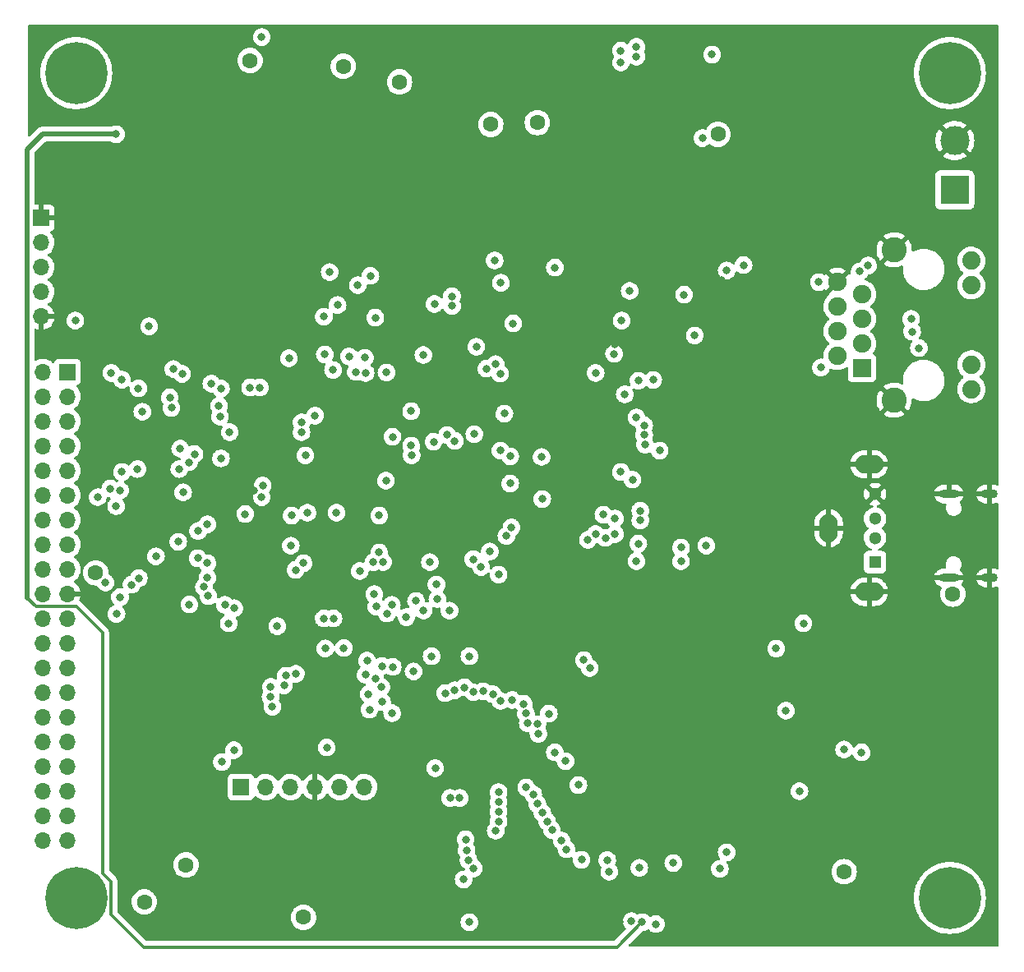
<source format=gbr>
%TF.GenerationSoftware,KiCad,Pcbnew,(5.99.0-9544-g366189b864)*%
%TF.CreationDate,2021-03-13T10:42:39+01:00*%
%TF.ProjectId,Controller,436f6e74-726f-46c6-9c65-722e6b696361,rev?*%
%TF.SameCoordinates,Original*%
%TF.FileFunction,Copper,L2,Inr*%
%TF.FilePolarity,Positive*%
%FSLAX46Y46*%
G04 Gerber Fmt 4.6, Leading zero omitted, Abs format (unit mm)*
G04 Created by KiCad (PCBNEW (5.99.0-9544-g366189b864)) date 2021-03-13 10:42:39*
%MOMM*%
%LPD*%
G01*
G04 APERTURE LIST*
%TA.AperFunction,ComponentPad*%
%ADD10R,1.700000X1.700000*%
%TD*%
%TA.AperFunction,ComponentPad*%
%ADD11O,1.700000X1.700000*%
%TD*%
%TA.AperFunction,ComponentPad*%
%ADD12R,1.300000X1.300000*%
%TD*%
%TA.AperFunction,ComponentPad*%
%ADD13C,1.300000*%
%TD*%
%TA.AperFunction,ComponentPad*%
%ADD14O,2.900000X1.900000*%
%TD*%
%TA.AperFunction,ComponentPad*%
%ADD15O,1.900000X2.900000*%
%TD*%
%TA.AperFunction,ComponentPad*%
%ADD16C,0.800000*%
%TD*%
%TA.AperFunction,ComponentPad*%
%ADD17C,6.400000*%
%TD*%
%TA.AperFunction,ComponentPad*%
%ADD18C,2.600000*%
%TD*%
%TA.AperFunction,ComponentPad*%
%ADD19C,1.890000*%
%TD*%
%TA.AperFunction,ComponentPad*%
%ADD20R,1.900000X1.900000*%
%TD*%
%TA.AperFunction,ComponentPad*%
%ADD21C,1.900000*%
%TD*%
%TA.AperFunction,ComponentPad*%
%ADD22O,1.700000X0.900000*%
%TD*%
%TA.AperFunction,ComponentPad*%
%ADD23O,2.000000X0.900000*%
%TD*%
%TA.AperFunction,ComponentPad*%
%ADD24R,3.000000X3.000000*%
%TD*%
%TA.AperFunction,ComponentPad*%
%ADD25C,3.000000*%
%TD*%
%TA.AperFunction,ViaPad*%
%ADD26C,0.800000*%
%TD*%
%TA.AperFunction,ViaPad*%
%ADD27C,1.600000*%
%TD*%
%TA.AperFunction,ViaPad*%
%ADD28C,1.800000*%
%TD*%
%TA.AperFunction,ViaPad*%
%ADD29C,1.200000*%
%TD*%
%TA.AperFunction,Conductor*%
%ADD30C,0.300000*%
%TD*%
%TA.AperFunction,Conductor*%
%ADD31C,0.250000*%
%TD*%
%TA.AperFunction,Conductor*%
%ADD32C,0.500000*%
%TD*%
G04 APERTURE END LIST*
D10*
%TO.N,GND*%
%TO.C,J4*%
X67900000Y-49440000D03*
D11*
%TO.N,Encoder_B*%
X67900000Y-51980000D03*
%TO.N,+5V*%
X67900000Y-54520000D03*
%TO.N,Encoder_A*%
X67900000Y-57060000D03*
%TO.N,GND*%
X67900000Y-59600000D03*
%TD*%
D12*
%TO.N,+5V*%
%TO.C,J5*%
X153785000Y-84900000D03*
D13*
%TO.N,USB_OTG_D-*%
X153785000Y-82400000D03*
%TO.N,USB_OTG_D+*%
X153785000Y-80400000D03*
%TO.N,GND*%
X153785000Y-77900000D03*
D14*
X153185000Y-87970000D03*
D15*
X149005000Y-81400000D03*
D14*
X153185000Y-74830000D03*
%TD*%
D16*
%TO.N,N/C*%
%TO.C,REF\u002A\u002A*%
X69100000Y-34500000D03*
D17*
X71500000Y-34500000D03*
D16*
X73197056Y-36197056D03*
X73900000Y-34500000D03*
X69802944Y-36197056D03*
X73197056Y-32802944D03*
X69802944Y-32802944D03*
X71500000Y-32100000D03*
X71500000Y-36900000D03*
%TD*%
%TO.N,N/C*%
%TO.C,REF\u002A\u002A*%
X159100000Y-119500000D03*
D17*
X161500000Y-119500000D03*
D16*
X163197056Y-121197056D03*
X163900000Y-119500000D03*
X159802944Y-121197056D03*
X163197056Y-117802944D03*
X159802944Y-117802944D03*
X161500000Y-117100000D03*
X161500000Y-121900000D03*
%TD*%
D18*
%TO.N,GND*%
%TO.C,J7*%
X155760011Y-68210028D03*
X155760011Y-52710028D03*
D19*
%TO.N,Net-(J7-PadL1)*%
X163710011Y-53835028D03*
%TO.N,Net-(J7-PadL2)*%
X163710011Y-56375028D03*
%TO.N,Net-(J7-PadL3)*%
X163710011Y-64532528D03*
%TO.N,Net-(J7-PadL4)*%
X163710011Y-67072528D03*
D20*
%TO.N,/TX+*%
X152450011Y-64910028D03*
D21*
%TO.N,/TX-*%
X149910011Y-63640028D03*
%TO.N,/RX+*%
X152450011Y-62370028D03*
%TO.N,LCD_VDD*%
X149910011Y-61100028D03*
X152450011Y-59830028D03*
%TO.N,/RX-*%
X149910011Y-58560028D03*
%TO.N,N/C*%
X152450011Y-57290028D03*
%TO.N,GND*%
X149910011Y-56020028D03*
%TD*%
D22*
%TO.N,GND*%
%TO.C,J6*%
X165565000Y-77880000D03*
D23*
X161395000Y-86520000D03*
D22*
X165565000Y-86520000D03*
D23*
X161395000Y-77880000D03*
%TD*%
D16*
%TO.N,N/C*%
%TO.C,REF\u002A\u002A*%
X159100000Y-34500000D03*
X163197056Y-32802944D03*
X161500000Y-32100000D03*
X159802944Y-32802944D03*
X159802944Y-36197056D03*
X163197056Y-36197056D03*
X163900000Y-34500000D03*
X161500000Y-36900000D03*
D17*
X161500000Y-34500000D03*
%TD*%
D10*
%TO.N,LCD_VDD*%
%TO.C,J3*%
X88475000Y-108075000D03*
D11*
%TO.N,SWD*%
X91015000Y-108075000D03*
%TO.N,SWCLK*%
X93555000Y-108075000D03*
%TO.N,GND*%
X96095000Y-108075000D03*
%TO.N,UART_TX1*%
X98635000Y-108075000D03*
%TO.N,UART_RX1*%
X101175000Y-108075000D03*
%TD*%
D24*
%TO.N,Vin*%
%TO.C,J1*%
X162000000Y-46540000D03*
D25*
%TO.N,GND*%
X162000000Y-41460000D03*
%TD*%
D16*
%TO.N,N/C*%
%TO.C,R*%
X69100000Y-119500000D03*
D17*
X71500000Y-119500000D03*
D16*
X73197056Y-121197056D03*
X73900000Y-119500000D03*
X69802944Y-121197056D03*
X73197056Y-117802944D03*
X69802944Y-117802944D03*
X71500000Y-117100000D03*
X71500000Y-121900000D03*
%TD*%
D10*
%TO.N,I2C2_SDA*%
%TO.C,J2*%
X70600000Y-65300000D03*
D11*
%TO.N,SPI1_MSIO*%
X68060000Y-65300000D03*
%TO.N,I2C2_SCL*%
X70600000Y-67840000D03*
%TO.N,SPI1_MOSI*%
X68060000Y-67840000D03*
%TO.N,ADDR_LED4*%
X70600000Y-70380000D03*
%TO.N,SPI1_SCK*%
X68060000Y-70380000D03*
%TO.N,ADDR_LED3*%
X70600000Y-72920000D03*
%TO.N,SPI2_MSIO*%
X68060000Y-72920000D03*
%TO.N,ADDR_LED2*%
X70600000Y-75460000D03*
%TO.N,SPI2_MOSI*%
X68060000Y-75460000D03*
%TO.N,ADDR_LED1*%
X70600000Y-78000000D03*
%TO.N,SPI2_SCK*%
X68060000Y-78000000D03*
%TO.N,UART_TX1*%
X70600000Y-80540000D03*
%TO.N,UART_TX2*%
X68060000Y-80540000D03*
%TO.N,UART_RX1*%
X70600000Y-83080000D03*
%TO.N,UART_RX2*%
X68060000Y-83080000D03*
%TO.N,I2C1_SCL*%
X70600000Y-85620000D03*
%TO.N,I2C1_SDA*%
X68060000Y-85620000D03*
%TO.N,GND*%
X70600000Y-88160000D03*
%TO.N,LCD_VDD*%
X68060000Y-88160000D03*
%TO.N,Galv_Interrupt*%
X70600000Y-90700000D03*
%TO.N,Galv_Enable*%
X68060000Y-90700000D03*
%TO.N,N/C*%
X70600000Y-93240000D03*
X68060000Y-93240000D03*
%TO.N,Virt-Bus2*%
X70600000Y-95780000D03*
X68060000Y-95780000D03*
X70600000Y-98320000D03*
X68060000Y-98320000D03*
X70600000Y-100860000D03*
X68060000Y-100860000D03*
X70600000Y-103400000D03*
X68060000Y-103400000D03*
%TO.N,Virt-Bus1*%
X70600000Y-105940000D03*
X68060000Y-105940000D03*
X70600000Y-108480000D03*
X68060000Y-108480000D03*
X70600000Y-111020000D03*
X68060000Y-111020000D03*
X70600000Y-113560000D03*
X68060000Y-113560000D03*
%TD*%
D26*
%TO.N,GND*%
X110600000Y-56000000D03*
D27*
X108800000Y-37800000D03*
X98200000Y-43200000D03*
D26*
X141200000Y-105000000D03*
X139115046Y-53640029D03*
X124500000Y-80100000D03*
D27*
X83700000Y-108200000D03*
D26*
X130400000Y-34200000D03*
X128137500Y-89362500D03*
X132500000Y-118400000D03*
X139505011Y-50640028D03*
X100900000Y-93600000D03*
X94695398Y-64898014D03*
X110600000Y-121600000D03*
X116067905Y-72197020D03*
X148400000Y-113400000D03*
X116400000Y-97000000D03*
X87200000Y-43400000D03*
X106750000Y-94950000D03*
X126300000Y-122049991D03*
X116600022Y-64500000D03*
X93900000Y-76300000D03*
D27*
X146200000Y-33800000D03*
D26*
X127005011Y-62440028D03*
X138005011Y-55840028D03*
X93700000Y-69200000D03*
X127000000Y-35600000D03*
X127500000Y-122000000D03*
X91800000Y-62700000D03*
X119400000Y-80100000D03*
X156800000Y-110000000D03*
X82600000Y-122300000D03*
X89800000Y-77500000D03*
X119500000Y-85100000D03*
D27*
X111800000Y-39800000D03*
D26*
X93100000Y-94000000D03*
X123605011Y-56740028D03*
D28*
X131605011Y-59940028D03*
D27*
X150600000Y-37600000D03*
D26*
X144600000Y-76600000D03*
D27*
X84900000Y-113500000D03*
D29*
X87900000Y-117000000D03*
D26*
X135500000Y-113500000D03*
D27*
X111600000Y-44300010D03*
D29*
X84700000Y-120300000D03*
D26*
X137105011Y-64340028D03*
D27*
X124200000Y-44600000D03*
D26*
X95000010Y-94772177D03*
X144800000Y-72800000D03*
X90400000Y-80099990D03*
X153900000Y-109900000D03*
X94200010Y-88830764D03*
X83200000Y-93900000D03*
X90500000Y-85900000D03*
X102750000Y-64150000D03*
X108100000Y-64900000D03*
X124800000Y-35600000D03*
D27*
X82600000Y-45000000D03*
D26*
X123754951Y-30700010D03*
X120200000Y-31000000D03*
X99200000Y-102200000D03*
X138000000Y-110000000D03*
X147500000Y-117100000D03*
X156700000Y-104800000D03*
%TO.N,Vcap1*%
X97950010Y-65094982D03*
X93404235Y-63886806D03*
%TO.N,LCD_VDD*%
X101225000Y-63825000D03*
X135205011Y-61540028D03*
X86400000Y-74200000D03*
X92200000Y-91500000D03*
X128000000Y-67600000D03*
D27*
X114200000Y-39800000D03*
D26*
X111400000Y-117600000D03*
X124200000Y-82600000D03*
X88900000Y-79950010D03*
X84000000Y-84500000D03*
X119500000Y-78400000D03*
X148005011Y-56040028D03*
X146000000Y-108500000D03*
X87200000Y-91200000D03*
X123792056Y-95002092D03*
X97100000Y-63500000D03*
X128505011Y-56940028D03*
X107250000Y-63550000D03*
X144600000Y-100200000D03*
X108100000Y-94600000D03*
X120805011Y-54540028D03*
D27*
X73500000Y-86000000D03*
D26*
X113750000Y-64950000D03*
X114600000Y-53800000D03*
X85100000Y-88400000D03*
X129200000Y-70000000D03*
X126905011Y-63440028D03*
X101450000Y-95050000D03*
X112000000Y-94600000D03*
X87300000Y-71500000D03*
X148205011Y-64840028D03*
X127674673Y-60009690D03*
X86500000Y-105500000D03*
X134105011Y-57340028D03*
%TO.N,USER_BTN*%
X77800000Y-75300000D03*
X75638933Y-90241030D03*
X90700000Y-77000000D03*
X82100000Y-75300000D03*
%TO.N,Net-(C30-Pad1)*%
X129200000Y-31800000D03*
X127600000Y-32200000D03*
D27*
%TO.N,18V*%
X104800000Y-35420020D03*
D26*
X128700000Y-121900000D03*
D27*
X119000000Y-39600000D03*
X137600000Y-40800000D03*
X89400000Y-33200000D03*
X78500000Y-119900000D03*
X94900000Y-121500000D03*
X150600000Y-116800000D03*
D26*
%TO.N,+5V*%
X143600000Y-93800000D03*
X90600000Y-30800000D03*
X146400000Y-91200000D03*
D27*
X99000000Y-33800000D03*
X161800000Y-88200000D03*
D26*
%TO.N,-6V*%
X138500000Y-114800000D03*
X133000000Y-115900000D03*
X137800000Y-116500000D03*
X129500000Y-116400000D03*
%TO.N,RESET*%
X131600000Y-73400000D03*
X127600000Y-75600000D03*
X130927957Y-66117921D03*
%TO.N,Galv_Interrupt*%
X76000000Y-77500000D03*
X90600000Y-78200000D03*
X82500000Y-77700000D03*
%TO.N,Galv_Enable*%
X74500000Y-87000000D03*
X73700000Y-78200001D03*
%TO.N,SPI2_SCK*%
X76000000Y-88500000D03*
X97300000Y-104000000D03*
X87741752Y-104268284D03*
X75600020Y-79117747D03*
%TO.N,SPI1_SCK*%
X112712736Y-62707718D03*
X85412401Y-66500086D03*
X86300000Y-69900000D03*
X108400000Y-58300000D03*
%TO.N,SPI2_MOSI*%
X115200000Y-73400000D03*
X83678629Y-73764658D03*
%TO.N,SPI1_MOSI*%
X78300000Y-69400000D03*
X86800000Y-89300000D03*
X108700000Y-88700000D03*
X77938933Y-86548135D03*
%TO.N,SPI2_MSIO*%
X83100000Y-74600000D03*
X116200000Y-73997041D03*
%TO.N,SPI1_MSIO*%
X77900000Y-67000000D03*
X77187929Y-87216066D03*
X87763944Y-89646092D03*
X107276421Y-89879997D03*
%TO.N,ADDR_LED1*%
X75000334Y-77310021D03*
X102300000Y-59700010D03*
X75100000Y-65400000D03*
X97000000Y-59600000D03*
X97600000Y-55000000D03*
X103450010Y-65350270D03*
%TO.N,USB_OTG_D-*%
X133800000Y-84800000D03*
%TO.N,ADDR_LED2*%
X76200010Y-75600000D03*
X101300000Y-65400000D03*
X101800000Y-55400000D03*
X76200000Y-66100000D03*
%TO.N,USB_OTG_D+*%
X133800000Y-83400000D03*
%TO.N,ADDR_LED3*%
X100300000Y-65300000D03*
X82200000Y-73200000D03*
X100494802Y-56357360D03*
X82400000Y-65500000D03*
%TO.N,I2C3_SCL*%
X125000000Y-65400000D03*
X110200000Y-58500000D03*
X114700000Y-64500000D03*
X136400000Y-83200000D03*
%TO.N,ADDR_LED4*%
X86200000Y-68800000D03*
X99600000Y-63700000D03*
X98413213Y-58400000D03*
X86400000Y-67000000D03*
%TO.N,I2C3_SDA*%
X150600000Y-104200000D03*
X152400000Y-104500000D03*
X129600000Y-80600000D03*
X93600000Y-83200000D03*
%TO.N,I2C2_SCL*%
X116325000Y-81317081D03*
X81300000Y-69000000D03*
X85000000Y-81000000D03*
%TO.N,I2C2_SDA*%
X115800000Y-82200000D03*
X81120795Y-67926280D03*
X84042368Y-81688406D03*
%TO.N,I2C1_SCL*%
X109950010Y-89890766D03*
X84999999Y-86499999D03*
%TO.N,I2C1_SDA*%
X84653782Y-87463817D03*
X108600000Y-87200000D03*
%TO.N,UART_RX2*%
X79700000Y-84300000D03*
X81500000Y-65000000D03*
X110200000Y-57500000D03*
X115163835Y-65475103D03*
%TO.N,UART_RX1*%
X101700000Y-100100000D03*
X91700000Y-99800000D03*
X108479420Y-106120580D03*
X82000000Y-82800000D03*
X83147396Y-89268760D03*
X115200000Y-99200000D03*
%TO.N,UART_TX2*%
X100702773Y-85810163D03*
X85000000Y-85000000D03*
%TO.N,UART_TX1*%
X99055018Y-93755018D03*
X98000000Y-90700000D03*
%TO.N,SWD*%
X97149970Y-93789474D03*
X97000000Y-90700000D03*
%TO.N,Encoder_A*%
X95300000Y-79799979D03*
X71400000Y-60000000D03*
X90400000Y-66900000D03*
X98300000Y-79799979D03*
%TO.N,Encoder_B*%
X79000000Y-60600000D03*
X89400000Y-66900000D03*
%TO.N,Net-(J7-PadL3)*%
X158305011Y-62840028D03*
%TO.N,Net-(J7-PadL2)*%
X157605011Y-61140028D03*
%TO.N,LCD_CT_RESET*%
X129600000Y-79600000D03*
X125000000Y-82000000D03*
%TO.N,LCD_DITHB*%
X127000000Y-80400000D03*
X127000000Y-82000000D03*
D27*
%TO.N,2.9V*%
X82800000Y-116100000D03*
D26*
X131200000Y-122200000D03*
X112000000Y-122000000D03*
%TO.N,9.6V*%
X75600000Y-40800000D03*
X129800000Y-122000000D03*
%TO.N,LCD_SHLR*%
X126000000Y-82400000D03*
X125800000Y-80000000D03*
%TO.N,LCD_PCLK*%
X114400000Y-98500000D03*
X102704889Y-83912897D03*
X102700000Y-80099990D03*
X93675010Y-80099990D03*
%TO.N,LCD_R0*%
X113200000Y-85400000D03*
X126400000Y-116800000D03*
%TO.N,LCD_R1*%
X112400000Y-84600000D03*
X126200000Y-115600000D03*
%TO.N,LCD_R2*%
X113400000Y-98200000D03*
X103102428Y-84887887D03*
%TO.N,LCD_R3*%
X110500000Y-72400000D03*
X108300000Y-72499990D03*
X112400000Y-98300000D03*
X107924844Y-84893291D03*
%TO.N,LCD_R4*%
X102100000Y-84900000D03*
X111500000Y-97800000D03*
%TO.N,LCD_R5*%
X128800000Y-76400000D03*
X124400000Y-95800000D03*
X123226380Y-107873620D03*
X123544547Y-115568605D03*
%TO.N,LCD_R6*%
X109700000Y-71799990D03*
X110500000Y-98100000D03*
X106050021Y-73900000D03*
X106500010Y-88903200D03*
%TO.N,LCD_R7*%
X102200000Y-88200000D03*
X109500000Y-98400000D03*
%TO.N,LCD_G0*%
X121999990Y-114500000D03*
X120800000Y-104500000D03*
%TO.N,LCD_G1*%
X121900000Y-105400000D03*
X121500000Y-113600000D03*
%TO.N,LCD_G2*%
X106000000Y-72900000D03*
X106246410Y-96153590D03*
X105500010Y-90561964D03*
X112500000Y-71700032D03*
%TO.N,LCD_G3*%
X103000000Y-99300000D03*
X91500000Y-98800000D03*
X114699970Y-112572101D03*
X120500000Y-112500000D03*
%TO.N,LCD_G4*%
X120000000Y-111600000D03*
X115000000Y-111600000D03*
X101600000Y-98499990D03*
X91534703Y-97755261D03*
%TO.N,LCD_G5*%
X115000000Y-110600000D03*
X92900010Y-97600000D03*
X119500000Y-110700000D03*
X102920464Y-97757150D03*
%TO.N,LCD_G6*%
X115000000Y-109600000D03*
X119000000Y-109800000D03*
X102300000Y-96900000D03*
X93084821Y-96605003D03*
%TO.N,LCD_G7*%
X101300000Y-96500000D03*
X94114729Y-96404693D03*
X115000000Y-108600000D03*
X118571393Y-108827058D03*
%TO.N,LCD_B0*%
X117850020Y-108126795D03*
X120176830Y-100511844D03*
%TO.N,LCD_B3*%
X103999990Y-89300021D03*
X104078846Y-71993956D03*
X104100000Y-95700000D03*
X95100000Y-73900000D03*
%TO.N,LCD_B4*%
X103500000Y-90200000D03*
X103000000Y-95600000D03*
%TO.N,LCD_B5*%
X117600000Y-99500000D03*
X111000000Y-109200000D03*
%TO.N,LCD_B6*%
X116400000Y-99100000D03*
X110000000Y-109200000D03*
%TO.N,LCD_B7*%
X117811497Y-100506423D03*
X111610354Y-113466018D03*
%TO.N,LCD_HSYNC*%
X118000043Y-101499980D03*
X111700000Y-114600000D03*
%TO.N,LCD_VSYNC*%
X119000000Y-101600000D03*
X111900000Y-115600000D03*
%TO.N,LDC_MODE*%
X119100000Y-102600000D03*
X112444982Y-116455018D03*
X114100000Y-83800011D03*
X115000010Y-86183556D03*
%TO.N,LCD_DEN*%
X104037214Y-100460239D03*
X102400000Y-89500000D03*
X116200000Y-76800000D03*
X103400032Y-76500000D03*
%TO.N,Net-(Q1-Pad4)*%
X136000000Y-41200000D03*
X137000000Y-32600000D03*
%TO.N,Net-(R8-Pad1)*%
X94900000Y-85000000D03*
X129200000Y-84800000D03*
%TO.N,Net-(R9-Pad1)*%
X94100000Y-85700000D03*
X129400000Y-83000000D03*
%TO.N,25Mhz*%
X115230011Y-56115028D03*
X115600000Y-69600000D03*
%TO.N,RMII_TXD+*%
X130099990Y-72800000D03*
X94700000Y-71501600D03*
%TO.N,RMII_TXD-*%
X94700000Y-70498400D03*
X130000000Y-71800000D03*
%TO.N,RMII_RXER*%
X96100000Y-69800020D03*
X116500000Y-60300000D03*
%TO.N,Net-(R41-Pad1)*%
X127600000Y-33400000D03*
X129200000Y-32800000D03*
%TO.N,RMII_TXEN*%
X130000000Y-70800000D03*
X106000000Y-69350010D03*
%TO.N,RMII_MDC*%
X129405011Y-66200000D03*
X119430393Y-74049990D03*
%TO.N,Net-(J7-PadL1)*%
X152205011Y-54940028D03*
X138505011Y-54840028D03*
X157505011Y-59840028D03*
%TO.N,Net-(J7-PadL4)*%
X153069009Y-54340028D03*
X140237287Y-54289436D03*
%TD*%
D30*
%TO.N,9.6V*%
X129800000Y-122000000D02*
X127200000Y-124600000D01*
X75050011Y-121204006D02*
X75050011Y-117795994D01*
D31*
X66400000Y-88600000D02*
X66436006Y-88600000D01*
D30*
X74200000Y-92187840D02*
X71512149Y-89499989D01*
X78446005Y-124600000D02*
X75050011Y-121204006D01*
D32*
X66400000Y-42400000D02*
X66400000Y-88600000D01*
X75600000Y-40800000D02*
X68000000Y-40800000D01*
D30*
X74200000Y-116945983D02*
X74200000Y-92187840D01*
X75050011Y-117795994D02*
X74200000Y-116945983D01*
X67335995Y-89499989D02*
X66436006Y-88600000D01*
D32*
X68000000Y-40800000D02*
X66400000Y-42400000D01*
D30*
X71512149Y-89499989D02*
X67335995Y-89499989D01*
X127200000Y-124600000D02*
X78446005Y-124600000D01*
%TD*%
%TA.AperFunction,Conductor*%
%TO.N,GND*%
G36*
X166434121Y-29528002D02*
G01*
X166480614Y-29581658D01*
X166492000Y-29634000D01*
X166492000Y-76872308D01*
X166471998Y-76940429D01*
X166418342Y-76986922D01*
X166348068Y-76997026D01*
X166315959Y-76987945D01*
X166262038Y-76964611D01*
X166249935Y-76960772D01*
X166070406Y-76923266D01*
X166061138Y-76922063D01*
X166058747Y-76922000D01*
X165837115Y-76922000D01*
X165821876Y-76926475D01*
X165820671Y-76927865D01*
X165819000Y-76935548D01*
X165819000Y-78819885D01*
X165823475Y-78835124D01*
X165824865Y-78836329D01*
X165832548Y-78838000D01*
X166011028Y-78838000D01*
X166017403Y-78837677D01*
X166152289Y-78823976D01*
X166164726Y-78821423D01*
X166328320Y-78770155D01*
X166399305Y-78768871D01*
X166459716Y-78806167D01*
X166490373Y-78870204D01*
X166492000Y-78890389D01*
X166492000Y-85512308D01*
X166471998Y-85580429D01*
X166418342Y-85626922D01*
X166348068Y-85637026D01*
X166315959Y-85627945D01*
X166262038Y-85604611D01*
X166249935Y-85600772D01*
X166070406Y-85563266D01*
X166061138Y-85562063D01*
X166058747Y-85562000D01*
X165837115Y-85562000D01*
X165821876Y-85566475D01*
X165820671Y-85567865D01*
X165819000Y-85575548D01*
X165819000Y-87459885D01*
X165823475Y-87475124D01*
X165824865Y-87476329D01*
X165832548Y-87478000D01*
X166011028Y-87478000D01*
X166017403Y-87477677D01*
X166152289Y-87463976D01*
X166164726Y-87461423D01*
X166328320Y-87410155D01*
X166399305Y-87408871D01*
X166459716Y-87446167D01*
X166490373Y-87510204D01*
X166492000Y-87530389D01*
X166492000Y-124366000D01*
X166471998Y-124434121D01*
X166418342Y-124480614D01*
X166366000Y-124492000D01*
X128543450Y-124492000D01*
X128475329Y-124471998D01*
X128428836Y-124418342D01*
X128418732Y-124348068D01*
X128448226Y-124283488D01*
X128454355Y-124276905D01*
X129785858Y-122945401D01*
X129848170Y-122911376D01*
X129874953Y-122908496D01*
X129895487Y-122908496D01*
X129901939Y-122907124D01*
X129901944Y-122907124D01*
X129988887Y-122888643D01*
X130082287Y-122868790D01*
X130088318Y-122866105D01*
X130250720Y-122793799D01*
X130250722Y-122793798D01*
X130256750Y-122791114D01*
X130262092Y-122787233D01*
X130262097Y-122787230D01*
X130317907Y-122746682D01*
X130384774Y-122722823D01*
X130453926Y-122738904D01*
X130485601Y-122764306D01*
X130588749Y-122878863D01*
X130594091Y-122882744D01*
X130594093Y-122882746D01*
X130680331Y-122945401D01*
X130743250Y-122991114D01*
X130749278Y-122993798D01*
X130749280Y-122993799D01*
X130911682Y-123066105D01*
X130917713Y-123068790D01*
X131011113Y-123088643D01*
X131098056Y-123107124D01*
X131098061Y-123107124D01*
X131104513Y-123108496D01*
X131295487Y-123108496D01*
X131301939Y-123107124D01*
X131301944Y-123107124D01*
X131388887Y-123088643D01*
X131482287Y-123068790D01*
X131488318Y-123066105D01*
X131650720Y-122993799D01*
X131650722Y-122993798D01*
X131656750Y-122991114D01*
X131719669Y-122945401D01*
X131805907Y-122882746D01*
X131805909Y-122882744D01*
X131811251Y-122878863D01*
X131815673Y-122873952D01*
X131934618Y-122741850D01*
X131934619Y-122741849D01*
X131939037Y-122736942D01*
X131998259Y-122634367D01*
X132031220Y-122577277D01*
X132031221Y-122577276D01*
X132034524Y-122571554D01*
X132093538Y-122389927D01*
X132098808Y-122339791D01*
X132112810Y-122206565D01*
X132113500Y-122200000D01*
X132093538Y-122010073D01*
X132084500Y-121982255D01*
X132036566Y-121834731D01*
X132034524Y-121828446D01*
X131939037Y-121663058D01*
X131905882Y-121626235D01*
X131815673Y-121526048D01*
X131815672Y-121526047D01*
X131811251Y-121521137D01*
X131805909Y-121517256D01*
X131805907Y-121517254D01*
X131662092Y-121412767D01*
X131662091Y-121412766D01*
X131656750Y-121408886D01*
X131650722Y-121406202D01*
X131650720Y-121406201D01*
X131488318Y-121333895D01*
X131488317Y-121333895D01*
X131482287Y-121331210D01*
X131388887Y-121311357D01*
X131301944Y-121292876D01*
X131301939Y-121292876D01*
X131295487Y-121291504D01*
X131104513Y-121291504D01*
X131098061Y-121292876D01*
X131098056Y-121292876D01*
X131011113Y-121311357D01*
X130917713Y-121331210D01*
X130911683Y-121333895D01*
X130911682Y-121333895D01*
X130749280Y-121406201D01*
X130749278Y-121406202D01*
X130743250Y-121408886D01*
X130737908Y-121412767D01*
X130737903Y-121412770D01*
X130682093Y-121453318D01*
X130615226Y-121477177D01*
X130546074Y-121461096D01*
X130514397Y-121435693D01*
X130411251Y-121321137D01*
X130405909Y-121317256D01*
X130405907Y-121317254D01*
X130262092Y-121212767D01*
X130262091Y-121212766D01*
X130256750Y-121208886D01*
X130250722Y-121206202D01*
X130250720Y-121206201D01*
X130088318Y-121133895D01*
X130088317Y-121133895D01*
X130082287Y-121131210D01*
X129977262Y-121108886D01*
X129901944Y-121092876D01*
X129901939Y-121092876D01*
X129895487Y-121091504D01*
X129704513Y-121091504D01*
X129698061Y-121092876D01*
X129698056Y-121092876D01*
X129622738Y-121108886D01*
X129517713Y-121131210D01*
X129511683Y-121133895D01*
X129511682Y-121133895D01*
X129379411Y-121192786D01*
X129309044Y-121202220D01*
X129254101Y-121179615D01*
X129162092Y-121112767D01*
X129162091Y-121112766D01*
X129156750Y-121108886D01*
X129150722Y-121106202D01*
X129150720Y-121106201D01*
X128988318Y-121033895D01*
X128988317Y-121033895D01*
X128982287Y-121031210D01*
X128884465Y-121010417D01*
X128801944Y-120992876D01*
X128801939Y-120992876D01*
X128795487Y-120991504D01*
X128604513Y-120991504D01*
X128598061Y-120992876D01*
X128598056Y-120992876D01*
X128515535Y-121010417D01*
X128417713Y-121031210D01*
X128411683Y-121033895D01*
X128411682Y-121033895D01*
X128249280Y-121106201D01*
X128249278Y-121106202D01*
X128243250Y-121108886D01*
X128237909Y-121112766D01*
X128237908Y-121112767D01*
X128094093Y-121217254D01*
X128094091Y-121217256D01*
X128088749Y-121221137D01*
X127960963Y-121363058D01*
X127865476Y-121528446D01*
X127863434Y-121534731D01*
X127823316Y-121658203D01*
X127806462Y-121710073D01*
X127786500Y-121900000D01*
X127787190Y-121906565D01*
X127791118Y-121943933D01*
X127806462Y-122089927D01*
X127865476Y-122271554D01*
X127960963Y-122436942D01*
X127965381Y-122441849D01*
X127965382Y-122441850D01*
X128045855Y-122531224D01*
X128088749Y-122578863D01*
X128094091Y-122582744D01*
X128096403Y-122584826D01*
X128133641Y-122645273D01*
X128132287Y-122716257D01*
X128101185Y-122767555D01*
X126964146Y-123904595D01*
X126901834Y-123938620D01*
X126875051Y-123941500D01*
X78770954Y-123941500D01*
X78702833Y-123921498D01*
X78681859Y-123904595D01*
X76277264Y-121500000D01*
X93586500Y-121500000D01*
X93606455Y-121728087D01*
X93665714Y-121949243D01*
X93668036Y-121954224D01*
X93668037Y-121954225D01*
X93760150Y-122151763D01*
X93760153Y-122151768D01*
X93762476Y-122156750D01*
X93765632Y-122161257D01*
X93765633Y-122161259D01*
X93846870Y-122277277D01*
X93893801Y-122344302D01*
X94055698Y-122506199D01*
X94060206Y-122509356D01*
X94060209Y-122509358D01*
X94152461Y-122573953D01*
X94243250Y-122637524D01*
X94248232Y-122639847D01*
X94248237Y-122639850D01*
X94445775Y-122731963D01*
X94450757Y-122734286D01*
X94456065Y-122735708D01*
X94456067Y-122735709D01*
X94666598Y-122792121D01*
X94666600Y-122792121D01*
X94671913Y-122793545D01*
X94900000Y-122813500D01*
X95128087Y-122793545D01*
X95133400Y-122792121D01*
X95133402Y-122792121D01*
X95343933Y-122735709D01*
X95343935Y-122735708D01*
X95349243Y-122734286D01*
X95354225Y-122731963D01*
X95551763Y-122639850D01*
X95551768Y-122639847D01*
X95556750Y-122637524D01*
X95647539Y-122573953D01*
X95739791Y-122509358D01*
X95739794Y-122509356D01*
X95744302Y-122506199D01*
X95906199Y-122344302D01*
X95953131Y-122277277D01*
X96034367Y-122161259D01*
X96034368Y-122161257D01*
X96037524Y-122156750D01*
X96039847Y-122151768D01*
X96039850Y-122151763D01*
X96110618Y-122000000D01*
X111086500Y-122000000D01*
X111106462Y-122189927D01*
X111165476Y-122371554D01*
X111260963Y-122536942D01*
X111265381Y-122541849D01*
X111265382Y-122541850D01*
X111358504Y-122645273D01*
X111388749Y-122678863D01*
X111394091Y-122682744D01*
X111394093Y-122682746D01*
X111537904Y-122787230D01*
X111543250Y-122791114D01*
X111549278Y-122793798D01*
X111549280Y-122793799D01*
X111711682Y-122866105D01*
X111717713Y-122868790D01*
X111811113Y-122888643D01*
X111898056Y-122907124D01*
X111898061Y-122907124D01*
X111904513Y-122908496D01*
X112095487Y-122908496D01*
X112101939Y-122907124D01*
X112101944Y-122907124D01*
X112188887Y-122888643D01*
X112282287Y-122868790D01*
X112288318Y-122866105D01*
X112450720Y-122793799D01*
X112450722Y-122793798D01*
X112456750Y-122791114D01*
X112462096Y-122787230D01*
X112605907Y-122682746D01*
X112605909Y-122682744D01*
X112611251Y-122678863D01*
X112641496Y-122645273D01*
X112734618Y-122541850D01*
X112734619Y-122541849D01*
X112739037Y-122536942D01*
X112834524Y-122371554D01*
X112893538Y-122189927D01*
X112913500Y-122000000D01*
X112893538Y-121810073D01*
X112867584Y-121730193D01*
X112836566Y-121634731D01*
X112834524Y-121628446D01*
X112739037Y-121463058D01*
X112714398Y-121435693D01*
X112615673Y-121326048D01*
X112615669Y-121326044D01*
X112611251Y-121321137D01*
X112605909Y-121317256D01*
X112605907Y-121317254D01*
X112462092Y-121212767D01*
X112462091Y-121212766D01*
X112456750Y-121208886D01*
X112450722Y-121206202D01*
X112450720Y-121206201D01*
X112288318Y-121133895D01*
X112288317Y-121133895D01*
X112282287Y-121131210D01*
X112177262Y-121108886D01*
X112101944Y-121092876D01*
X112101939Y-121092876D01*
X112095487Y-121091504D01*
X111904513Y-121091504D01*
X111898061Y-121092876D01*
X111898056Y-121092876D01*
X111822738Y-121108886D01*
X111717713Y-121131210D01*
X111711683Y-121133895D01*
X111711682Y-121133895D01*
X111549280Y-121206201D01*
X111549278Y-121206202D01*
X111543250Y-121208886D01*
X111537909Y-121212766D01*
X111537908Y-121212767D01*
X111394093Y-121317254D01*
X111394091Y-121317256D01*
X111388749Y-121321137D01*
X111384331Y-121326044D01*
X111384327Y-121326048D01*
X111285603Y-121435693D01*
X111260963Y-121463058D01*
X111165476Y-121628446D01*
X111163434Y-121634731D01*
X111132417Y-121730193D01*
X111106462Y-121810073D01*
X111086500Y-122000000D01*
X96110618Y-122000000D01*
X96131963Y-121954225D01*
X96131964Y-121954224D01*
X96134286Y-121949243D01*
X96193545Y-121728087D01*
X96213500Y-121500000D01*
X96193545Y-121271913D01*
X96181721Y-121227785D01*
X96135709Y-121056067D01*
X96135708Y-121056065D01*
X96134286Y-121050757D01*
X96129200Y-121039850D01*
X96039850Y-120848237D01*
X96039847Y-120848232D01*
X96037524Y-120843250D01*
X95968240Y-120744302D01*
X95909358Y-120660209D01*
X95909356Y-120660206D01*
X95906199Y-120655698D01*
X95744302Y-120493801D01*
X95739794Y-120490644D01*
X95739791Y-120490642D01*
X95561259Y-120365633D01*
X95561257Y-120365632D01*
X95556750Y-120362476D01*
X95551768Y-120360153D01*
X95551763Y-120360150D01*
X95354225Y-120268037D01*
X95354224Y-120268036D01*
X95349243Y-120265714D01*
X95343935Y-120264292D01*
X95343933Y-120264291D01*
X95133402Y-120207879D01*
X95133400Y-120207879D01*
X95128087Y-120206455D01*
X94900000Y-120186500D01*
X94671913Y-120206455D01*
X94666600Y-120207879D01*
X94666598Y-120207879D01*
X94456067Y-120264291D01*
X94456065Y-120264292D01*
X94450757Y-120265714D01*
X94445776Y-120268036D01*
X94445775Y-120268037D01*
X94248237Y-120360150D01*
X94248232Y-120360153D01*
X94243250Y-120362476D01*
X94238743Y-120365632D01*
X94238741Y-120365633D01*
X94060209Y-120490642D01*
X94060206Y-120490644D01*
X94055698Y-120493801D01*
X93893801Y-120655698D01*
X93890644Y-120660206D01*
X93890642Y-120660209D01*
X93831760Y-120744302D01*
X93762476Y-120843250D01*
X93760153Y-120848232D01*
X93760150Y-120848237D01*
X93670800Y-121039850D01*
X93665714Y-121050757D01*
X93664292Y-121056065D01*
X93664291Y-121056067D01*
X93618279Y-121227785D01*
X93606455Y-121271913D01*
X93586500Y-121500000D01*
X76277264Y-121500000D01*
X75745416Y-120968152D01*
X75711390Y-120905840D01*
X75708511Y-120879057D01*
X75708511Y-119900000D01*
X77186500Y-119900000D01*
X77206455Y-120128087D01*
X77207879Y-120133400D01*
X77207879Y-120133402D01*
X77245893Y-120275269D01*
X77265714Y-120349243D01*
X77268036Y-120354224D01*
X77268037Y-120354225D01*
X77360150Y-120551763D01*
X77360153Y-120551768D01*
X77362476Y-120556750D01*
X77365632Y-120561257D01*
X77365633Y-120561259D01*
X77434919Y-120660209D01*
X77493801Y-120744302D01*
X77655698Y-120906199D01*
X77660206Y-120909356D01*
X77660209Y-120909358D01*
X77838067Y-121033895D01*
X77843250Y-121037524D01*
X77848232Y-121039847D01*
X77848237Y-121039850D01*
X77990528Y-121106201D01*
X78050757Y-121134286D01*
X78056065Y-121135708D01*
X78056067Y-121135709D01*
X78266598Y-121192121D01*
X78266600Y-121192121D01*
X78271913Y-121193545D01*
X78500000Y-121213500D01*
X78728087Y-121193545D01*
X78733400Y-121192121D01*
X78733402Y-121192121D01*
X78943933Y-121135709D01*
X78943935Y-121135708D01*
X78949243Y-121134286D01*
X79009472Y-121106201D01*
X79151763Y-121039850D01*
X79151768Y-121039847D01*
X79156750Y-121037524D01*
X79161933Y-121033895D01*
X79339791Y-120909358D01*
X79339794Y-120909356D01*
X79344302Y-120906199D01*
X79506199Y-120744302D01*
X79565082Y-120660209D01*
X79634367Y-120561259D01*
X79634368Y-120561257D01*
X79637524Y-120556750D01*
X79639847Y-120551768D01*
X79639850Y-120551763D01*
X79731963Y-120354225D01*
X79731964Y-120354224D01*
X79734286Y-120349243D01*
X79754108Y-120275269D01*
X79792121Y-120133402D01*
X79792121Y-120133400D01*
X79793545Y-120128087D01*
X79813500Y-119900000D01*
X79793545Y-119671913D01*
X79747481Y-119500000D01*
X157786500Y-119500000D01*
X157806843Y-119888166D01*
X157867649Y-120272080D01*
X157968252Y-120647535D01*
X157969437Y-120650623D01*
X157969438Y-120650625D01*
X157971385Y-120655698D01*
X158107549Y-121010417D01*
X158109047Y-121013357D01*
X158272370Y-121333895D01*
X158284015Y-121356750D01*
X158285811Y-121359516D01*
X158285813Y-121359519D01*
X158393958Y-121526048D01*
X158495715Y-121682741D01*
X158517848Y-121710073D01*
X158711525Y-121949243D01*
X158740332Y-121984817D01*
X159015183Y-122259668D01*
X159017741Y-122261740D01*
X159017745Y-122261743D01*
X159029861Y-122271554D01*
X159317259Y-122504285D01*
X159320022Y-122506080D01*
X159320023Y-122506080D01*
X159578525Y-122673952D01*
X159643250Y-122715985D01*
X159646184Y-122717480D01*
X159646191Y-122717484D01*
X159953277Y-122873952D01*
X159989583Y-122892451D01*
X160127523Y-122945401D01*
X160246610Y-122991114D01*
X160352465Y-123031748D01*
X160727920Y-123132351D01*
X160931929Y-123164663D01*
X161108586Y-123192643D01*
X161108594Y-123192644D01*
X161111834Y-123193157D01*
X161500000Y-123213500D01*
X161888166Y-123193157D01*
X161891406Y-123192644D01*
X161891414Y-123192643D01*
X162068071Y-123164663D01*
X162272080Y-123132351D01*
X162647535Y-123031748D01*
X162753391Y-122991114D01*
X162872477Y-122945401D01*
X163010417Y-122892451D01*
X163046723Y-122873952D01*
X163353809Y-122717484D01*
X163353816Y-122717480D01*
X163356750Y-122715985D01*
X163421476Y-122673952D01*
X163679977Y-122506080D01*
X163679978Y-122506080D01*
X163682741Y-122504285D01*
X163970139Y-122271554D01*
X163982255Y-122261743D01*
X163982259Y-122261740D01*
X163984817Y-122259668D01*
X164259668Y-121984817D01*
X164288476Y-121949243D01*
X164482152Y-121710073D01*
X164504285Y-121682741D01*
X164606042Y-121526048D01*
X164714187Y-121359519D01*
X164714189Y-121359516D01*
X164715985Y-121356750D01*
X164727631Y-121333895D01*
X164890953Y-121013357D01*
X164892451Y-121010417D01*
X165028615Y-120655698D01*
X165030562Y-120650625D01*
X165030563Y-120650623D01*
X165031748Y-120647535D01*
X165132351Y-120272080D01*
X165193157Y-119888166D01*
X165213500Y-119500000D01*
X165193157Y-119111834D01*
X165184981Y-119060209D01*
X165137824Y-118762476D01*
X165132351Y-118727920D01*
X165031748Y-118352465D01*
X165004986Y-118282746D01*
X164932358Y-118093545D01*
X164892451Y-117989583D01*
X164864317Y-117934367D01*
X164717484Y-117646191D01*
X164717480Y-117646184D01*
X164715985Y-117643250D01*
X164644055Y-117532486D01*
X164506080Y-117320023D01*
X164506080Y-117320022D01*
X164504285Y-117317259D01*
X164311235Y-117078863D01*
X164261743Y-117017745D01*
X164261740Y-117017741D01*
X164259668Y-117015183D01*
X163984817Y-116740332D01*
X163973553Y-116731210D01*
X163770274Y-116566598D01*
X163682741Y-116495715D01*
X163609964Y-116448453D01*
X163359519Y-116285813D01*
X163359516Y-116285811D01*
X163356750Y-116284015D01*
X163353816Y-116282520D01*
X163353809Y-116282516D01*
X163013357Y-116109047D01*
X163010417Y-116107549D01*
X162647535Y-115968252D01*
X162272080Y-115867649D01*
X162068071Y-115835337D01*
X161891414Y-115807357D01*
X161891406Y-115807356D01*
X161888166Y-115806843D01*
X161500000Y-115786500D01*
X161111834Y-115806843D01*
X161108594Y-115807356D01*
X161108586Y-115807357D01*
X160931929Y-115835337D01*
X160727920Y-115867649D01*
X160352465Y-115968252D01*
X159989583Y-116107549D01*
X159986643Y-116109047D01*
X159646191Y-116282516D01*
X159646184Y-116282520D01*
X159643250Y-116284015D01*
X159640484Y-116285811D01*
X159640481Y-116285813D01*
X159390036Y-116448453D01*
X159317259Y-116495715D01*
X159229726Y-116566598D01*
X159026448Y-116731210D01*
X159015183Y-116740332D01*
X158740332Y-117015183D01*
X158738260Y-117017741D01*
X158738257Y-117017745D01*
X158688765Y-117078863D01*
X158495715Y-117317259D01*
X158493920Y-117320022D01*
X158493920Y-117320023D01*
X158355946Y-117532486D01*
X158284015Y-117643250D01*
X158282520Y-117646184D01*
X158282516Y-117646191D01*
X158135683Y-117934367D01*
X158107549Y-117989583D01*
X158067642Y-118093545D01*
X157995015Y-118282746D01*
X157968252Y-118352465D01*
X157867649Y-118727920D01*
X157862176Y-118762476D01*
X157815020Y-119060209D01*
X157806843Y-119111834D01*
X157786500Y-119500000D01*
X79747481Y-119500000D01*
X79734286Y-119450757D01*
X79731963Y-119445775D01*
X79639850Y-119248237D01*
X79639847Y-119248232D01*
X79637524Y-119243250D01*
X79634367Y-119238741D01*
X79509358Y-119060209D01*
X79509356Y-119060206D01*
X79506199Y-119055698D01*
X79344302Y-118893801D01*
X79339794Y-118890644D01*
X79339791Y-118890642D01*
X79161259Y-118765633D01*
X79161257Y-118765632D01*
X79156750Y-118762476D01*
X79151768Y-118760153D01*
X79151763Y-118760150D01*
X78954225Y-118668037D01*
X78954224Y-118668036D01*
X78949243Y-118665714D01*
X78943935Y-118664292D01*
X78943933Y-118664291D01*
X78733402Y-118607879D01*
X78733400Y-118607879D01*
X78728087Y-118606455D01*
X78500000Y-118586500D01*
X78271913Y-118606455D01*
X78266600Y-118607879D01*
X78266598Y-118607879D01*
X78056067Y-118664291D01*
X78056065Y-118664292D01*
X78050757Y-118665714D01*
X78045776Y-118668036D01*
X78045775Y-118668037D01*
X77848237Y-118760150D01*
X77848232Y-118760153D01*
X77843250Y-118762476D01*
X77838743Y-118765632D01*
X77838741Y-118765633D01*
X77660209Y-118890642D01*
X77660206Y-118890644D01*
X77655698Y-118893801D01*
X77493801Y-119055698D01*
X77490644Y-119060206D01*
X77490642Y-119060209D01*
X77365633Y-119238741D01*
X77362476Y-119243250D01*
X77360153Y-119248232D01*
X77360150Y-119248237D01*
X77268037Y-119445775D01*
X77265714Y-119450757D01*
X77206455Y-119671913D01*
X77186500Y-119900000D01*
X75708511Y-119900000D01*
X75708511Y-117875574D01*
X75708985Y-117865510D01*
X75710567Y-117858435D01*
X75708573Y-117794983D01*
X75708511Y-117791025D01*
X75708511Y-117756415D01*
X75708014Y-117752478D01*
X75707725Y-117750189D01*
X75706794Y-117738364D01*
X75705592Y-117700125D01*
X75705343Y-117692200D01*
X75699361Y-117671608D01*
X75695352Y-117652249D01*
X75693660Y-117638853D01*
X75693659Y-117638850D01*
X75692666Y-117630988D01*
X75689749Y-117623622D01*
X75689748Y-117623616D01*
X75680398Y-117600000D01*
X110486500Y-117600000D01*
X110487190Y-117606565D01*
X110501043Y-117738364D01*
X110506462Y-117789927D01*
X110508502Y-117796205D01*
X110508502Y-117796206D01*
X110530438Y-117863718D01*
X110565476Y-117971554D01*
X110660963Y-118136942D01*
X110788749Y-118278863D01*
X110794091Y-118282744D01*
X110794093Y-118282746D01*
X110885801Y-118349375D01*
X110943250Y-118391114D01*
X110949278Y-118393798D01*
X110949280Y-118393799D01*
X111111682Y-118466105D01*
X111117713Y-118468790D01*
X111211113Y-118488643D01*
X111298056Y-118507124D01*
X111298061Y-118507124D01*
X111304513Y-118508496D01*
X111495487Y-118508496D01*
X111501939Y-118507124D01*
X111501944Y-118507124D01*
X111588887Y-118488643D01*
X111682287Y-118468790D01*
X111688318Y-118466105D01*
X111850720Y-118393799D01*
X111850722Y-118393798D01*
X111856750Y-118391114D01*
X111914199Y-118349375D01*
X112005907Y-118282746D01*
X112005909Y-118282744D01*
X112011251Y-118278863D01*
X112139037Y-118136942D01*
X112234524Y-117971554D01*
X112269562Y-117863718D01*
X112291498Y-117796206D01*
X112291498Y-117796205D01*
X112293538Y-117789927D01*
X112298958Y-117738364D01*
X112312810Y-117606565D01*
X112313500Y-117600000D01*
X112303272Y-117502684D01*
X112316044Y-117432846D01*
X112364546Y-117380999D01*
X112428582Y-117363514D01*
X112540469Y-117363514D01*
X112546921Y-117362142D01*
X112546926Y-117362142D01*
X112642638Y-117341797D01*
X112727269Y-117323808D01*
X112733300Y-117321123D01*
X112895702Y-117248817D01*
X112895704Y-117248816D01*
X112901732Y-117246132D01*
X112907074Y-117242251D01*
X113050889Y-117137764D01*
X113050891Y-117137762D01*
X113056233Y-117133881D01*
X113120002Y-117063058D01*
X113179600Y-116996868D01*
X113179601Y-116996867D01*
X113184019Y-116991960D01*
X113279506Y-116826572D01*
X113308201Y-116738257D01*
X113336480Y-116651224D01*
X113336480Y-116651223D01*
X113338520Y-116644945D01*
X113344993Y-116583363D01*
X113357792Y-116461583D01*
X113358482Y-116455018D01*
X113342588Y-116303794D01*
X113339210Y-116271655D01*
X113339210Y-116271654D01*
X113338520Y-116265091D01*
X113318604Y-116203794D01*
X113298475Y-116141844D01*
X113279506Y-116083464D01*
X113184019Y-115918076D01*
X113173655Y-115906565D01*
X113060655Y-115781066D01*
X113060654Y-115781065D01*
X113056233Y-115776155D01*
X113050891Y-115772274D01*
X113050889Y-115772272D01*
X112907074Y-115667785D01*
X112907073Y-115667784D01*
X112901732Y-115663904D01*
X112895704Y-115661220D01*
X112895702Y-115661219D01*
X112882672Y-115655418D01*
X112828577Y-115609438D01*
X112808611Y-115553482D01*
X112794228Y-115416637D01*
X112794228Y-115416636D01*
X112793538Y-115410073D01*
X112771370Y-115341845D01*
X112736566Y-115234731D01*
X112734524Y-115228446D01*
X112639037Y-115063058D01*
X112589065Y-115007559D01*
X112558349Y-114943552D01*
X112562870Y-114884314D01*
X112591498Y-114796206D01*
X112591498Y-114796204D01*
X112593538Y-114789927D01*
X112595128Y-114774804D01*
X112612810Y-114606565D01*
X112613500Y-114600000D01*
X112593538Y-114410073D01*
X112534524Y-114228446D01*
X112476789Y-114128446D01*
X112442341Y-114068780D01*
X112442339Y-114068777D01*
X112439037Y-114063058D01*
X112424528Y-114046944D01*
X112393811Y-113982936D01*
X112402576Y-113912483D01*
X112409039Y-113899646D01*
X112444878Y-113837572D01*
X112484800Y-113714705D01*
X112501852Y-113662224D01*
X112501852Y-113662223D01*
X112503892Y-113655945D01*
X112523854Y-113466018D01*
X112503892Y-113276091D01*
X112496990Y-113254847D01*
X112446920Y-113100749D01*
X112444878Y-113094464D01*
X112432980Y-113073855D01*
X112357808Y-112943655D01*
X112349391Y-112929076D01*
X112338747Y-112917254D01*
X112226027Y-112792066D01*
X112226026Y-112792065D01*
X112221605Y-112787155D01*
X112216263Y-112783274D01*
X112216261Y-112783272D01*
X112072446Y-112678785D01*
X112072445Y-112678784D01*
X112067104Y-112674904D01*
X112061076Y-112672220D01*
X112061074Y-112672219D01*
X111898672Y-112599913D01*
X111898671Y-112599913D01*
X111892641Y-112597228D01*
X111799241Y-112577375D01*
X111774430Y-112572101D01*
X113786470Y-112572101D01*
X113806432Y-112762028D01*
X113808472Y-112768306D01*
X113808472Y-112768307D01*
X113816282Y-112792344D01*
X113865446Y-112943655D01*
X113960933Y-113109043D01*
X113965351Y-113113950D01*
X113965352Y-113113951D01*
X114063291Y-113222723D01*
X114088719Y-113250964D01*
X114094061Y-113254845D01*
X114094063Y-113254847D01*
X114190766Y-113325105D01*
X114243220Y-113363215D01*
X114249248Y-113365899D01*
X114249250Y-113365900D01*
X114411652Y-113438206D01*
X114417683Y-113440891D01*
X114511083Y-113460744D01*
X114598026Y-113479225D01*
X114598031Y-113479225D01*
X114604483Y-113480597D01*
X114795457Y-113480597D01*
X114801909Y-113479225D01*
X114801914Y-113479225D01*
X114888857Y-113460744D01*
X114982257Y-113440891D01*
X114988288Y-113438206D01*
X115150690Y-113365900D01*
X115150692Y-113365899D01*
X115156720Y-113363215D01*
X115209174Y-113325105D01*
X115305877Y-113254847D01*
X115305879Y-113254845D01*
X115311221Y-113250964D01*
X115336649Y-113222723D01*
X115434588Y-113113951D01*
X115434589Y-113113950D01*
X115439007Y-113109043D01*
X115534494Y-112943655D01*
X115583658Y-112792344D01*
X115591468Y-112768307D01*
X115591468Y-112768306D01*
X115593508Y-112762028D01*
X115613470Y-112572101D01*
X115593508Y-112382174D01*
X115591952Y-112377386D01*
X115597310Y-112307176D01*
X115621518Y-112267460D01*
X115674475Y-112208645D01*
X115739037Y-112136942D01*
X115834524Y-111971554D01*
X115893538Y-111789927D01*
X115895572Y-111770580D01*
X115912810Y-111606565D01*
X115913500Y-111600000D01*
X115893538Y-111410073D01*
X115834524Y-111228446D01*
X115796739Y-111163000D01*
X115780001Y-111094004D01*
X115796739Y-111037000D01*
X115831220Y-110977277D01*
X115831221Y-110977276D01*
X115834524Y-110971554D01*
X115863179Y-110883363D01*
X115891498Y-110796206D01*
X115891498Y-110796205D01*
X115893538Y-110789927D01*
X115913500Y-110600000D01*
X115893538Y-110410073D01*
X115874818Y-110352457D01*
X115836566Y-110234731D01*
X115834524Y-110228446D01*
X115796739Y-110163000D01*
X115780001Y-110094004D01*
X115796739Y-110037000D01*
X115831220Y-109977277D01*
X115831221Y-109977276D01*
X115834524Y-109971554D01*
X115869353Y-109864360D01*
X115891498Y-109796206D01*
X115891498Y-109796205D01*
X115893538Y-109789927D01*
X115913500Y-109600000D01*
X115893538Y-109410073D01*
X115889033Y-109396206D01*
X115853625Y-109287233D01*
X115834524Y-109228446D01*
X115817300Y-109198612D01*
X115796739Y-109163000D01*
X115780001Y-109094004D01*
X115796739Y-109037000D01*
X115831220Y-108977277D01*
X115831221Y-108977276D01*
X115834524Y-108971554D01*
X115880683Y-108829491D01*
X115891498Y-108796206D01*
X115891498Y-108796205D01*
X115893538Y-108789927D01*
X115897065Y-108756375D01*
X115912810Y-108606565D01*
X115913500Y-108600000D01*
X115898313Y-108455504D01*
X115894228Y-108416637D01*
X115894228Y-108416636D01*
X115893538Y-108410073D01*
X115834524Y-108228446D01*
X115775836Y-108126795D01*
X116936520Y-108126795D01*
X116937210Y-108133360D01*
X116949564Y-108250897D01*
X116956482Y-108316722D01*
X116958522Y-108323000D01*
X116958522Y-108323001D01*
X116967841Y-108351683D01*
X117015496Y-108498349D01*
X117018799Y-108504071D01*
X117018800Y-108504072D01*
X117021719Y-108509127D01*
X117110983Y-108663737D01*
X117115401Y-108668644D01*
X117115402Y-108668645D01*
X117218840Y-108783525D01*
X117238769Y-108805658D01*
X117244111Y-108809539D01*
X117244113Y-108809541D01*
X117366059Y-108898139D01*
X117393270Y-108917909D01*
X117399298Y-108920593D01*
X117399300Y-108920594D01*
X117561702Y-108992900D01*
X117567733Y-108995585D01*
X117595660Y-109001521D01*
X117607398Y-109004016D01*
X117669872Y-109037743D01*
X117701036Y-109088328D01*
X117731235Y-109181271D01*
X117736869Y-109198612D01*
X117740172Y-109204334D01*
X117740173Y-109204335D01*
X117752621Y-109225895D01*
X117832356Y-109364000D01*
X117836774Y-109368907D01*
X117836775Y-109368908D01*
X117898957Y-109437968D01*
X117960142Y-109505921D01*
X118047399Y-109569316D01*
X118090752Y-109625537D01*
X118098648Y-109684422D01*
X118086500Y-109800000D01*
X118106462Y-109989927D01*
X118165476Y-110171554D01*
X118260963Y-110336942D01*
X118265381Y-110341849D01*
X118265382Y-110341850D01*
X118356849Y-110443434D01*
X118388749Y-110478863D01*
X118394091Y-110482744D01*
X118394093Y-110482746D01*
X118431706Y-110510073D01*
X118535252Y-110585303D01*
X118578605Y-110641524D01*
X118587190Y-110687238D01*
X118587190Y-110693435D01*
X118586500Y-110700000D01*
X118606462Y-110889927D01*
X118665476Y-111071554D01*
X118668779Y-111077276D01*
X118668780Y-111077277D01*
X118681899Y-111100000D01*
X118760963Y-111236942D01*
X118765381Y-111241849D01*
X118765382Y-111241850D01*
X118880785Y-111370018D01*
X118888749Y-111378863D01*
X118894091Y-111382744D01*
X118894093Y-111382746D01*
X118931706Y-111410073D01*
X119035252Y-111485303D01*
X119078605Y-111541524D01*
X119087190Y-111587238D01*
X119087190Y-111593435D01*
X119086500Y-111600000D01*
X119087190Y-111606565D01*
X119104429Y-111770580D01*
X119106462Y-111789927D01*
X119165476Y-111971554D01*
X119260963Y-112136942D01*
X119265381Y-112141849D01*
X119265382Y-112141850D01*
X119378482Y-112267460D01*
X119388749Y-112278863D01*
X119394091Y-112282744D01*
X119394093Y-112282746D01*
X119430261Y-112309023D01*
X119535252Y-112385303D01*
X119578605Y-112441524D01*
X119587190Y-112487238D01*
X119587190Y-112493435D01*
X119586500Y-112500000D01*
X119606462Y-112689927D01*
X119665476Y-112871554D01*
X119668779Y-112877276D01*
X119668780Y-112877277D01*
X119682906Y-112901743D01*
X119760963Y-113036942D01*
X119765381Y-113041849D01*
X119765382Y-113041850D01*
X119830302Y-113113951D01*
X119888749Y-113178863D01*
X119894091Y-113182744D01*
X119894093Y-113182746D01*
X120031607Y-113282655D01*
X120043250Y-113291114D01*
X120049278Y-113293798D01*
X120049280Y-113293799D01*
X120143113Y-113335576D01*
X120217713Y-113368790D01*
X120311113Y-113388643D01*
X120398056Y-113407124D01*
X120398061Y-113407124D01*
X120404513Y-113408496D01*
X120466690Y-113408496D01*
X120534811Y-113428498D01*
X120581304Y-113482154D01*
X120592000Y-113547666D01*
X120587953Y-113586176D01*
X120586500Y-113600000D01*
X120606462Y-113789927D01*
X120608502Y-113796205D01*
X120608502Y-113796206D01*
X120614769Y-113815494D01*
X120665476Y-113971554D01*
X120668779Y-113977276D01*
X120668780Y-113977277D01*
X120687030Y-114008886D01*
X120760963Y-114136942D01*
X120765381Y-114141849D01*
X120765382Y-114141850D01*
X120855403Y-114241829D01*
X120888749Y-114278863D01*
X120894091Y-114282744D01*
X120894093Y-114282746D01*
X121035241Y-114385295D01*
X121078595Y-114441517D01*
X121087180Y-114487231D01*
X121087180Y-114493435D01*
X121086490Y-114500000D01*
X121087180Y-114506565D01*
X121103041Y-114657469D01*
X121106452Y-114689927D01*
X121165466Y-114871554D01*
X121168769Y-114877276D01*
X121168770Y-114877277D01*
X121194975Y-114922665D01*
X121260953Y-115036942D01*
X121265371Y-115041849D01*
X121265372Y-115041850D01*
X121329226Y-115112767D01*
X121388739Y-115178863D01*
X121394081Y-115182744D01*
X121394083Y-115182746D01*
X121517080Y-115272108D01*
X121543240Y-115291114D01*
X121549268Y-115293798D01*
X121549270Y-115293799D01*
X121711672Y-115366105D01*
X121717703Y-115368790D01*
X121795103Y-115385242D01*
X121898046Y-115407124D01*
X121898051Y-115407124D01*
X121904503Y-115408496D01*
X122095477Y-115408496D01*
X122101929Y-115407124D01*
X122101934Y-115407124D01*
X122204877Y-115385242D01*
X122282277Y-115368790D01*
X122295152Y-115363058D01*
X122450705Y-115293801D01*
X122456740Y-115291114D01*
X122460149Y-115288637D01*
X122528280Y-115272108D01*
X122595373Y-115295327D01*
X122639261Y-115351133D01*
X122647598Y-115411134D01*
X122631047Y-115568605D01*
X122631737Y-115575170D01*
X122646671Y-115717254D01*
X122651009Y-115758532D01*
X122653049Y-115764810D01*
X122653049Y-115764811D01*
X122672946Y-115826048D01*
X122710023Y-115940159D01*
X122713326Y-115945881D01*
X122713327Y-115945882D01*
X122726545Y-115968776D01*
X122805510Y-116105547D01*
X122809928Y-116110454D01*
X122809929Y-116110455D01*
X122893972Y-116203794D01*
X122933296Y-116247468D01*
X122938638Y-116251349D01*
X122938640Y-116251351D01*
X123075462Y-116350757D01*
X123087797Y-116359719D01*
X123093825Y-116362403D01*
X123093827Y-116362404D01*
X123249015Y-116431498D01*
X123262260Y-116437395D01*
X123345169Y-116455018D01*
X123442603Y-116475729D01*
X123442608Y-116475729D01*
X123449060Y-116477101D01*
X123640034Y-116477101D01*
X123646486Y-116475729D01*
X123646491Y-116475729D01*
X123743925Y-116455018D01*
X123826834Y-116437395D01*
X123840079Y-116431498D01*
X123995267Y-116362404D01*
X123995269Y-116362403D01*
X124001297Y-116359719D01*
X124013632Y-116350757D01*
X124150454Y-116251351D01*
X124150456Y-116251349D01*
X124155798Y-116247468D01*
X124195122Y-116203794D01*
X124279165Y-116110455D01*
X124279166Y-116110454D01*
X124283584Y-116105547D01*
X124362549Y-115968776D01*
X124375767Y-115945882D01*
X124375768Y-115945881D01*
X124379071Y-115940159D01*
X124416148Y-115826048D01*
X124436045Y-115764811D01*
X124436045Y-115764810D01*
X124438085Y-115758532D01*
X124442424Y-115717254D01*
X124454747Y-115600000D01*
X125286500Y-115600000D01*
X125287190Y-115606565D01*
X125305015Y-115776155D01*
X125306462Y-115789927D01*
X125308502Y-115796205D01*
X125308502Y-115796206D01*
X125333101Y-115871913D01*
X125365476Y-115971554D01*
X125460963Y-116136942D01*
X125565935Y-116253525D01*
X125596652Y-116317533D01*
X125587887Y-116387986D01*
X125581420Y-116400829D01*
X125565476Y-116428446D01*
X125562568Y-116437395D01*
X125510968Y-116596206D01*
X125506462Y-116610073D01*
X125486500Y-116800000D01*
X125487190Y-116806565D01*
X125501193Y-116939791D01*
X125506462Y-116989927D01*
X125508502Y-116996205D01*
X125508502Y-116996206D01*
X125533763Y-117073952D01*
X125565476Y-117171554D01*
X125660963Y-117336942D01*
X125665381Y-117341849D01*
X125665382Y-117341850D01*
X125764348Y-117451763D01*
X125788749Y-117478863D01*
X125794091Y-117482744D01*
X125794093Y-117482746D01*
X125923594Y-117576833D01*
X125943250Y-117591114D01*
X125949278Y-117593798D01*
X125949280Y-117593799D01*
X126080561Y-117652249D01*
X126117713Y-117668790D01*
X126192008Y-117684582D01*
X126298056Y-117707124D01*
X126298061Y-117707124D01*
X126304513Y-117708496D01*
X126495487Y-117708496D01*
X126501939Y-117707124D01*
X126501944Y-117707124D01*
X126607992Y-117684582D01*
X126682287Y-117668790D01*
X126719439Y-117652249D01*
X126850720Y-117593799D01*
X126850722Y-117593798D01*
X126856750Y-117591114D01*
X126876406Y-117576833D01*
X127005907Y-117482746D01*
X127005909Y-117482744D01*
X127011251Y-117478863D01*
X127035652Y-117451763D01*
X127134618Y-117341850D01*
X127134619Y-117341849D01*
X127139037Y-117336942D01*
X127234524Y-117171554D01*
X127266237Y-117073952D01*
X127291498Y-116996206D01*
X127291498Y-116996205D01*
X127293538Y-116989927D01*
X127298808Y-116939791D01*
X127312810Y-116806565D01*
X127313500Y-116800000D01*
X127293538Y-116610073D01*
X127289033Y-116596206D01*
X127237432Y-116437395D01*
X127234524Y-116428446D01*
X127220406Y-116403992D01*
X127218101Y-116400000D01*
X128586500Y-116400000D01*
X128606462Y-116589927D01*
X128608502Y-116596205D01*
X128608502Y-116596206D01*
X128633527Y-116673224D01*
X128665476Y-116771554D01*
X128668779Y-116777276D01*
X128668780Y-116777277D01*
X128687030Y-116808886D01*
X128760963Y-116936942D01*
X128765381Y-116941849D01*
X128765382Y-116941850D01*
X128829307Y-117012846D01*
X128888749Y-117078863D01*
X128894091Y-117082744D01*
X128894093Y-117082746D01*
X129007677Y-117165269D01*
X129043250Y-117191114D01*
X129049278Y-117193798D01*
X129049280Y-117193799D01*
X129211682Y-117266105D01*
X129217713Y-117268790D01*
X129304480Y-117287233D01*
X129398056Y-117307124D01*
X129398061Y-117307124D01*
X129404513Y-117308496D01*
X129595487Y-117308496D01*
X129601939Y-117307124D01*
X129601944Y-117307124D01*
X129695520Y-117287233D01*
X129782287Y-117268790D01*
X129788318Y-117266105D01*
X129950720Y-117193799D01*
X129950722Y-117193798D01*
X129956750Y-117191114D01*
X129992323Y-117165269D01*
X130105907Y-117082746D01*
X130105909Y-117082744D01*
X130111251Y-117078863D01*
X130170693Y-117012846D01*
X130234618Y-116941850D01*
X130234619Y-116941849D01*
X130239037Y-116936942D01*
X130312970Y-116808886D01*
X130331220Y-116777277D01*
X130331221Y-116777276D01*
X130334524Y-116771554D01*
X130366473Y-116673224D01*
X130391498Y-116596206D01*
X130391498Y-116596205D01*
X130393538Y-116589927D01*
X130413500Y-116400000D01*
X130409266Y-116359719D01*
X130394228Y-116216637D01*
X130394228Y-116216636D01*
X130393538Y-116210073D01*
X130367919Y-116131224D01*
X130336566Y-116034731D01*
X130334524Y-116028446D01*
X130260366Y-115900000D01*
X132086500Y-115900000D01*
X132087190Y-115906565D01*
X132093674Y-115968252D01*
X132106462Y-116089927D01*
X132108502Y-116096205D01*
X132108502Y-116096206D01*
X132123331Y-116141844D01*
X132165476Y-116271554D01*
X132168779Y-116277276D01*
X132168780Y-116277277D01*
X132198115Y-116328087D01*
X132260963Y-116436942D01*
X132265381Y-116441849D01*
X132265382Y-116441850D01*
X132382491Y-116571913D01*
X132388749Y-116578863D01*
X132394091Y-116582744D01*
X132394093Y-116582746D01*
X132537908Y-116687233D01*
X132543250Y-116691114D01*
X132549278Y-116693798D01*
X132549280Y-116693799D01*
X132711682Y-116766105D01*
X132717713Y-116768790D01*
X132811113Y-116788643D01*
X132898056Y-116807124D01*
X132898061Y-116807124D01*
X132904513Y-116808496D01*
X133095487Y-116808496D01*
X133101939Y-116807124D01*
X133101944Y-116807124D01*
X133188887Y-116788643D01*
X133282287Y-116768790D01*
X133288318Y-116766105D01*
X133450720Y-116693799D01*
X133450722Y-116693798D01*
X133456750Y-116691114D01*
X133462092Y-116687233D01*
X133605907Y-116582746D01*
X133605909Y-116582744D01*
X133611251Y-116578863D01*
X133617509Y-116571913D01*
X133682260Y-116500000D01*
X136886500Y-116500000D01*
X136887190Y-116506565D01*
X136891118Y-116543933D01*
X136906462Y-116689927D01*
X136908502Y-116696205D01*
X136908502Y-116696206D01*
X136923599Y-116742669D01*
X136965476Y-116871554D01*
X137060963Y-117036942D01*
X137065381Y-117041849D01*
X137065382Y-117041850D01*
X137143825Y-117128970D01*
X137188749Y-117178863D01*
X137194091Y-117182744D01*
X137194093Y-117182746D01*
X137314412Y-117270162D01*
X137343250Y-117291114D01*
X137349278Y-117293798D01*
X137349280Y-117293799D01*
X137471487Y-117348209D01*
X137517713Y-117368790D01*
X137597432Y-117385735D01*
X137698056Y-117407124D01*
X137698061Y-117407124D01*
X137704513Y-117408496D01*
X137895487Y-117408496D01*
X137901939Y-117407124D01*
X137901944Y-117407124D01*
X138002568Y-117385735D01*
X138082287Y-117368790D01*
X138128513Y-117348209D01*
X138250720Y-117293799D01*
X138250722Y-117293798D01*
X138256750Y-117291114D01*
X138285588Y-117270162D01*
X138405907Y-117182746D01*
X138405909Y-117182744D01*
X138411251Y-117178863D01*
X138456175Y-117128970D01*
X138534618Y-117041850D01*
X138534619Y-117041849D01*
X138539037Y-117036942D01*
X138634524Y-116871554D01*
X138657773Y-116800000D01*
X149286500Y-116800000D01*
X149306455Y-117028087D01*
X149365714Y-117249243D01*
X149368036Y-117254224D01*
X149368037Y-117254225D01*
X149460150Y-117451763D01*
X149460153Y-117451768D01*
X149462476Y-117456750D01*
X149465632Y-117461257D01*
X149465633Y-117461259D01*
X149589986Y-117638853D01*
X149593801Y-117644302D01*
X149755698Y-117806199D01*
X149760206Y-117809356D01*
X149760209Y-117809358D01*
X149843435Y-117867633D01*
X149943250Y-117937524D01*
X149948232Y-117939847D01*
X149948237Y-117939850D01*
X150145775Y-118031963D01*
X150150757Y-118034286D01*
X150156065Y-118035708D01*
X150156067Y-118035709D01*
X150366598Y-118092121D01*
X150366600Y-118092121D01*
X150371913Y-118093545D01*
X150600000Y-118113500D01*
X150828087Y-118093545D01*
X150833400Y-118092121D01*
X150833402Y-118092121D01*
X151043933Y-118035709D01*
X151043935Y-118035708D01*
X151049243Y-118034286D01*
X151054225Y-118031963D01*
X151251763Y-117939850D01*
X151251768Y-117939847D01*
X151256750Y-117937524D01*
X151356565Y-117867633D01*
X151439791Y-117809358D01*
X151439794Y-117809356D01*
X151444302Y-117806199D01*
X151606199Y-117644302D01*
X151610015Y-117638853D01*
X151734367Y-117461259D01*
X151734368Y-117461257D01*
X151737524Y-117456750D01*
X151739847Y-117451768D01*
X151739850Y-117451763D01*
X151831963Y-117254225D01*
X151831964Y-117254224D01*
X151834286Y-117249243D01*
X151893545Y-117028087D01*
X151913500Y-116800000D01*
X151893545Y-116571913D01*
X151892121Y-116566598D01*
X151835709Y-116356067D01*
X151835708Y-116356065D01*
X151834286Y-116350757D01*
X151823715Y-116328087D01*
X151739850Y-116148237D01*
X151739847Y-116148232D01*
X151737524Y-116143250D01*
X151731559Y-116134731D01*
X151609358Y-115960209D01*
X151609356Y-115960206D01*
X151606199Y-115955698D01*
X151444302Y-115793801D01*
X151439794Y-115790644D01*
X151439791Y-115790642D01*
X151261259Y-115665633D01*
X151261257Y-115665632D01*
X151256750Y-115662476D01*
X151251768Y-115660153D01*
X151251763Y-115660150D01*
X151054225Y-115568037D01*
X151054224Y-115568036D01*
X151049243Y-115565714D01*
X151043935Y-115564292D01*
X151043933Y-115564291D01*
X150833402Y-115507879D01*
X150833400Y-115507879D01*
X150828087Y-115506455D01*
X150600000Y-115486500D01*
X150371913Y-115506455D01*
X150366600Y-115507879D01*
X150366598Y-115507879D01*
X150156067Y-115564291D01*
X150156065Y-115564292D01*
X150150757Y-115565714D01*
X150145776Y-115568036D01*
X150145775Y-115568037D01*
X149948237Y-115660150D01*
X149948232Y-115660153D01*
X149943250Y-115662476D01*
X149938743Y-115665632D01*
X149938741Y-115665633D01*
X149760209Y-115790642D01*
X149760206Y-115790644D01*
X149755698Y-115793801D01*
X149593801Y-115955698D01*
X149590644Y-115960206D01*
X149590642Y-115960209D01*
X149468441Y-116134731D01*
X149462476Y-116143250D01*
X149460153Y-116148232D01*
X149460150Y-116148237D01*
X149376285Y-116328087D01*
X149365714Y-116350757D01*
X149364292Y-116356065D01*
X149364291Y-116356067D01*
X149307879Y-116566598D01*
X149306455Y-116571913D01*
X149286500Y-116800000D01*
X138657773Y-116800000D01*
X138676401Y-116742669D01*
X138691498Y-116696206D01*
X138691498Y-116696205D01*
X138693538Y-116689927D01*
X138708883Y-116543933D01*
X138712810Y-116506565D01*
X138713500Y-116500000D01*
X138693538Y-116310073D01*
X138685656Y-116285813D01*
X138637869Y-116138741D01*
X138634524Y-116128446D01*
X138539037Y-115963058D01*
X138499191Y-115918804D01*
X138468475Y-115854799D01*
X138477238Y-115784346D01*
X138522701Y-115729814D01*
X138582573Y-115711613D01*
X138582318Y-115709186D01*
X138588885Y-115708496D01*
X138595487Y-115708496D01*
X138601939Y-115707124D01*
X138601944Y-115707124D01*
X138688887Y-115688643D01*
X138782287Y-115668790D01*
X138789378Y-115665633D01*
X138950720Y-115593799D01*
X138950722Y-115593798D01*
X138956750Y-115591114D01*
X138988513Y-115568037D01*
X139105907Y-115482746D01*
X139105909Y-115482744D01*
X139111251Y-115478863D01*
X139147377Y-115438741D01*
X139234618Y-115341850D01*
X139234622Y-115341845D01*
X139239037Y-115336942D01*
X139319803Y-115197051D01*
X139331220Y-115177277D01*
X139331221Y-115177276D01*
X139334524Y-115171554D01*
X139360814Y-115090642D01*
X139391498Y-114996206D01*
X139391498Y-114996205D01*
X139393538Y-114989927D01*
X139400608Y-114922665D01*
X139412810Y-114806565D01*
X139413500Y-114800000D01*
X139411542Y-114781372D01*
X139394228Y-114616637D01*
X139394228Y-114616636D01*
X139393538Y-114610073D01*
X139388501Y-114594569D01*
X139336566Y-114434731D01*
X139334524Y-114428446D01*
X139239037Y-114263058D01*
X139219923Y-114241829D01*
X139115673Y-114126048D01*
X139115672Y-114126047D01*
X139111251Y-114121137D01*
X139105909Y-114117256D01*
X139105907Y-114117254D01*
X138962092Y-114012767D01*
X138962091Y-114012766D01*
X138956750Y-114008886D01*
X138950722Y-114006202D01*
X138950720Y-114006201D01*
X138788318Y-113933895D01*
X138788317Y-113933895D01*
X138782287Y-113931210D01*
X138682588Y-113910018D01*
X138601944Y-113892876D01*
X138601939Y-113892876D01*
X138595487Y-113891504D01*
X138404513Y-113891504D01*
X138398061Y-113892876D01*
X138398056Y-113892876D01*
X138317412Y-113910018D01*
X138217713Y-113931210D01*
X138211683Y-113933895D01*
X138211682Y-113933895D01*
X138049280Y-114006201D01*
X138049278Y-114006202D01*
X138043250Y-114008886D01*
X138037909Y-114012766D01*
X138037908Y-114012767D01*
X137894093Y-114117254D01*
X137894091Y-114117256D01*
X137888749Y-114121137D01*
X137884328Y-114126047D01*
X137884327Y-114126048D01*
X137780078Y-114241829D01*
X137760963Y-114263058D01*
X137665476Y-114428446D01*
X137663434Y-114434731D01*
X137611500Y-114594569D01*
X137606462Y-114610073D01*
X137605772Y-114616636D01*
X137605772Y-114616637D01*
X137588458Y-114781372D01*
X137586500Y-114800000D01*
X137587190Y-114806565D01*
X137599393Y-114922665D01*
X137606462Y-114989927D01*
X137608502Y-114996205D01*
X137608502Y-114996206D01*
X137639186Y-115090642D01*
X137665476Y-115171554D01*
X137668779Y-115177276D01*
X137668780Y-115177277D01*
X137680197Y-115197051D01*
X137760963Y-115336942D01*
X137800809Y-115381196D01*
X137831525Y-115445201D01*
X137822762Y-115515654D01*
X137777299Y-115570186D01*
X137717427Y-115588387D01*
X137717682Y-115590814D01*
X137711115Y-115591504D01*
X137704513Y-115591504D01*
X137698061Y-115592876D01*
X137698056Y-115592876D01*
X137633657Y-115606565D01*
X137517713Y-115631210D01*
X137511683Y-115633895D01*
X137511682Y-115633895D01*
X137349280Y-115706201D01*
X137349278Y-115706202D01*
X137343250Y-115708886D01*
X137337909Y-115712766D01*
X137337908Y-115712767D01*
X137194093Y-115817254D01*
X137194091Y-115817256D01*
X137188749Y-115821137D01*
X137184328Y-115826047D01*
X137184327Y-115826048D01*
X137117741Y-115900000D01*
X137060963Y-115963058D01*
X136965476Y-116128446D01*
X136962131Y-116138741D01*
X136914345Y-116285813D01*
X136906462Y-116310073D01*
X136886500Y-116500000D01*
X133682260Y-116500000D01*
X133734618Y-116441850D01*
X133734619Y-116441849D01*
X133739037Y-116436942D01*
X133801885Y-116328087D01*
X133831220Y-116277277D01*
X133831221Y-116277276D01*
X133834524Y-116271554D01*
X133876669Y-116141844D01*
X133891498Y-116096206D01*
X133891498Y-116096205D01*
X133893538Y-116089927D01*
X133906327Y-115968252D01*
X133912810Y-115906565D01*
X133913500Y-115900000D01*
X133901000Y-115781066D01*
X133894228Y-115716637D01*
X133894228Y-115716636D01*
X133893538Y-115710073D01*
X133877665Y-115661219D01*
X133855640Y-115593435D01*
X133834524Y-115528446D01*
X133821828Y-115506455D01*
X133765271Y-115408496D01*
X133739037Y-115363058D01*
X133674259Y-115291114D01*
X133615673Y-115226048D01*
X133615672Y-115226047D01*
X133611251Y-115221137D01*
X133605909Y-115217256D01*
X133605907Y-115217254D01*
X133462092Y-115112767D01*
X133462091Y-115112766D01*
X133456750Y-115108886D01*
X133450722Y-115106202D01*
X133450720Y-115106201D01*
X133288318Y-115033895D01*
X133288317Y-115033895D01*
X133282287Y-115031210D01*
X133171024Y-115007560D01*
X133101944Y-114992876D01*
X133101939Y-114992876D01*
X133095487Y-114991504D01*
X132904513Y-114991504D01*
X132898061Y-114992876D01*
X132898056Y-114992876D01*
X132828976Y-115007560D01*
X132717713Y-115031210D01*
X132711683Y-115033895D01*
X132711682Y-115033895D01*
X132549280Y-115106201D01*
X132549278Y-115106202D01*
X132543250Y-115108886D01*
X132537909Y-115112766D01*
X132537908Y-115112767D01*
X132394093Y-115217254D01*
X132394091Y-115217256D01*
X132388749Y-115221137D01*
X132384328Y-115226047D01*
X132384327Y-115226048D01*
X132325742Y-115291114D01*
X132260963Y-115363058D01*
X132234729Y-115408496D01*
X132178173Y-115506455D01*
X132165476Y-115528446D01*
X132144360Y-115593435D01*
X132122336Y-115661219D01*
X132106462Y-115710073D01*
X132105772Y-115716636D01*
X132105772Y-115716637D01*
X132099000Y-115781066D01*
X132086500Y-115900000D01*
X130260366Y-115900000D01*
X130239037Y-115863058D01*
X130173834Y-115790642D01*
X130115673Y-115726048D01*
X130115672Y-115726047D01*
X130111251Y-115721137D01*
X130105909Y-115717256D01*
X130105907Y-115717254D01*
X129962092Y-115612767D01*
X129962091Y-115612766D01*
X129956750Y-115608886D01*
X129950722Y-115606202D01*
X129950720Y-115606201D01*
X129788318Y-115533895D01*
X129788317Y-115533895D01*
X129782287Y-115531210D01*
X129688887Y-115511357D01*
X129601944Y-115492876D01*
X129601939Y-115492876D01*
X129595487Y-115491504D01*
X129404513Y-115491504D01*
X129398061Y-115492876D01*
X129398056Y-115492876D01*
X129311113Y-115511357D01*
X129217713Y-115531210D01*
X129211683Y-115533895D01*
X129211682Y-115533895D01*
X129049280Y-115606201D01*
X129049278Y-115606202D01*
X129043250Y-115608886D01*
X129037909Y-115612766D01*
X129037908Y-115612767D01*
X128894093Y-115717254D01*
X128894091Y-115717256D01*
X128888749Y-115721137D01*
X128884328Y-115726047D01*
X128884327Y-115726048D01*
X128826167Y-115790642D01*
X128760963Y-115863058D01*
X128665476Y-116028446D01*
X128663434Y-116034731D01*
X128632082Y-116131224D01*
X128606462Y-116210073D01*
X128605772Y-116216636D01*
X128605772Y-116216637D01*
X128590734Y-116359719D01*
X128586500Y-116400000D01*
X127218101Y-116400000D01*
X127179650Y-116333402D01*
X127139037Y-116263058D01*
X127034065Y-116146474D01*
X127003348Y-116082467D01*
X127012113Y-116012014D01*
X127018582Y-115999166D01*
X127034524Y-115971554D01*
X127066899Y-115871913D01*
X127091498Y-115796206D01*
X127091498Y-115796205D01*
X127093538Y-115789927D01*
X127094986Y-115776155D01*
X127112810Y-115606565D01*
X127113500Y-115600000D01*
X127093538Y-115410073D01*
X127071370Y-115341845D01*
X127036566Y-115234731D01*
X127034524Y-115228446D01*
X126939037Y-115063058D01*
X126915918Y-115037381D01*
X126815673Y-114926048D01*
X126815672Y-114926047D01*
X126811251Y-114921137D01*
X126805909Y-114917256D01*
X126805907Y-114917254D01*
X126662092Y-114812767D01*
X126662091Y-114812766D01*
X126656750Y-114808886D01*
X126650722Y-114806202D01*
X126650720Y-114806201D01*
X126488318Y-114733895D01*
X126488317Y-114733895D01*
X126482287Y-114731210D01*
X126388887Y-114711357D01*
X126301944Y-114692876D01*
X126301939Y-114692876D01*
X126295487Y-114691504D01*
X126104513Y-114691504D01*
X126098061Y-114692876D01*
X126098056Y-114692876D01*
X126011113Y-114711357D01*
X125917713Y-114731210D01*
X125911683Y-114733895D01*
X125911682Y-114733895D01*
X125749280Y-114806201D01*
X125749278Y-114806202D01*
X125743250Y-114808886D01*
X125737909Y-114812766D01*
X125737908Y-114812767D01*
X125594093Y-114917254D01*
X125594091Y-114917256D01*
X125588749Y-114921137D01*
X125584328Y-114926047D01*
X125584327Y-114926048D01*
X125484083Y-115037381D01*
X125460963Y-115063058D01*
X125365476Y-115228446D01*
X125363434Y-115234731D01*
X125328631Y-115341845D01*
X125306462Y-115410073D01*
X125286500Y-115600000D01*
X124454747Y-115600000D01*
X124457357Y-115575170D01*
X124458047Y-115568605D01*
X124452482Y-115515654D01*
X124438775Y-115385242D01*
X124438775Y-115385241D01*
X124438085Y-115378678D01*
X124379071Y-115197051D01*
X124367655Y-115177277D01*
X124341066Y-115131224D01*
X124283584Y-115031663D01*
X124251659Y-114996206D01*
X124160220Y-114894653D01*
X124160219Y-114894652D01*
X124155798Y-114889742D01*
X124150456Y-114885861D01*
X124150454Y-114885859D01*
X124006639Y-114781372D01*
X124006638Y-114781371D01*
X124001297Y-114777491D01*
X123995269Y-114774807D01*
X123995267Y-114774806D01*
X123832865Y-114702500D01*
X123832864Y-114702500D01*
X123826834Y-114699815D01*
X123733434Y-114679962D01*
X123646491Y-114661481D01*
X123646486Y-114661481D01*
X123640034Y-114660109D01*
X123449060Y-114660109D01*
X123442608Y-114661481D01*
X123442603Y-114661481D01*
X123355660Y-114679962D01*
X123262260Y-114699815D01*
X123256230Y-114702500D01*
X123256229Y-114702500D01*
X123093832Y-114774804D01*
X123087797Y-114777491D01*
X123084388Y-114779968D01*
X123016257Y-114796497D01*
X122949164Y-114773278D01*
X122905276Y-114717472D01*
X122896939Y-114657469D01*
X122898138Y-114646069D01*
X122913490Y-114500000D01*
X122893528Y-114310073D01*
X122834514Y-114128446D01*
X122739027Y-113963058D01*
X122611241Y-113821137D01*
X122605899Y-113817256D01*
X122605897Y-113817254D01*
X122464749Y-113714705D01*
X122421395Y-113658483D01*
X122412810Y-113612769D01*
X122412810Y-113606565D01*
X122413500Y-113600000D01*
X122393538Y-113410073D01*
X122334524Y-113228446D01*
X122317383Y-113198756D01*
X122267449Y-113112269D01*
X122239037Y-113063058D01*
X122167344Y-112983434D01*
X122115673Y-112926048D01*
X122115672Y-112926047D01*
X122111251Y-112921137D01*
X122105909Y-112917256D01*
X122105907Y-112917254D01*
X121962092Y-112812767D01*
X121962091Y-112812766D01*
X121956750Y-112808886D01*
X121950722Y-112806202D01*
X121950720Y-112806201D01*
X121788318Y-112733895D01*
X121788317Y-112733895D01*
X121782287Y-112731210D01*
X121682748Y-112710052D01*
X121601944Y-112692876D01*
X121601939Y-112692876D01*
X121595487Y-112691504D01*
X121533310Y-112691504D01*
X121465189Y-112671502D01*
X121418696Y-112617846D01*
X121408000Y-112552334D01*
X121412810Y-112506566D01*
X121412810Y-112506565D01*
X121413500Y-112500000D01*
X121397082Y-112343796D01*
X121394228Y-112316637D01*
X121394228Y-112316636D01*
X121393538Y-112310073D01*
X121334524Y-112128446D01*
X121239037Y-111963058D01*
X121180822Y-111898403D01*
X121115673Y-111826048D01*
X121115672Y-111826047D01*
X121111251Y-111821137D01*
X121105909Y-111817256D01*
X121105907Y-111817254D01*
X120990506Y-111733411D01*
X120964748Y-111714697D01*
X120921395Y-111658476D01*
X120912810Y-111612762D01*
X120912810Y-111606565D01*
X120913500Y-111600000D01*
X120893538Y-111410073D01*
X120834524Y-111228446D01*
X120739037Y-111063058D01*
X120726494Y-111049127D01*
X120615673Y-110926048D01*
X120615672Y-110926047D01*
X120611251Y-110921137D01*
X120605909Y-110917256D01*
X120605907Y-110917254D01*
X120538810Y-110868506D01*
X120464748Y-110814697D01*
X120421395Y-110758476D01*
X120412810Y-110712762D01*
X120412810Y-110706565D01*
X120413500Y-110700000D01*
X120393538Y-110510073D01*
X120334524Y-110328446D01*
X120329251Y-110319312D01*
X120290586Y-110252344D01*
X120239037Y-110163058D01*
X120182260Y-110100000D01*
X120115673Y-110026048D01*
X120115672Y-110026047D01*
X120111251Y-110021137D01*
X120105909Y-110017256D01*
X120105907Y-110017254D01*
X120026677Y-109959691D01*
X119964748Y-109914697D01*
X119921395Y-109858476D01*
X119912810Y-109812762D01*
X119912810Y-109806565D01*
X119913500Y-109800000D01*
X119901880Y-109689439D01*
X119894228Y-109616637D01*
X119894228Y-109616636D01*
X119893538Y-109610073D01*
X119881023Y-109571554D01*
X119836566Y-109434731D01*
X119834524Y-109428446D01*
X119823343Y-109409079D01*
X119788042Y-109347937D01*
X119739037Y-109263058D01*
X119721766Y-109243876D01*
X119615673Y-109126048D01*
X119615672Y-109126047D01*
X119611251Y-109121137D01*
X119523994Y-109057742D01*
X119480641Y-109001521D01*
X119472745Y-108942635D01*
X119484203Y-108833623D01*
X119484893Y-108827058D01*
X119464931Y-108637131D01*
X119452867Y-108600000D01*
X119407959Y-108461789D01*
X119405917Y-108455504D01*
X119310430Y-108290116D01*
X119191111Y-108157598D01*
X119187066Y-108153106D01*
X119187065Y-108153105D01*
X119182644Y-108148195D01*
X119177302Y-108144314D01*
X119177300Y-108144312D01*
X119033485Y-108039825D01*
X119033484Y-108039824D01*
X119028143Y-108035944D01*
X119022115Y-108033260D01*
X119022113Y-108033259D01*
X118859711Y-107960953D01*
X118859710Y-107960953D01*
X118853680Y-107958268D01*
X118814015Y-107949837D01*
X118751541Y-107916110D01*
X118725364Y-107873620D01*
X122312880Y-107873620D01*
X122313570Y-107880185D01*
X122329555Y-108032269D01*
X122332842Y-108063547D01*
X122334882Y-108069825D01*
X122334882Y-108069826D01*
X122355971Y-108134731D01*
X122391856Y-108245174D01*
X122395159Y-108250896D01*
X122395160Y-108250897D01*
X122414970Y-108285208D01*
X122487343Y-108410562D01*
X122491761Y-108415469D01*
X122491762Y-108415470D01*
X122573434Y-108506176D01*
X122615129Y-108552483D01*
X122620471Y-108556364D01*
X122620473Y-108556366D01*
X122760568Y-108658150D01*
X122769630Y-108664734D01*
X122775658Y-108667418D01*
X122775660Y-108667419D01*
X122920689Y-108731990D01*
X122944093Y-108742410D01*
X123030930Y-108760868D01*
X123124436Y-108780744D01*
X123124441Y-108780744D01*
X123130893Y-108782116D01*
X123321867Y-108782116D01*
X123328319Y-108780744D01*
X123328324Y-108780744D01*
X123421830Y-108760868D01*
X123508667Y-108742410D01*
X123532071Y-108731990D01*
X123677100Y-108667419D01*
X123677102Y-108667418D01*
X123683130Y-108664734D01*
X123692192Y-108658150D01*
X123832287Y-108556366D01*
X123832289Y-108556364D01*
X123837631Y-108552483D01*
X123879326Y-108506176D01*
X123884887Y-108500000D01*
X145086500Y-108500000D01*
X145106462Y-108689927D01*
X145108502Y-108696205D01*
X145108502Y-108696206D01*
X145122642Y-108739725D01*
X145165476Y-108871554D01*
X145260963Y-109036942D01*
X145265381Y-109041849D01*
X145265382Y-109041850D01*
X145374466Y-109163000D01*
X145388749Y-109178863D01*
X145394091Y-109182744D01*
X145394093Y-109182746D01*
X145536284Y-109286053D01*
X145543250Y-109291114D01*
X145549278Y-109293798D01*
X145549280Y-109293799D01*
X145694383Y-109358403D01*
X145717713Y-109368790D01*
X145786273Y-109383363D01*
X145898056Y-109407124D01*
X145898061Y-109407124D01*
X145904513Y-109408496D01*
X146095487Y-109408496D01*
X146101939Y-109407124D01*
X146101944Y-109407124D01*
X146213727Y-109383363D01*
X146282287Y-109368790D01*
X146305617Y-109358403D01*
X146450720Y-109293799D01*
X146450722Y-109293798D01*
X146456750Y-109291114D01*
X146463716Y-109286053D01*
X146605907Y-109182746D01*
X146605909Y-109182744D01*
X146611251Y-109178863D01*
X146625534Y-109163000D01*
X146734618Y-109041850D01*
X146734619Y-109041849D01*
X146739037Y-109036942D01*
X146834524Y-108871554D01*
X146877358Y-108739725D01*
X146891498Y-108696206D01*
X146891498Y-108696205D01*
X146893538Y-108689927D01*
X146913500Y-108500000D01*
X146893538Y-108310073D01*
X146888912Y-108295834D01*
X146836566Y-108134731D01*
X146834524Y-108128446D01*
X146829781Y-108120230D01*
X146796772Y-108063058D01*
X146739037Y-107963058D01*
X146715456Y-107936868D01*
X146615673Y-107826048D01*
X146615672Y-107826047D01*
X146611251Y-107821137D01*
X146605909Y-107817256D01*
X146605907Y-107817254D01*
X146462092Y-107712767D01*
X146462091Y-107712766D01*
X146456750Y-107708886D01*
X146450722Y-107706202D01*
X146450720Y-107706201D01*
X146288318Y-107633895D01*
X146288317Y-107633895D01*
X146282287Y-107631210D01*
X146188887Y-107611357D01*
X146101944Y-107592876D01*
X146101939Y-107592876D01*
X146095487Y-107591504D01*
X145904513Y-107591504D01*
X145898061Y-107592876D01*
X145898056Y-107592876D01*
X145811113Y-107611357D01*
X145717713Y-107631210D01*
X145711683Y-107633895D01*
X145711682Y-107633895D01*
X145549280Y-107706201D01*
X145549278Y-107706202D01*
X145543250Y-107708886D01*
X145537909Y-107712766D01*
X145537908Y-107712767D01*
X145394093Y-107817254D01*
X145394091Y-107817256D01*
X145388749Y-107821137D01*
X145384328Y-107826047D01*
X145384327Y-107826048D01*
X145284545Y-107936868D01*
X145260963Y-107963058D01*
X145203228Y-108063058D01*
X145170220Y-108120230D01*
X145165476Y-108128446D01*
X145163434Y-108134731D01*
X145111089Y-108295834D01*
X145106462Y-108310073D01*
X145086500Y-108500000D01*
X123884887Y-108500000D01*
X123960998Y-108415470D01*
X123960999Y-108415469D01*
X123965417Y-108410562D01*
X124037790Y-108285208D01*
X124057600Y-108250897D01*
X124057601Y-108250896D01*
X124060904Y-108245174D01*
X124096789Y-108134731D01*
X124117878Y-108069826D01*
X124117878Y-108069825D01*
X124119918Y-108063547D01*
X124123206Y-108032269D01*
X124139190Y-107880185D01*
X124139880Y-107873620D01*
X124129968Y-107779312D01*
X124120608Y-107690257D01*
X124120608Y-107690256D01*
X124119918Y-107683693D01*
X124060904Y-107502066D01*
X123965417Y-107336678D01*
X123951455Y-107321171D01*
X123842053Y-107199668D01*
X123842052Y-107199667D01*
X123837631Y-107194757D01*
X123832289Y-107190876D01*
X123832287Y-107190874D01*
X123688472Y-107086387D01*
X123688471Y-107086386D01*
X123683130Y-107082506D01*
X123677102Y-107079822D01*
X123677100Y-107079821D01*
X123514698Y-107007515D01*
X123514697Y-107007515D01*
X123508667Y-107004830D01*
X123415267Y-106984977D01*
X123328324Y-106966496D01*
X123328319Y-106966496D01*
X123321867Y-106965124D01*
X123130893Y-106965124D01*
X123124441Y-106966496D01*
X123124436Y-106966496D01*
X123037493Y-106984977D01*
X122944093Y-107004830D01*
X122938063Y-107007515D01*
X122938062Y-107007515D01*
X122775660Y-107079821D01*
X122775658Y-107079822D01*
X122769630Y-107082506D01*
X122764289Y-107086386D01*
X122764288Y-107086387D01*
X122620473Y-107190874D01*
X122620471Y-107190876D01*
X122615129Y-107194757D01*
X122610708Y-107199667D01*
X122610707Y-107199668D01*
X122501306Y-107321171D01*
X122487343Y-107336678D01*
X122391856Y-107502066D01*
X122332842Y-107683693D01*
X122332152Y-107690256D01*
X122332152Y-107690257D01*
X122322792Y-107779312D01*
X122312880Y-107873620D01*
X118725364Y-107873620D01*
X118720377Y-107865525D01*
X118686587Y-107761528D01*
X118686586Y-107761526D01*
X118684544Y-107755241D01*
X118659775Y-107712339D01*
X118614485Y-107633895D01*
X118589057Y-107589853D01*
X118534639Y-107529415D01*
X118465693Y-107452843D01*
X118465692Y-107452842D01*
X118461271Y-107447932D01*
X118455929Y-107444051D01*
X118455927Y-107444049D01*
X118312112Y-107339562D01*
X118312111Y-107339561D01*
X118306770Y-107335681D01*
X118300742Y-107332997D01*
X118300740Y-107332996D01*
X118138338Y-107260690D01*
X118138337Y-107260690D01*
X118132307Y-107258005D01*
X118038907Y-107238152D01*
X117951964Y-107219671D01*
X117951959Y-107219671D01*
X117945507Y-107218299D01*
X117754533Y-107218299D01*
X117748081Y-107219671D01*
X117748076Y-107219671D01*
X117661133Y-107238152D01*
X117567733Y-107258005D01*
X117561703Y-107260690D01*
X117561702Y-107260690D01*
X117399300Y-107332996D01*
X117399298Y-107332997D01*
X117393270Y-107335681D01*
X117387929Y-107339561D01*
X117387928Y-107339562D01*
X117244113Y-107444049D01*
X117244111Y-107444051D01*
X117238769Y-107447932D01*
X117234348Y-107452842D01*
X117234347Y-107452843D01*
X117165402Y-107529415D01*
X117110983Y-107589853D01*
X117085555Y-107633895D01*
X117040266Y-107712339D01*
X117015496Y-107755241D01*
X117013454Y-107761526D01*
X116959998Y-107926048D01*
X116956482Y-107936868D01*
X116955792Y-107943431D01*
X116955792Y-107943432D01*
X116946455Y-108032269D01*
X116936520Y-108126795D01*
X115775836Y-108126795D01*
X115739037Y-108063058D01*
X115714624Y-108035944D01*
X115615673Y-107926048D01*
X115615672Y-107926047D01*
X115611251Y-107921137D01*
X115605909Y-107917256D01*
X115605907Y-107917254D01*
X115462092Y-107812767D01*
X115462091Y-107812766D01*
X115456750Y-107808886D01*
X115450722Y-107806202D01*
X115450720Y-107806201D01*
X115288318Y-107733895D01*
X115288317Y-107733895D01*
X115282287Y-107731210D01*
X115171706Y-107707705D01*
X115101944Y-107692876D01*
X115101939Y-107692876D01*
X115095487Y-107691504D01*
X114904513Y-107691504D01*
X114898061Y-107692876D01*
X114898056Y-107692876D01*
X114828294Y-107707705D01*
X114717713Y-107731210D01*
X114711683Y-107733895D01*
X114711682Y-107733895D01*
X114549280Y-107806201D01*
X114549278Y-107806202D01*
X114543250Y-107808886D01*
X114537909Y-107812766D01*
X114537908Y-107812767D01*
X114394093Y-107917254D01*
X114394091Y-107917256D01*
X114388749Y-107921137D01*
X114384328Y-107926047D01*
X114384327Y-107926048D01*
X114285377Y-108035944D01*
X114260963Y-108063058D01*
X114165476Y-108228446D01*
X114106462Y-108410073D01*
X114105772Y-108416636D01*
X114105772Y-108416637D01*
X114101687Y-108455504D01*
X114086500Y-108600000D01*
X114087190Y-108606565D01*
X114102936Y-108756375D01*
X114106462Y-108789927D01*
X114108502Y-108796205D01*
X114108502Y-108796206D01*
X114119317Y-108829491D01*
X114165476Y-108971554D01*
X114168779Y-108977276D01*
X114168780Y-108977277D01*
X114203261Y-109037000D01*
X114219999Y-109105996D01*
X114203261Y-109163000D01*
X114182701Y-109198612D01*
X114165476Y-109228446D01*
X114146375Y-109287233D01*
X114110968Y-109396206D01*
X114106462Y-109410073D01*
X114086500Y-109600000D01*
X114106462Y-109789927D01*
X114108502Y-109796205D01*
X114108502Y-109796206D01*
X114130647Y-109864360D01*
X114165476Y-109971554D01*
X114168779Y-109977276D01*
X114168780Y-109977277D01*
X114203261Y-110037000D01*
X114219999Y-110105996D01*
X114203261Y-110163000D01*
X114165476Y-110228446D01*
X114163434Y-110234731D01*
X114125183Y-110352457D01*
X114106462Y-110410073D01*
X114086500Y-110600000D01*
X114106462Y-110789927D01*
X114108502Y-110796205D01*
X114108502Y-110796206D01*
X114136821Y-110883363D01*
X114165476Y-110971554D01*
X114168779Y-110977276D01*
X114168780Y-110977277D01*
X114203261Y-111037000D01*
X114219999Y-111105996D01*
X114203261Y-111163000D01*
X114165476Y-111228446D01*
X114106462Y-111410073D01*
X114086500Y-111600000D01*
X114106462Y-111789927D01*
X114108018Y-111794715D01*
X114102660Y-111864925D01*
X114078453Y-111904640D01*
X113960933Y-112035159D01*
X113865446Y-112200547D01*
X113806432Y-112382174D01*
X113786470Y-112572101D01*
X111774430Y-112572101D01*
X111712298Y-112558894D01*
X111712293Y-112558894D01*
X111705841Y-112557522D01*
X111514867Y-112557522D01*
X111508415Y-112558894D01*
X111508410Y-112558894D01*
X111421467Y-112577375D01*
X111328067Y-112597228D01*
X111322037Y-112599913D01*
X111322036Y-112599913D01*
X111159634Y-112672219D01*
X111159632Y-112672220D01*
X111153604Y-112674904D01*
X111148263Y-112678784D01*
X111148262Y-112678785D01*
X111004447Y-112783272D01*
X111004445Y-112783274D01*
X110999103Y-112787155D01*
X110994682Y-112792065D01*
X110994681Y-112792066D01*
X110881962Y-112917254D01*
X110871317Y-112929076D01*
X110862900Y-112943655D01*
X110787729Y-113073855D01*
X110775830Y-113094464D01*
X110773788Y-113100749D01*
X110723719Y-113254847D01*
X110716816Y-113276091D01*
X110696854Y-113466018D01*
X110716816Y-113655945D01*
X110718856Y-113662223D01*
X110718856Y-113662224D01*
X110735908Y-113714705D01*
X110775830Y-113837572D01*
X110779133Y-113843294D01*
X110779134Y-113843295D01*
X110856987Y-113978139D01*
X110871317Y-114002960D01*
X110875737Y-114007869D01*
X110885826Y-114019074D01*
X110916543Y-114083082D01*
X110907778Y-114153535D01*
X110901315Y-114166372D01*
X110865476Y-114228446D01*
X110806462Y-114410073D01*
X110786500Y-114600000D01*
X110787190Y-114606565D01*
X110804873Y-114774804D01*
X110806462Y-114789927D01*
X110808502Y-114796205D01*
X110808502Y-114796206D01*
X110830624Y-114864291D01*
X110865476Y-114971554D01*
X110960963Y-115136942D01*
X111010935Y-115192441D01*
X111041651Y-115256448D01*
X111037130Y-115315686D01*
X111019430Y-115370162D01*
X111006462Y-115410073D01*
X110986500Y-115600000D01*
X110987190Y-115606565D01*
X111005015Y-115776155D01*
X111006462Y-115789927D01*
X111008502Y-115796205D01*
X111008502Y-115796206D01*
X111033101Y-115871913D01*
X111065476Y-115971554D01*
X111160963Y-116136942D01*
X111165381Y-116141849D01*
X111165382Y-116141850D01*
X111270104Y-116258156D01*
X111288749Y-116278863D01*
X111294091Y-116282744D01*
X111294093Y-116282746D01*
X111400038Y-116359719D01*
X111443250Y-116391114D01*
X111449278Y-116393798D01*
X111449280Y-116393799D01*
X111462310Y-116399600D01*
X111516405Y-116445580D01*
X111536371Y-116501536D01*
X111541710Y-116552333D01*
X111528938Y-116622172D01*
X111480436Y-116674018D01*
X111416400Y-116691504D01*
X111304513Y-116691504D01*
X111298061Y-116692876D01*
X111298056Y-116692876D01*
X111228153Y-116707735D01*
X111117713Y-116731210D01*
X111111683Y-116733895D01*
X111111682Y-116733895D01*
X110949280Y-116806201D01*
X110949278Y-116806202D01*
X110943250Y-116808886D01*
X110937909Y-116812766D01*
X110937908Y-116812767D01*
X110794093Y-116917254D01*
X110794091Y-116917256D01*
X110788749Y-116921137D01*
X110784328Y-116926047D01*
X110784327Y-116926048D01*
X110720561Y-116996868D01*
X110660963Y-117063058D01*
X110565476Y-117228446D01*
X110551922Y-117270162D01*
X110511677Y-117394024D01*
X110506462Y-117410073D01*
X110505772Y-117416636D01*
X110505772Y-117416637D01*
X110499748Y-117473952D01*
X110486500Y-117600000D01*
X75680398Y-117600000D01*
X75675671Y-117588062D01*
X75671826Y-117576833D01*
X75661153Y-117540097D01*
X75658942Y-117532486D01*
X75648028Y-117514033D01*
X75639329Y-117496275D01*
X75634360Y-117483725D01*
X75634360Y-117483724D01*
X75631440Y-117476350D01*
X75617200Y-117456750D01*
X75604302Y-117438997D01*
X75597784Y-117429075D01*
X75586546Y-117410073D01*
X75574279Y-117389330D01*
X75571836Y-117386559D01*
X75558250Y-117372973D01*
X75545415Y-117357946D01*
X75533682Y-117341797D01*
X75527573Y-117336743D01*
X75527571Y-117336741D01*
X75500000Y-117313932D01*
X75491220Y-117305943D01*
X75198123Y-117012846D01*
X74895405Y-116710129D01*
X74861380Y-116647816D01*
X74858500Y-116621033D01*
X74858500Y-116100000D01*
X81486500Y-116100000D01*
X81506455Y-116328087D01*
X81507879Y-116333400D01*
X81507879Y-116333402D01*
X81531814Y-116422726D01*
X81565714Y-116549243D01*
X81568036Y-116554224D01*
X81568037Y-116554225D01*
X81660150Y-116751763D01*
X81660153Y-116751768D01*
X81662476Y-116756750D01*
X81665632Y-116761257D01*
X81665633Y-116761259D01*
X81784644Y-116931224D01*
X81793801Y-116944302D01*
X81955698Y-117106199D01*
X81960206Y-117109356D01*
X81960209Y-117109358D01*
X82076969Y-117191114D01*
X82143250Y-117237524D01*
X82148232Y-117239847D01*
X82148237Y-117239850D01*
X82345775Y-117331963D01*
X82350757Y-117334286D01*
X82356065Y-117335708D01*
X82356067Y-117335709D01*
X82566598Y-117392121D01*
X82566600Y-117392121D01*
X82571913Y-117393545D01*
X82800000Y-117413500D01*
X83028087Y-117393545D01*
X83033400Y-117392121D01*
X83033402Y-117392121D01*
X83243933Y-117335709D01*
X83243935Y-117335708D01*
X83249243Y-117334286D01*
X83254225Y-117331963D01*
X83451763Y-117239850D01*
X83451768Y-117239847D01*
X83456750Y-117237524D01*
X83523031Y-117191114D01*
X83639791Y-117109358D01*
X83639794Y-117109356D01*
X83644302Y-117106199D01*
X83806199Y-116944302D01*
X83815357Y-116931224D01*
X83934367Y-116761259D01*
X83934368Y-116761257D01*
X83937524Y-116756750D01*
X83939847Y-116751768D01*
X83939850Y-116751763D01*
X84031963Y-116554225D01*
X84031964Y-116554224D01*
X84034286Y-116549243D01*
X84068187Y-116422726D01*
X84092121Y-116333402D01*
X84092121Y-116333400D01*
X84093545Y-116328087D01*
X84113500Y-116100000D01*
X84093545Y-115871913D01*
X84088959Y-115854799D01*
X84035709Y-115656067D01*
X84035708Y-115656065D01*
X84034286Y-115650757D01*
X84007726Y-115593799D01*
X83939850Y-115448237D01*
X83939847Y-115448232D01*
X83937524Y-115443250D01*
X83934367Y-115438741D01*
X83809358Y-115260209D01*
X83809356Y-115260206D01*
X83806199Y-115255698D01*
X83644302Y-115093801D01*
X83639794Y-115090644D01*
X83639791Y-115090642D01*
X83461259Y-114965633D01*
X83461257Y-114965632D01*
X83456750Y-114962476D01*
X83451768Y-114960153D01*
X83451763Y-114960150D01*
X83254225Y-114868037D01*
X83254224Y-114868036D01*
X83249243Y-114865714D01*
X83243935Y-114864292D01*
X83243933Y-114864291D01*
X83033402Y-114807879D01*
X83033400Y-114807879D01*
X83028087Y-114806455D01*
X82800000Y-114786500D01*
X82571913Y-114806455D01*
X82566600Y-114807879D01*
X82566598Y-114807879D01*
X82356067Y-114864291D01*
X82356065Y-114864292D01*
X82350757Y-114865714D01*
X82345776Y-114868036D01*
X82345775Y-114868037D01*
X82148237Y-114960150D01*
X82148232Y-114960153D01*
X82143250Y-114962476D01*
X82138743Y-114965632D01*
X82138741Y-114965633D01*
X81960209Y-115090642D01*
X81960206Y-115090644D01*
X81955698Y-115093801D01*
X81793801Y-115255698D01*
X81790644Y-115260206D01*
X81790642Y-115260209D01*
X81665633Y-115438741D01*
X81662476Y-115443250D01*
X81660153Y-115448232D01*
X81660150Y-115448237D01*
X81592274Y-115593799D01*
X81565714Y-115650757D01*
X81564292Y-115656065D01*
X81564291Y-115656067D01*
X81511041Y-115854799D01*
X81506455Y-115871913D01*
X81486500Y-116100000D01*
X74858500Y-116100000D01*
X74858500Y-107225000D01*
X87111500Y-107225000D01*
X87111500Y-108925000D01*
X87116727Y-108998079D01*
X87129579Y-109041850D01*
X87149350Y-109109182D01*
X87157904Y-109138316D01*
X87162775Y-109145895D01*
X87232051Y-109253691D01*
X87232053Y-109253694D01*
X87236923Y-109261271D01*
X87243733Y-109267172D01*
X87340569Y-109351082D01*
X87340572Y-109351084D01*
X87347381Y-109356984D01*
X87355579Y-109360728D01*
X87467998Y-109412068D01*
X87480330Y-109417700D01*
X87489245Y-109418982D01*
X87489246Y-109418982D01*
X87620552Y-109437861D01*
X87620559Y-109437862D01*
X87625000Y-109438500D01*
X89325000Y-109438500D01*
X89398079Y-109433273D01*
X89490636Y-109406096D01*
X89529670Y-109394635D01*
X89529672Y-109394634D01*
X89538316Y-109392096D01*
X89602135Y-109351082D01*
X89653691Y-109317949D01*
X89653694Y-109317947D01*
X89661271Y-109313077D01*
X89686086Y-109284439D01*
X89751082Y-109209431D01*
X89751084Y-109209428D01*
X89756984Y-109202619D01*
X89817700Y-109069670D01*
X89818320Y-109065360D01*
X89855432Y-109007610D01*
X89920012Y-108978117D01*
X89990286Y-108988220D01*
X90022335Y-109009270D01*
X90190629Y-109161069D01*
X90195142Y-109163928D01*
X90195144Y-109163929D01*
X90262458Y-109206565D01*
X90385406Y-109284439D01*
X90598184Y-109373228D01*
X90603387Y-109374425D01*
X90603392Y-109374426D01*
X90817678Y-109423701D01*
X90817683Y-109423702D01*
X90822881Y-109424897D01*
X90828209Y-109425200D01*
X90828212Y-109425200D01*
X90978877Y-109433755D01*
X91053071Y-109437968D01*
X91058378Y-109437368D01*
X91058380Y-109437368D01*
X91232354Y-109417700D01*
X91282173Y-109412068D01*
X91287288Y-109410587D01*
X91287292Y-109410586D01*
X91412161Y-109374426D01*
X91503635Y-109347937D01*
X91711125Y-109247409D01*
X91715463Y-109244309D01*
X91715468Y-109244306D01*
X91894370Y-109116459D01*
X91898711Y-109113357D01*
X92008990Y-109002113D01*
X92057277Y-108953403D01*
X92057278Y-108953402D01*
X92061030Y-108949617D01*
X92064090Y-108945255D01*
X92064095Y-108945249D01*
X92182634Y-108776271D01*
X92238130Y-108731990D01*
X92308755Y-108724743D01*
X92372088Y-108756829D01*
X92396461Y-108788410D01*
X92416685Y-108825580D01*
X92559424Y-109006644D01*
X92570503Y-109016637D01*
X92726659Y-109157489D01*
X92726665Y-109157494D01*
X92730629Y-109161069D01*
X92735142Y-109163928D01*
X92735144Y-109163929D01*
X92802458Y-109206565D01*
X92925406Y-109284439D01*
X93138184Y-109373228D01*
X93143387Y-109374425D01*
X93143392Y-109374426D01*
X93357678Y-109423701D01*
X93357683Y-109423702D01*
X93362881Y-109424897D01*
X93368209Y-109425200D01*
X93368212Y-109425200D01*
X93518877Y-109433755D01*
X93593071Y-109437968D01*
X93598378Y-109437368D01*
X93598380Y-109437368D01*
X93772354Y-109417700D01*
X93822173Y-109412068D01*
X93827288Y-109410587D01*
X93827292Y-109410586D01*
X93952161Y-109374426D01*
X94043635Y-109347937D01*
X94251125Y-109247409D01*
X94255463Y-109244309D01*
X94255468Y-109244306D01*
X94434370Y-109116459D01*
X94438711Y-109113357D01*
X94548990Y-109002113D01*
X94597277Y-108953403D01*
X94597278Y-108953402D01*
X94601030Y-108949617D01*
X94665701Y-108857429D01*
X94722953Y-108775816D01*
X94778449Y-108731536D01*
X94849075Y-108724289D01*
X94912407Y-108756375D01*
X94936781Y-108787958D01*
X94954550Y-108820617D01*
X94960402Y-108829491D01*
X95096486Y-109002113D01*
X95103750Y-109009875D01*
X95266967Y-109157094D01*
X95275444Y-109163528D01*
X95461122Y-109281136D01*
X95470567Y-109286053D01*
X95673406Y-109370694D01*
X95683545Y-109373950D01*
X95823345Y-109406096D01*
X95837422Y-109405257D01*
X95841000Y-109395999D01*
X95841000Y-106758717D01*
X95840328Y-106756430D01*
X96349000Y-106756430D01*
X96349000Y-109394941D01*
X96353151Y-109409079D01*
X96363798Y-109410774D01*
X96367192Y-109410096D01*
X96578333Y-109348954D01*
X96588259Y-109345143D01*
X96786065Y-109249307D01*
X96795212Y-109243876D01*
X96974041Y-109116083D01*
X96982149Y-109109182D01*
X97136893Y-108953082D01*
X97143706Y-108944934D01*
X97262368Y-108775781D01*
X97317864Y-108731501D01*
X97388489Y-108724254D01*
X97451822Y-108756340D01*
X97476196Y-108787923D01*
X97494133Y-108820890D01*
X97496685Y-108825580D01*
X97639424Y-109006644D01*
X97650503Y-109016637D01*
X97806659Y-109157489D01*
X97806665Y-109157494D01*
X97810629Y-109161069D01*
X97815142Y-109163928D01*
X97815144Y-109163929D01*
X97882458Y-109206565D01*
X98005406Y-109284439D01*
X98218184Y-109373228D01*
X98223387Y-109374425D01*
X98223392Y-109374426D01*
X98437678Y-109423701D01*
X98437683Y-109423702D01*
X98442881Y-109424897D01*
X98448209Y-109425200D01*
X98448212Y-109425200D01*
X98598877Y-109433755D01*
X98673071Y-109437968D01*
X98678378Y-109437368D01*
X98678380Y-109437368D01*
X98852354Y-109417700D01*
X98902173Y-109412068D01*
X98907288Y-109410587D01*
X98907292Y-109410586D01*
X99032161Y-109374426D01*
X99123635Y-109347937D01*
X99331125Y-109247409D01*
X99335463Y-109244309D01*
X99335468Y-109244306D01*
X99514370Y-109116459D01*
X99518711Y-109113357D01*
X99628990Y-109002113D01*
X99677277Y-108953403D01*
X99677278Y-108953402D01*
X99681030Y-108949617D01*
X99684090Y-108945255D01*
X99684095Y-108945249D01*
X99802634Y-108776271D01*
X99858130Y-108731990D01*
X99928755Y-108724743D01*
X99992088Y-108756829D01*
X100016461Y-108788410D01*
X100036685Y-108825580D01*
X100179424Y-109006644D01*
X100190503Y-109016637D01*
X100346659Y-109157489D01*
X100346665Y-109157494D01*
X100350629Y-109161069D01*
X100355142Y-109163928D01*
X100355144Y-109163929D01*
X100422458Y-109206565D01*
X100545406Y-109284439D01*
X100758184Y-109373228D01*
X100763387Y-109374425D01*
X100763392Y-109374426D01*
X100977678Y-109423701D01*
X100977683Y-109423702D01*
X100982881Y-109424897D01*
X100988209Y-109425200D01*
X100988212Y-109425200D01*
X101138877Y-109433755D01*
X101213071Y-109437968D01*
X101218378Y-109437368D01*
X101218380Y-109437368D01*
X101392354Y-109417700D01*
X101442173Y-109412068D01*
X101447288Y-109410587D01*
X101447292Y-109410586D01*
X101572161Y-109374426D01*
X101663635Y-109347937D01*
X101871125Y-109247409D01*
X101875463Y-109244309D01*
X101875468Y-109244306D01*
X101937467Y-109200000D01*
X109086500Y-109200000D01*
X109087190Y-109206565D01*
X109104491Y-109371170D01*
X109106462Y-109389927D01*
X109108502Y-109396205D01*
X109108502Y-109396206D01*
X109121020Y-109434731D01*
X109165476Y-109571554D01*
X109260963Y-109736942D01*
X109265381Y-109741849D01*
X109265382Y-109741850D01*
X109346606Y-109832058D01*
X109388749Y-109878863D01*
X109394091Y-109882744D01*
X109394093Y-109882746D01*
X109535166Y-109985241D01*
X109543250Y-109991114D01*
X109549278Y-109993798D01*
X109549280Y-109993799D01*
X109711682Y-110066105D01*
X109717713Y-110068790D01*
X109811113Y-110088643D01*
X109898056Y-110107124D01*
X109898061Y-110107124D01*
X109904513Y-110108496D01*
X110095487Y-110108496D01*
X110101939Y-110107124D01*
X110101944Y-110107124D01*
X110188887Y-110088643D01*
X110282287Y-110068790D01*
X110288745Y-110065915D01*
X110389317Y-110021137D01*
X110448752Y-109994675D01*
X110519118Y-109985241D01*
X110551246Y-109994674D01*
X110610683Y-110021137D01*
X110711256Y-110065915D01*
X110717713Y-110068790D01*
X110811113Y-110088643D01*
X110898056Y-110107124D01*
X110898061Y-110107124D01*
X110904513Y-110108496D01*
X111095487Y-110108496D01*
X111101939Y-110107124D01*
X111101944Y-110107124D01*
X111188887Y-110088643D01*
X111282287Y-110068790D01*
X111288318Y-110066105D01*
X111450720Y-109993799D01*
X111450722Y-109993798D01*
X111456750Y-109991114D01*
X111464834Y-109985241D01*
X111605907Y-109882746D01*
X111605909Y-109882744D01*
X111611251Y-109878863D01*
X111653394Y-109832058D01*
X111734618Y-109741850D01*
X111734619Y-109741849D01*
X111739037Y-109736942D01*
X111834524Y-109571554D01*
X111878980Y-109434731D01*
X111891498Y-109396206D01*
X111891498Y-109396205D01*
X111893538Y-109389927D01*
X111895510Y-109371170D01*
X111912810Y-109206565D01*
X111913500Y-109200000D01*
X111902990Y-109100000D01*
X111894228Y-109016637D01*
X111894228Y-109016636D01*
X111893538Y-109010073D01*
X111891063Y-109002454D01*
X111836566Y-108834731D01*
X111834524Y-108828446D01*
X111830165Y-108820895D01*
X111774389Y-108724289D01*
X111739037Y-108663058D01*
X111682260Y-108600000D01*
X111615673Y-108526048D01*
X111615672Y-108526047D01*
X111611251Y-108521137D01*
X111605909Y-108517256D01*
X111605907Y-108517254D01*
X111462092Y-108412767D01*
X111462091Y-108412766D01*
X111456750Y-108408886D01*
X111450722Y-108406202D01*
X111450720Y-108406201D01*
X111288318Y-108333895D01*
X111288317Y-108333895D01*
X111282287Y-108331210D01*
X111182846Y-108310073D01*
X111101944Y-108292876D01*
X111101939Y-108292876D01*
X111095487Y-108291504D01*
X110904513Y-108291504D01*
X110898061Y-108292876D01*
X110898056Y-108292876D01*
X110817154Y-108310073D01*
X110717713Y-108331210D01*
X110551248Y-108405325D01*
X110480882Y-108414759D01*
X110448754Y-108405326D01*
X110282287Y-108331210D01*
X110182846Y-108310073D01*
X110101944Y-108292876D01*
X110101939Y-108292876D01*
X110095487Y-108291504D01*
X109904513Y-108291504D01*
X109898061Y-108292876D01*
X109898056Y-108292876D01*
X109817154Y-108310073D01*
X109717713Y-108331210D01*
X109711683Y-108333895D01*
X109711682Y-108333895D01*
X109549280Y-108406201D01*
X109549278Y-108406202D01*
X109543250Y-108408886D01*
X109537909Y-108412766D01*
X109537908Y-108412767D01*
X109394093Y-108517254D01*
X109394091Y-108517256D01*
X109388749Y-108521137D01*
X109384328Y-108526047D01*
X109384327Y-108526048D01*
X109317741Y-108600000D01*
X109260963Y-108663058D01*
X109225611Y-108724289D01*
X109169836Y-108820895D01*
X109165476Y-108828446D01*
X109163434Y-108834731D01*
X109108938Y-109002454D01*
X109106462Y-109010073D01*
X109105772Y-109016636D01*
X109105772Y-109016637D01*
X109097010Y-109100000D01*
X109086500Y-109200000D01*
X101937467Y-109200000D01*
X102054370Y-109116459D01*
X102058711Y-109113357D01*
X102168990Y-109002113D01*
X102217277Y-108953403D01*
X102217278Y-108953402D01*
X102221030Y-108949617D01*
X102285701Y-108857429D01*
X102350375Y-108765236D01*
X102350376Y-108765234D01*
X102353439Y-108760868D01*
X102370786Y-108724254D01*
X102449868Y-108557331D01*
X102452153Y-108552508D01*
X102514349Y-108330494D01*
X102516469Y-108310158D01*
X102531231Y-108168514D01*
X102538249Y-108101176D01*
X102538500Y-108075000D01*
X102536971Y-108056983D01*
X102519458Y-107850576D01*
X102519457Y-107850572D01*
X102519007Y-107845265D01*
X102461084Y-107622098D01*
X102449135Y-107595571D01*
X102368578Y-107416743D01*
X102368577Y-107416741D01*
X102366388Y-107411882D01*
X102355338Y-107395468D01*
X102315758Y-107336678D01*
X102237627Y-107220626D01*
X102078482Y-107053799D01*
X101893504Y-106916171D01*
X101888753Y-106913755D01*
X101888749Y-106913753D01*
X101692740Y-106814097D01*
X101692739Y-106814097D01*
X101687982Y-106811678D01*
X101577887Y-106777493D01*
X101472895Y-106744891D01*
X101472889Y-106744890D01*
X101467792Y-106743307D01*
X101362798Y-106729391D01*
X101244515Y-106713714D01*
X101244510Y-106713714D01*
X101239230Y-106713014D01*
X101233900Y-106713214D01*
X101233899Y-106713214D01*
X101140320Y-106716727D01*
X101008831Y-106721663D01*
X100964246Y-106731018D01*
X100788411Y-106767912D01*
X100788408Y-106767913D01*
X100783184Y-106769009D01*
X100568740Y-106853697D01*
X100371631Y-106973306D01*
X100367601Y-106976803D01*
X100211328Y-107112409D01*
X100197492Y-107124415D01*
X100194109Y-107128541D01*
X100194105Y-107128545D01*
X100127065Y-107210307D01*
X100051304Y-107302705D01*
X100048667Y-107307338D01*
X100048666Y-107307339D01*
X100015116Y-107366278D01*
X99964033Y-107415584D01*
X99894402Y-107429445D01*
X99828332Y-107403461D01*
X99801094Y-107374312D01*
X99795686Y-107366278D01*
X99700818Y-107225366D01*
X99700607Y-107225052D01*
X99700605Y-107225050D01*
X99697627Y-107220626D01*
X99538482Y-107053799D01*
X99353504Y-106916171D01*
X99348753Y-106913755D01*
X99348749Y-106913753D01*
X99152740Y-106814097D01*
X99152739Y-106814097D01*
X99147982Y-106811678D01*
X99037887Y-106777493D01*
X98932895Y-106744891D01*
X98932889Y-106744890D01*
X98927792Y-106743307D01*
X98822798Y-106729391D01*
X98704515Y-106713714D01*
X98704510Y-106713714D01*
X98699230Y-106713014D01*
X98693900Y-106713214D01*
X98693899Y-106713214D01*
X98600320Y-106716727D01*
X98468831Y-106721663D01*
X98424246Y-106731018D01*
X98248411Y-106767912D01*
X98248408Y-106767913D01*
X98243184Y-106769009D01*
X98028740Y-106853697D01*
X97831631Y-106973306D01*
X97827601Y-106976803D01*
X97671328Y-107112409D01*
X97657492Y-107124415D01*
X97654109Y-107128541D01*
X97654105Y-107128545D01*
X97587065Y-107210307D01*
X97511304Y-107302705D01*
X97475116Y-107366278D01*
X97474842Y-107366760D01*
X97423760Y-107416066D01*
X97354130Y-107429928D01*
X97288059Y-107403945D01*
X97260820Y-107374795D01*
X97160218Y-107225366D01*
X97153557Y-107217080D01*
X97001830Y-107058030D01*
X96993873Y-107050990D01*
X96817523Y-106919782D01*
X96808486Y-106914178D01*
X96612550Y-106814559D01*
X96602699Y-106810559D01*
X96392778Y-106745378D01*
X96382396Y-106743095D01*
X96366959Y-106741049D01*
X96352792Y-106743246D01*
X96349000Y-106756430D01*
X95840328Y-106756430D01*
X95837027Y-106745186D01*
X95826420Y-106743661D01*
X95708554Y-106768391D01*
X95698358Y-106771451D01*
X95493932Y-106852182D01*
X95484396Y-106856916D01*
X95296486Y-106970942D01*
X95287896Y-106977206D01*
X95121884Y-107121264D01*
X95114464Y-107128895D01*
X94975100Y-107298860D01*
X94969079Y-107307622D01*
X94935427Y-107366739D01*
X94884344Y-107416045D01*
X94814714Y-107429906D01*
X94748643Y-107403922D01*
X94721405Y-107374773D01*
X94665718Y-107292058D01*
X94617627Y-107220626D01*
X94458482Y-107053799D01*
X94273504Y-106916171D01*
X94268753Y-106913755D01*
X94268749Y-106913753D01*
X94072740Y-106814097D01*
X94072739Y-106814097D01*
X94067982Y-106811678D01*
X93957887Y-106777493D01*
X93852895Y-106744891D01*
X93852889Y-106744890D01*
X93847792Y-106743307D01*
X93742798Y-106729391D01*
X93624515Y-106713714D01*
X93624510Y-106713714D01*
X93619230Y-106713014D01*
X93613900Y-106713214D01*
X93613899Y-106713214D01*
X93520320Y-106716727D01*
X93388831Y-106721663D01*
X93344246Y-106731018D01*
X93168411Y-106767912D01*
X93168408Y-106767913D01*
X93163184Y-106769009D01*
X92948740Y-106853697D01*
X92751631Y-106973306D01*
X92747601Y-106976803D01*
X92591328Y-107112409D01*
X92577492Y-107124415D01*
X92574109Y-107128541D01*
X92574105Y-107128545D01*
X92507065Y-107210307D01*
X92431304Y-107302705D01*
X92428667Y-107307338D01*
X92428666Y-107307339D01*
X92395116Y-107366278D01*
X92344033Y-107415584D01*
X92274402Y-107429445D01*
X92208332Y-107403461D01*
X92181094Y-107374312D01*
X92175686Y-107366278D01*
X92080818Y-107225366D01*
X92080607Y-107225052D01*
X92080605Y-107225050D01*
X92077627Y-107220626D01*
X91918482Y-107053799D01*
X91733504Y-106916171D01*
X91728753Y-106913755D01*
X91728749Y-106913753D01*
X91532740Y-106814097D01*
X91532739Y-106814097D01*
X91527982Y-106811678D01*
X91417887Y-106777493D01*
X91312895Y-106744891D01*
X91312889Y-106744890D01*
X91307792Y-106743307D01*
X91202798Y-106729391D01*
X91084515Y-106713714D01*
X91084510Y-106713714D01*
X91079230Y-106713014D01*
X91073900Y-106713214D01*
X91073899Y-106713214D01*
X90980320Y-106716727D01*
X90848831Y-106721663D01*
X90804246Y-106731018D01*
X90628411Y-106767912D01*
X90628408Y-106767913D01*
X90623184Y-106769009D01*
X90408740Y-106853697D01*
X90211631Y-106973306D01*
X90207601Y-106976803D01*
X90051328Y-107112409D01*
X90037492Y-107124415D01*
X90032339Y-107130700D01*
X90031364Y-107131365D01*
X90030390Y-107132366D01*
X90030186Y-107132168D01*
X89973681Y-107170695D01*
X89902710Y-107172628D01*
X89841961Y-107135885D01*
X89814008Y-107086309D01*
X89803527Y-107050616D01*
X89792096Y-107011684D01*
X89763055Y-106966496D01*
X89717949Y-106896309D01*
X89717947Y-106896306D01*
X89713077Y-106888729D01*
X89693360Y-106871644D01*
X89609431Y-106798918D01*
X89609428Y-106798916D01*
X89602619Y-106793016D01*
X89594421Y-106789272D01*
X89477864Y-106736042D01*
X89477863Y-106736042D01*
X89469670Y-106732300D01*
X89460755Y-106731018D01*
X89460754Y-106731018D01*
X89329448Y-106712139D01*
X89329441Y-106712138D01*
X89325000Y-106711500D01*
X87625000Y-106711500D01*
X87551921Y-106716727D01*
X87498884Y-106732300D01*
X87420330Y-106755365D01*
X87420328Y-106755366D01*
X87411684Y-106757904D01*
X87391350Y-106770972D01*
X87296309Y-106832051D01*
X87296306Y-106832053D01*
X87288729Y-106836923D01*
X87282828Y-106843733D01*
X87198918Y-106940569D01*
X87198916Y-106940572D01*
X87193016Y-106947381D01*
X87189272Y-106955579D01*
X87156334Y-107027704D01*
X87132300Y-107080330D01*
X87131018Y-107089245D01*
X87131018Y-107089246D01*
X87112139Y-107220552D01*
X87112138Y-107220559D01*
X87111500Y-107225000D01*
X74858500Y-107225000D01*
X74858500Y-105500000D01*
X85586500Y-105500000D01*
X85587190Y-105506565D01*
X85594778Y-105578756D01*
X85606462Y-105689927D01*
X85608502Y-105696205D01*
X85608502Y-105696206D01*
X85613070Y-105710265D01*
X85665476Y-105871554D01*
X85760963Y-106036942D01*
X85888749Y-106178863D01*
X85894091Y-106182744D01*
X85894093Y-106182746D01*
X86014412Y-106270162D01*
X86043250Y-106291114D01*
X86049278Y-106293798D01*
X86049280Y-106293799D01*
X86086807Y-106310507D01*
X86217713Y-106368790D01*
X86311113Y-106388643D01*
X86398056Y-106407124D01*
X86398061Y-106407124D01*
X86404513Y-106408496D01*
X86595487Y-106408496D01*
X86601939Y-106407124D01*
X86601944Y-106407124D01*
X86688887Y-106388643D01*
X86782287Y-106368790D01*
X86913193Y-106310507D01*
X86950720Y-106293799D01*
X86950722Y-106293798D01*
X86956750Y-106291114D01*
X86985588Y-106270162D01*
X87105907Y-106182746D01*
X87105909Y-106182744D01*
X87111251Y-106178863D01*
X87163729Y-106120580D01*
X107565920Y-106120580D01*
X107566610Y-106127145D01*
X107583729Y-106290018D01*
X107585882Y-106310507D01*
X107587922Y-106316785D01*
X107587922Y-106316786D01*
X107603947Y-106366105D01*
X107644896Y-106492134D01*
X107740383Y-106657522D01*
X107744801Y-106662429D01*
X107744802Y-106662430D01*
X107815591Y-106741049D01*
X107868169Y-106799443D01*
X107873511Y-106803324D01*
X107873513Y-106803326D01*
X107982939Y-106882828D01*
X108022670Y-106911694D01*
X108028698Y-106914378D01*
X108028700Y-106914379D01*
X108191102Y-106986685D01*
X108197133Y-106989370D01*
X108269866Y-107004830D01*
X108377476Y-107027704D01*
X108377481Y-107027704D01*
X108383933Y-107029076D01*
X108574907Y-107029076D01*
X108581359Y-107027704D01*
X108581364Y-107027704D01*
X108688974Y-107004830D01*
X108761707Y-106989370D01*
X108767738Y-106986685D01*
X108930140Y-106914379D01*
X108930142Y-106914378D01*
X108936170Y-106911694D01*
X108975901Y-106882828D01*
X109085327Y-106803326D01*
X109085329Y-106803324D01*
X109090671Y-106799443D01*
X109143249Y-106741049D01*
X109214038Y-106662430D01*
X109214039Y-106662429D01*
X109218457Y-106657522D01*
X109313944Y-106492134D01*
X109354893Y-106366105D01*
X109370918Y-106316786D01*
X109370918Y-106316785D01*
X109372958Y-106310507D01*
X109375112Y-106290018D01*
X109392230Y-106127145D01*
X109392920Y-106120580D01*
X109374135Y-105941850D01*
X109373648Y-105937217D01*
X109373648Y-105937216D01*
X109372958Y-105930653D01*
X109313944Y-105749026D01*
X109218457Y-105583638D01*
X109197525Y-105560390D01*
X109095093Y-105446628D01*
X109095092Y-105446627D01*
X109090671Y-105441717D01*
X109085329Y-105437836D01*
X109085327Y-105437834D01*
X108941512Y-105333347D01*
X108941511Y-105333346D01*
X108936170Y-105329466D01*
X108930142Y-105326782D01*
X108930140Y-105326781D01*
X108767738Y-105254475D01*
X108767737Y-105254475D01*
X108761707Y-105251790D01*
X108665207Y-105231278D01*
X108581364Y-105213456D01*
X108581359Y-105213456D01*
X108574907Y-105212084D01*
X108383933Y-105212084D01*
X108377481Y-105213456D01*
X108377476Y-105213456D01*
X108293633Y-105231278D01*
X108197133Y-105251790D01*
X108191103Y-105254475D01*
X108191102Y-105254475D01*
X108028700Y-105326781D01*
X108028698Y-105326782D01*
X108022670Y-105329466D01*
X108017329Y-105333346D01*
X108017328Y-105333347D01*
X107873513Y-105437834D01*
X107873511Y-105437836D01*
X107868169Y-105441717D01*
X107863748Y-105446627D01*
X107863747Y-105446628D01*
X107761316Y-105560390D01*
X107740383Y-105583638D01*
X107644896Y-105749026D01*
X107585882Y-105930653D01*
X107585192Y-105937216D01*
X107585192Y-105937217D01*
X107584705Y-105941850D01*
X107565920Y-106120580D01*
X87163729Y-106120580D01*
X87239037Y-106036942D01*
X87334524Y-105871554D01*
X87386930Y-105710265D01*
X87391498Y-105696206D01*
X87391498Y-105696205D01*
X87393538Y-105689927D01*
X87405223Y-105578756D01*
X87412810Y-105506565D01*
X87413500Y-105500000D01*
X87408650Y-105453855D01*
X87394228Y-105316634D01*
X87394227Y-105316630D01*
X87393538Y-105310073D01*
X87391509Y-105303828D01*
X87396909Y-105233049D01*
X87439725Y-105176416D01*
X87506363Y-105151922D01*
X87540951Y-105154395D01*
X87639808Y-105175408D01*
X87639813Y-105175408D01*
X87646265Y-105176780D01*
X87837239Y-105176780D01*
X87843691Y-105175408D01*
X87843696Y-105175408D01*
X87954185Y-105151922D01*
X88024039Y-105137074D01*
X88056272Y-105122723D01*
X88192472Y-105062083D01*
X88192474Y-105062082D01*
X88198502Y-105059398D01*
X88229410Y-105036942D01*
X88347659Y-104951030D01*
X88347661Y-104951028D01*
X88353003Y-104947147D01*
X88381394Y-104915616D01*
X88476370Y-104810134D01*
X88476371Y-104810133D01*
X88480789Y-104805226D01*
X88576276Y-104639838D01*
X88609709Y-104536942D01*
X88633250Y-104464490D01*
X88633250Y-104464489D01*
X88635290Y-104458211D01*
X88643797Y-104377277D01*
X88654562Y-104274849D01*
X88655252Y-104268284D01*
X88642881Y-104150580D01*
X88635980Y-104084921D01*
X88635980Y-104084920D01*
X88635290Y-104078357D01*
X88628348Y-104056990D01*
X88609830Y-104000000D01*
X96386500Y-104000000D01*
X96387190Y-104006565D01*
X96395101Y-104081829D01*
X96406462Y-104189927D01*
X96408502Y-104196205D01*
X96408502Y-104196206D01*
X96440957Y-104296093D01*
X96465476Y-104371554D01*
X96560963Y-104536942D01*
X96565381Y-104541849D01*
X96565382Y-104541850D01*
X96644607Y-104629838D01*
X96688749Y-104678863D01*
X96694091Y-104682744D01*
X96694093Y-104682746D01*
X96833954Y-104784360D01*
X96843250Y-104791114D01*
X96849278Y-104793798D01*
X96849280Y-104793799D01*
X97011682Y-104866105D01*
X97017713Y-104868790D01*
X97111113Y-104888643D01*
X97198056Y-104907124D01*
X97198061Y-104907124D01*
X97204513Y-104908496D01*
X97395487Y-104908496D01*
X97401939Y-104907124D01*
X97401944Y-104907124D01*
X97488887Y-104888643D01*
X97582287Y-104868790D01*
X97588318Y-104866105D01*
X97750720Y-104793799D01*
X97750722Y-104793798D01*
X97756750Y-104791114D01*
X97766046Y-104784360D01*
X97905907Y-104682746D01*
X97905909Y-104682744D01*
X97911251Y-104678863D01*
X97955393Y-104629838D01*
X98034618Y-104541850D01*
X98034619Y-104541849D01*
X98039037Y-104536942D01*
X98060366Y-104500000D01*
X119886500Y-104500000D01*
X119906462Y-104689927D01*
X119908502Y-104696205D01*
X119908502Y-104696206D01*
X119927165Y-104753645D01*
X119965476Y-104871554D01*
X119968779Y-104877276D01*
X119968780Y-104877277D01*
X119990915Y-104915616D01*
X120060963Y-105036942D01*
X120065381Y-105041849D01*
X120065382Y-105041850D01*
X120149012Y-105134731D01*
X120188749Y-105178863D01*
X120194091Y-105182744D01*
X120194093Y-105182746D01*
X120330352Y-105281743D01*
X120343250Y-105291114D01*
X120349278Y-105293798D01*
X120349280Y-105293799D01*
X120505683Y-105363434D01*
X120517713Y-105368790D01*
X120611113Y-105388643D01*
X120698056Y-105407124D01*
X120698061Y-105407124D01*
X120704513Y-105408496D01*
X120873942Y-105408496D01*
X120942063Y-105428498D01*
X120988556Y-105482154D01*
X120999252Y-105521325D01*
X121006462Y-105589927D01*
X121065476Y-105771554D01*
X121068779Y-105777276D01*
X121068780Y-105777277D01*
X121102689Y-105836008D01*
X121160963Y-105936942D01*
X121288749Y-106078863D01*
X121294091Y-106082744D01*
X121294093Y-106082746D01*
X121419628Y-106173952D01*
X121443250Y-106191114D01*
X121449278Y-106193798D01*
X121449280Y-106193799D01*
X121611682Y-106266105D01*
X121617713Y-106268790D01*
X121704480Y-106287233D01*
X121798056Y-106307124D01*
X121798061Y-106307124D01*
X121804513Y-106308496D01*
X121995487Y-106308496D01*
X122001939Y-106307124D01*
X122001944Y-106307124D01*
X122095520Y-106287233D01*
X122182287Y-106268790D01*
X122188318Y-106266105D01*
X122350720Y-106193799D01*
X122350722Y-106193798D01*
X122356750Y-106191114D01*
X122380372Y-106173952D01*
X122505907Y-106082746D01*
X122505909Y-106082744D01*
X122511251Y-106078863D01*
X122639037Y-105936942D01*
X122697311Y-105836008D01*
X122731220Y-105777277D01*
X122731221Y-105777276D01*
X122734524Y-105771554D01*
X122793538Y-105589927D01*
X122796643Y-105560390D01*
X122812810Y-105406565D01*
X122813500Y-105400000D01*
X122793538Y-105210073D01*
X122782721Y-105176780D01*
X122748078Y-105070162D01*
X122734524Y-105028446D01*
X122639037Y-104863058D01*
X122581817Y-104799508D01*
X122515673Y-104726048D01*
X122515672Y-104726047D01*
X122511251Y-104721137D01*
X122505909Y-104717256D01*
X122505907Y-104717254D01*
X122362092Y-104612767D01*
X122362091Y-104612766D01*
X122356750Y-104608886D01*
X122350722Y-104606202D01*
X122350720Y-104606201D01*
X122188318Y-104533895D01*
X122188317Y-104533895D01*
X122182287Y-104531210D01*
X122066343Y-104506565D01*
X122001944Y-104492876D01*
X122001939Y-104492876D01*
X121995487Y-104491504D01*
X121826058Y-104491504D01*
X121757937Y-104471502D01*
X121711444Y-104417846D01*
X121700748Y-104378674D01*
X121694228Y-104316638D01*
X121694228Y-104316637D01*
X121693538Y-104310073D01*
X121680599Y-104270249D01*
X121657774Y-104200000D01*
X149686500Y-104200000D01*
X149687190Y-104206565D01*
X149694343Y-104274617D01*
X149706462Y-104389927D01*
X149765476Y-104571554D01*
X149768779Y-104577276D01*
X149768780Y-104577277D01*
X149776994Y-104591504D01*
X149860963Y-104736942D01*
X149865381Y-104741849D01*
X149865382Y-104741850D01*
X149982168Y-104871554D01*
X149988749Y-104878863D01*
X149994091Y-104882744D01*
X149994093Y-104882746D01*
X150104634Y-104963058D01*
X150143250Y-104991114D01*
X150149278Y-104993798D01*
X150149280Y-104993799D01*
X150309616Y-105065185D01*
X150317713Y-105068790D01*
X150411113Y-105088643D01*
X150498056Y-105107124D01*
X150498061Y-105107124D01*
X150504513Y-105108496D01*
X150695487Y-105108496D01*
X150701939Y-105107124D01*
X150701944Y-105107124D01*
X150788887Y-105088643D01*
X150882287Y-105068790D01*
X150890384Y-105065185D01*
X151050720Y-104993799D01*
X151050722Y-104993798D01*
X151056750Y-104991114D01*
X151095366Y-104963058D01*
X151205907Y-104882746D01*
X151205909Y-104882744D01*
X151211251Y-104878863D01*
X151327263Y-104750018D01*
X151387706Y-104712780D01*
X151458690Y-104714132D01*
X151517675Y-104753645D01*
X151540730Y-104795394D01*
X151550690Y-104826048D01*
X151565476Y-104871554D01*
X151568779Y-104877276D01*
X151568780Y-104877277D01*
X151590915Y-104915616D01*
X151660963Y-105036942D01*
X151665381Y-105041849D01*
X151665382Y-105041850D01*
X151749012Y-105134731D01*
X151788749Y-105178863D01*
X151794091Y-105182744D01*
X151794093Y-105182746D01*
X151930352Y-105281743D01*
X151943250Y-105291114D01*
X151949278Y-105293798D01*
X151949280Y-105293799D01*
X152105683Y-105363434D01*
X152117713Y-105368790D01*
X152211113Y-105388643D01*
X152298056Y-105407124D01*
X152298061Y-105407124D01*
X152304513Y-105408496D01*
X152495487Y-105408496D01*
X152501939Y-105407124D01*
X152501944Y-105407124D01*
X152588887Y-105388643D01*
X152682287Y-105368790D01*
X152694317Y-105363434D01*
X152850720Y-105293799D01*
X152850722Y-105293798D01*
X152856750Y-105291114D01*
X152869648Y-105281743D01*
X153005907Y-105182746D01*
X153005909Y-105182744D01*
X153011251Y-105178863D01*
X153050988Y-105134731D01*
X153134618Y-105041850D01*
X153134619Y-105041849D01*
X153139037Y-105036942D01*
X153209085Y-104915616D01*
X153231220Y-104877277D01*
X153231221Y-104877276D01*
X153234524Y-104871554D01*
X153272835Y-104753645D01*
X153291498Y-104696206D01*
X153291498Y-104696205D01*
X153293538Y-104689927D01*
X153313500Y-104500000D01*
X153293538Y-104310073D01*
X153280599Y-104270249D01*
X153241716Y-104150580D01*
X153234524Y-104128446D01*
X153218835Y-104101271D01*
X153162556Y-104003794D01*
X153139037Y-103963058D01*
X153011251Y-103821137D01*
X153005909Y-103817256D01*
X153005907Y-103817254D01*
X152862092Y-103712767D01*
X152862091Y-103712766D01*
X152856750Y-103708886D01*
X152850722Y-103706202D01*
X152850720Y-103706201D01*
X152688318Y-103633895D01*
X152688317Y-103633895D01*
X152682287Y-103631210D01*
X152588887Y-103611357D01*
X152501944Y-103592876D01*
X152501939Y-103592876D01*
X152495487Y-103591504D01*
X152304513Y-103591504D01*
X152298061Y-103592876D01*
X152298056Y-103592876D01*
X152211113Y-103611357D01*
X152117713Y-103631210D01*
X152111683Y-103633895D01*
X152111682Y-103633895D01*
X151949280Y-103706201D01*
X151949278Y-103706202D01*
X151943250Y-103708886D01*
X151937909Y-103712766D01*
X151937908Y-103712767D01*
X151794093Y-103817254D01*
X151794091Y-103817256D01*
X151788749Y-103821137D01*
X151672737Y-103949982D01*
X151612294Y-103987220D01*
X151541310Y-103985868D01*
X151482325Y-103946355D01*
X151459270Y-103904606D01*
X151436566Y-103834731D01*
X151434524Y-103828446D01*
X151339037Y-103663058D01*
X151332227Y-103655494D01*
X151215673Y-103526048D01*
X151215672Y-103526047D01*
X151211251Y-103521137D01*
X151205909Y-103517256D01*
X151205907Y-103517254D01*
X151062092Y-103412767D01*
X151062091Y-103412766D01*
X151056750Y-103408886D01*
X151050722Y-103406202D01*
X151050720Y-103406201D01*
X150888318Y-103333895D01*
X150888317Y-103333895D01*
X150882287Y-103331210D01*
X150788887Y-103311357D01*
X150701944Y-103292876D01*
X150701939Y-103292876D01*
X150695487Y-103291504D01*
X150504513Y-103291504D01*
X150498061Y-103292876D01*
X150498056Y-103292876D01*
X150411113Y-103311357D01*
X150317713Y-103331210D01*
X150311683Y-103333895D01*
X150311682Y-103333895D01*
X150149280Y-103406201D01*
X150149278Y-103406202D01*
X150143250Y-103408886D01*
X150137909Y-103412766D01*
X150137908Y-103412767D01*
X149994093Y-103517254D01*
X149994091Y-103517256D01*
X149988749Y-103521137D01*
X149984328Y-103526047D01*
X149984327Y-103526048D01*
X149867774Y-103655494D01*
X149860963Y-103663058D01*
X149765476Y-103828446D01*
X149706462Y-104010073D01*
X149705772Y-104016636D01*
X149705772Y-104016637D01*
X149701531Y-104056990D01*
X149686500Y-104200000D01*
X121657774Y-104200000D01*
X121641716Y-104150580D01*
X121634524Y-104128446D01*
X121618835Y-104101271D01*
X121562556Y-104003794D01*
X121539037Y-103963058D01*
X121411251Y-103821137D01*
X121405909Y-103817256D01*
X121405907Y-103817254D01*
X121262092Y-103712767D01*
X121262091Y-103712766D01*
X121256750Y-103708886D01*
X121250722Y-103706202D01*
X121250720Y-103706201D01*
X121088318Y-103633895D01*
X121088317Y-103633895D01*
X121082287Y-103631210D01*
X120988887Y-103611357D01*
X120901944Y-103592876D01*
X120901939Y-103592876D01*
X120895487Y-103591504D01*
X120704513Y-103591504D01*
X120698061Y-103592876D01*
X120698056Y-103592876D01*
X120611113Y-103611357D01*
X120517713Y-103631210D01*
X120511683Y-103633895D01*
X120511682Y-103633895D01*
X120349280Y-103706201D01*
X120349278Y-103706202D01*
X120343250Y-103708886D01*
X120337909Y-103712766D01*
X120337908Y-103712767D01*
X120194093Y-103817254D01*
X120194091Y-103817256D01*
X120188749Y-103821137D01*
X120060963Y-103963058D01*
X120037444Y-104003794D01*
X119981166Y-104101271D01*
X119965476Y-104128446D01*
X119958284Y-104150580D01*
X119919402Y-104270249D01*
X119906462Y-104310073D01*
X119886500Y-104500000D01*
X98060366Y-104500000D01*
X98134524Y-104371554D01*
X98159043Y-104296093D01*
X98191498Y-104196206D01*
X98191498Y-104196205D01*
X98193538Y-104189927D01*
X98204900Y-104081829D01*
X98212810Y-104006565D01*
X98213500Y-104000000D01*
X98202646Y-103896730D01*
X98194228Y-103816637D01*
X98194228Y-103816636D01*
X98193538Y-103810073D01*
X98134524Y-103628446D01*
X98113196Y-103591504D01*
X98065271Y-103508496D01*
X98039037Y-103463058D01*
X98008486Y-103429127D01*
X97915673Y-103326048D01*
X97915672Y-103326047D01*
X97911251Y-103321137D01*
X97905909Y-103317256D01*
X97905907Y-103317254D01*
X97762092Y-103212767D01*
X97762091Y-103212766D01*
X97756750Y-103208886D01*
X97750722Y-103206202D01*
X97750720Y-103206201D01*
X97588318Y-103133895D01*
X97588317Y-103133895D01*
X97582287Y-103131210D01*
X97488887Y-103111357D01*
X97401944Y-103092876D01*
X97401939Y-103092876D01*
X97395487Y-103091504D01*
X97204513Y-103091504D01*
X97198061Y-103092876D01*
X97198056Y-103092876D01*
X97111113Y-103111357D01*
X97017713Y-103131210D01*
X97011683Y-103133895D01*
X97011682Y-103133895D01*
X96849280Y-103206201D01*
X96849278Y-103206202D01*
X96843250Y-103208886D01*
X96837909Y-103212766D01*
X96837908Y-103212767D01*
X96694093Y-103317254D01*
X96694091Y-103317256D01*
X96688749Y-103321137D01*
X96684328Y-103326047D01*
X96684327Y-103326048D01*
X96591515Y-103429127D01*
X96560963Y-103463058D01*
X96534729Y-103508496D01*
X96486805Y-103591504D01*
X96465476Y-103628446D01*
X96406462Y-103810073D01*
X96405772Y-103816636D01*
X96405772Y-103816637D01*
X96397354Y-103896730D01*
X96386500Y-104000000D01*
X88609830Y-104000000D01*
X88597827Y-103963058D01*
X88576276Y-103896730D01*
X88480789Y-103731342D01*
X88424455Y-103668776D01*
X88357425Y-103594332D01*
X88357424Y-103594331D01*
X88353003Y-103589421D01*
X88347661Y-103585540D01*
X88347659Y-103585538D01*
X88203844Y-103481051D01*
X88203843Y-103481050D01*
X88198502Y-103477170D01*
X88192474Y-103474486D01*
X88192472Y-103474485D01*
X88030070Y-103402179D01*
X88030069Y-103402179D01*
X88024039Y-103399494D01*
X87930639Y-103379641D01*
X87843696Y-103361160D01*
X87843691Y-103361160D01*
X87837239Y-103359788D01*
X87646265Y-103359788D01*
X87639813Y-103361160D01*
X87639808Y-103361160D01*
X87552865Y-103379641D01*
X87459465Y-103399494D01*
X87453435Y-103402179D01*
X87453434Y-103402179D01*
X87291032Y-103474485D01*
X87291030Y-103474486D01*
X87285002Y-103477170D01*
X87279661Y-103481050D01*
X87279660Y-103481051D01*
X87135845Y-103585538D01*
X87135843Y-103585540D01*
X87130501Y-103589421D01*
X87126080Y-103594331D01*
X87126079Y-103594332D01*
X87059050Y-103668776D01*
X87002715Y-103731342D01*
X86907228Y-103896730D01*
X86885677Y-103963058D01*
X86855157Y-104056990D01*
X86848214Y-104078357D01*
X86847524Y-104084920D01*
X86847524Y-104084921D01*
X86840623Y-104150580D01*
X86828252Y-104268284D01*
X86828942Y-104274849D01*
X86846453Y-104441455D01*
X86848214Y-104458211D01*
X86850243Y-104464456D01*
X86844843Y-104535235D01*
X86802027Y-104591868D01*
X86735389Y-104616362D01*
X86700801Y-104613889D01*
X86601944Y-104592876D01*
X86601939Y-104592876D01*
X86595487Y-104591504D01*
X86404513Y-104591504D01*
X86398061Y-104592876D01*
X86398056Y-104592876D01*
X86322738Y-104608886D01*
X86217713Y-104631210D01*
X86211683Y-104633895D01*
X86211682Y-104633895D01*
X86049280Y-104706201D01*
X86049278Y-104706202D01*
X86043250Y-104708886D01*
X86037909Y-104712766D01*
X86037908Y-104712767D01*
X85894093Y-104817254D01*
X85894091Y-104817256D01*
X85888749Y-104821137D01*
X85760963Y-104963058D01*
X85665476Y-105128446D01*
X85663434Y-105134731D01*
X85616044Y-105280584D01*
X85606462Y-105310073D01*
X85605772Y-105316636D01*
X85605772Y-105316637D01*
X85600573Y-105366105D01*
X85586500Y-105500000D01*
X74858500Y-105500000D01*
X74858500Y-98800000D01*
X90586500Y-98800000D01*
X90587190Y-98806565D01*
X90604341Y-98969743D01*
X90606462Y-98989927D01*
X90608502Y-98996205D01*
X90608502Y-98996206D01*
X90625328Y-99047991D01*
X90665476Y-99171554D01*
X90668779Y-99177276D01*
X90668780Y-99177277D01*
X90702689Y-99236008D01*
X90760963Y-99336942D01*
X90810935Y-99392441D01*
X90841651Y-99456448D01*
X90837130Y-99515686D01*
X90818282Y-99573695D01*
X90806462Y-99610073D01*
X90805772Y-99616636D01*
X90805772Y-99616637D01*
X90798759Y-99683363D01*
X90786500Y-99800000D01*
X90787190Y-99806565D01*
X90803904Y-99965585D01*
X90806462Y-99989927D01*
X90808502Y-99996205D01*
X90808502Y-99996206D01*
X90815484Y-100017693D01*
X90865476Y-100171554D01*
X90868779Y-100177276D01*
X90868780Y-100177277D01*
X90890239Y-100214445D01*
X90960963Y-100336942D01*
X90965381Y-100341849D01*
X90965382Y-100341850D01*
X91051415Y-100437399D01*
X91088749Y-100478863D01*
X91094091Y-100482744D01*
X91094093Y-100482746D01*
X91203574Y-100562288D01*
X91243250Y-100591114D01*
X91249278Y-100593798D01*
X91249280Y-100593799D01*
X91411682Y-100666105D01*
X91417713Y-100668790D01*
X91511113Y-100688643D01*
X91598056Y-100707124D01*
X91598061Y-100707124D01*
X91604513Y-100708496D01*
X91795487Y-100708496D01*
X91801939Y-100707124D01*
X91801944Y-100707124D01*
X91888887Y-100688643D01*
X91982287Y-100668790D01*
X91988318Y-100666105D01*
X92150720Y-100593799D01*
X92150722Y-100593798D01*
X92156750Y-100591114D01*
X92196426Y-100562288D01*
X92305907Y-100482746D01*
X92305909Y-100482744D01*
X92311251Y-100478863D01*
X92348585Y-100437399D01*
X92434618Y-100341850D01*
X92434619Y-100341849D01*
X92439037Y-100336942D01*
X92509761Y-100214445D01*
X92531220Y-100177277D01*
X92531221Y-100177276D01*
X92534524Y-100171554D01*
X92584516Y-100017693D01*
X92591498Y-99996206D01*
X92591498Y-99996205D01*
X92593538Y-99989927D01*
X92596097Y-99965585D01*
X92612810Y-99806565D01*
X92613500Y-99800000D01*
X92601241Y-99683363D01*
X92594228Y-99616637D01*
X92594228Y-99616636D01*
X92593538Y-99610073D01*
X92581023Y-99571554D01*
X92554500Y-99489927D01*
X92534524Y-99428446D01*
X92515327Y-99395195D01*
X92478385Y-99331210D01*
X92439037Y-99263058D01*
X92389065Y-99207559D01*
X92358349Y-99143552D01*
X92362870Y-99084314D01*
X92391498Y-98996206D01*
X92391498Y-98996204D01*
X92393538Y-98989927D01*
X92395660Y-98969743D01*
X92412810Y-98806565D01*
X92413500Y-98800000D01*
X92405985Y-98728498D01*
X92394228Y-98616637D01*
X92394228Y-98616636D01*
X92393538Y-98610073D01*
X92389403Y-98597347D01*
X92387377Y-98526379D01*
X92424041Y-98465582D01*
X92487754Y-98434258D01*
X92560487Y-98443307D01*
X92611688Y-98466104D01*
X92611696Y-98466107D01*
X92617723Y-98468790D01*
X92711123Y-98488643D01*
X92798066Y-98507124D01*
X92798071Y-98507124D01*
X92804523Y-98508496D01*
X92995497Y-98508496D01*
X93001949Y-98507124D01*
X93001954Y-98507124D01*
X93088897Y-98488643D01*
X93182297Y-98468790D01*
X93188330Y-98466104D01*
X93350730Y-98393799D01*
X93350732Y-98393798D01*
X93356760Y-98391114D01*
X93362102Y-98387233D01*
X93505917Y-98282746D01*
X93505919Y-98282744D01*
X93511261Y-98278863D01*
X93563815Y-98220496D01*
X93634628Y-98141850D01*
X93634629Y-98141849D01*
X93639047Y-98136942D01*
X93713195Y-98008514D01*
X93731230Y-97977277D01*
X93731231Y-97977276D01*
X93734534Y-97971554D01*
X93766794Y-97872269D01*
X93791508Y-97796206D01*
X93791508Y-97796205D01*
X93793548Y-97789927D01*
X93813510Y-97600000D01*
X93812616Y-97591494D01*
X93796103Y-97434380D01*
X93808875Y-97364542D01*
X93857377Y-97312695D01*
X93926210Y-97295301D01*
X93947610Y-97297963D01*
X94012785Y-97311817D01*
X94012790Y-97311817D01*
X94019242Y-97313189D01*
X94210216Y-97313189D01*
X94216668Y-97311817D01*
X94216673Y-97311817D01*
X94312235Y-97291504D01*
X94397016Y-97273483D01*
X94420431Y-97263058D01*
X94565449Y-97198492D01*
X94565451Y-97198491D01*
X94571479Y-97195807D01*
X94601560Y-97173952D01*
X94720636Y-97087439D01*
X94720638Y-97087437D01*
X94725980Y-97083556D01*
X94732425Y-97076398D01*
X94849347Y-96946543D01*
X94849348Y-96946542D01*
X94853766Y-96941635D01*
X94949253Y-96776247D01*
X95002760Y-96611568D01*
X95006227Y-96600899D01*
X95006227Y-96600898D01*
X95008267Y-96594620D01*
X95018212Y-96500000D01*
X100386500Y-96500000D01*
X100387190Y-96506565D01*
X100400701Y-96635110D01*
X100406462Y-96689927D01*
X100408502Y-96696205D01*
X100408502Y-96696206D01*
X100412157Y-96707454D01*
X100465476Y-96871554D01*
X100468779Y-96877276D01*
X100468780Y-96877277D01*
X100477786Y-96892876D01*
X100560963Y-97036942D01*
X100565381Y-97041849D01*
X100565382Y-97041850D01*
X100616567Y-97098697D01*
X100688749Y-97178863D01*
X100694091Y-97182744D01*
X100694093Y-97182746D01*
X100804634Y-97263058D01*
X100843250Y-97291114D01*
X100849278Y-97293798D01*
X100849280Y-97293799D01*
X101011682Y-97366105D01*
X101017713Y-97368790D01*
X101111113Y-97388643D01*
X101198056Y-97407124D01*
X101198061Y-97407124D01*
X101204513Y-97408496D01*
X101225130Y-97408496D01*
X101293251Y-97428498D01*
X101339744Y-97482154D01*
X101349848Y-97552428D01*
X101320354Y-97617008D01*
X101276379Y-97649603D01*
X101149280Y-97706191D01*
X101149278Y-97706192D01*
X101143250Y-97708876D01*
X101137909Y-97712756D01*
X101137908Y-97712757D01*
X100994093Y-97817244D01*
X100994091Y-97817246D01*
X100988749Y-97821127D01*
X100984328Y-97826037D01*
X100984327Y-97826038D01*
X100871391Y-97951467D01*
X100860963Y-97963048D01*
X100857662Y-97968766D01*
X100770041Y-98120530D01*
X100765476Y-98128436D01*
X100706462Y-98310063D01*
X100705772Y-98316626D01*
X100705772Y-98316627D01*
X100693409Y-98434258D01*
X100686500Y-98499990D01*
X100687190Y-98506555D01*
X100704371Y-98670018D01*
X100706462Y-98689917D01*
X100708502Y-98696195D01*
X100708502Y-98696196D01*
X100732987Y-98771554D01*
X100765476Y-98871544D01*
X100860963Y-99036932D01*
X100865381Y-99041839D01*
X100865382Y-99041840D01*
X100982177Y-99171554D01*
X100988749Y-99178853D01*
X100994091Y-99182734D01*
X100994093Y-99182736D01*
X101067871Y-99236338D01*
X101111225Y-99292560D01*
X101117301Y-99363296D01*
X101087446Y-99422584D01*
X100984355Y-99537079D01*
X100960963Y-99563058D01*
X100865476Y-99728446D01*
X100861121Y-99741850D01*
X100808794Y-99902897D01*
X100806462Y-99910073D01*
X100786500Y-100100000D01*
X100787190Y-100106565D01*
X100797194Y-100201743D01*
X100806462Y-100289927D01*
X100808502Y-100296205D01*
X100808502Y-100296206D01*
X100818989Y-100328481D01*
X100865476Y-100471554D01*
X100960963Y-100636942D01*
X100965381Y-100641849D01*
X100965382Y-100641850D01*
X101016575Y-100698706D01*
X101088749Y-100778863D01*
X101094091Y-100782744D01*
X101094093Y-100782746D01*
X101161601Y-100831793D01*
X101243250Y-100891114D01*
X101249278Y-100893798D01*
X101249280Y-100893799D01*
X101411682Y-100966105D01*
X101417713Y-100968790D01*
X101504480Y-100987233D01*
X101598056Y-101007124D01*
X101598061Y-101007124D01*
X101604513Y-101008496D01*
X101795487Y-101008496D01*
X101801939Y-101007124D01*
X101801944Y-101007124D01*
X101895520Y-100987233D01*
X101982287Y-100968790D01*
X101988318Y-100966105D01*
X102150720Y-100893799D01*
X102150722Y-100893798D01*
X102156750Y-100891114D01*
X102238399Y-100831793D01*
X102305907Y-100782746D01*
X102305909Y-100782744D01*
X102311251Y-100778863D01*
X102383425Y-100698706D01*
X102434618Y-100641850D01*
X102434619Y-100641849D01*
X102439037Y-100636942D01*
X102534524Y-100471554D01*
X102581011Y-100328481D01*
X102591498Y-100296206D01*
X102591498Y-100296205D01*
X102593538Y-100289927D01*
X102594228Y-100283363D01*
X102595602Y-100276899D01*
X102597185Y-100277236D01*
X102621092Y-100219132D01*
X102679315Y-100178503D01*
X102745585Y-100174715D01*
X102898047Y-100207123D01*
X102898060Y-100207124D01*
X102904513Y-100208496D01*
X103010236Y-100208496D01*
X103078357Y-100228498D01*
X103124850Y-100282154D01*
X103135546Y-100347666D01*
X103123714Y-100460239D01*
X103124404Y-100466804D01*
X103142143Y-100635576D01*
X103143676Y-100650166D01*
X103145716Y-100656444D01*
X103145716Y-100656445D01*
X103170009Y-100731210D01*
X103202690Y-100831793D01*
X103205993Y-100837515D01*
X103205994Y-100837516D01*
X103228856Y-100877113D01*
X103298177Y-100997181D01*
X103302595Y-101002088D01*
X103302596Y-101002089D01*
X103404706Y-101115494D01*
X103425963Y-101139102D01*
X103431305Y-101142983D01*
X103431307Y-101142985D01*
X103561299Y-101237429D01*
X103580464Y-101251353D01*
X103586492Y-101254037D01*
X103586494Y-101254038D01*
X103698203Y-101303774D01*
X103754927Y-101329029D01*
X103848327Y-101348882D01*
X103935270Y-101367363D01*
X103935275Y-101367363D01*
X103941727Y-101368735D01*
X104132701Y-101368735D01*
X104139153Y-101367363D01*
X104139158Y-101367363D01*
X104226101Y-101348882D01*
X104319501Y-101329029D01*
X104376225Y-101303774D01*
X104487934Y-101254038D01*
X104487936Y-101254037D01*
X104493964Y-101251353D01*
X104513129Y-101237429D01*
X104643121Y-101142985D01*
X104643123Y-101142983D01*
X104648465Y-101139102D01*
X104669722Y-101115494D01*
X104771832Y-101002089D01*
X104771833Y-101002088D01*
X104776251Y-100997181D01*
X104845572Y-100877113D01*
X104868434Y-100837516D01*
X104868435Y-100837515D01*
X104871738Y-100831793D01*
X104904419Y-100731210D01*
X104928712Y-100656445D01*
X104928712Y-100656444D01*
X104930752Y-100650166D01*
X104932286Y-100635576D01*
X104950024Y-100466804D01*
X104950714Y-100460239D01*
X104930752Y-100270312D01*
X104905456Y-100192457D01*
X104886646Y-100134567D01*
X104871738Y-100088685D01*
X104858702Y-100066105D01*
X104814720Y-99989927D01*
X104776251Y-99923297D01*
X104758691Y-99903794D01*
X104652887Y-99786287D01*
X104652886Y-99786286D01*
X104648465Y-99781376D01*
X104643123Y-99777495D01*
X104643121Y-99777493D01*
X104499306Y-99673006D01*
X104499305Y-99673005D01*
X104493964Y-99669125D01*
X104487936Y-99666441D01*
X104487934Y-99666440D01*
X104325532Y-99594134D01*
X104325531Y-99594134D01*
X104319501Y-99591449D01*
X104206041Y-99567332D01*
X104139158Y-99553115D01*
X104139153Y-99553115D01*
X104132701Y-99551743D01*
X104026978Y-99551743D01*
X103958857Y-99531741D01*
X103912364Y-99478085D01*
X103901668Y-99412572D01*
X103902056Y-99408886D01*
X103913500Y-99300000D01*
X103893538Y-99110073D01*
X103885169Y-99084314D01*
X103847942Y-98969743D01*
X103834524Y-98928446D01*
X103739037Y-98763058D01*
X103690261Y-98708886D01*
X103615673Y-98626048D01*
X103615672Y-98626047D01*
X103611251Y-98621137D01*
X103575613Y-98595244D01*
X103532260Y-98539024D01*
X103526183Y-98468288D01*
X103556036Y-98409001D01*
X103564141Y-98400000D01*
X108586500Y-98400000D01*
X108587190Y-98406565D01*
X108604387Y-98570180D01*
X108606462Y-98589927D01*
X108608502Y-98596205D01*
X108608502Y-98596206D01*
X108618198Y-98626048D01*
X108665476Y-98771554D01*
X108668779Y-98777276D01*
X108668780Y-98777277D01*
X108681899Y-98800000D01*
X108760963Y-98936942D01*
X108765381Y-98941849D01*
X108765382Y-98941850D01*
X108881291Y-99070580D01*
X108888749Y-99078863D01*
X108894091Y-99082744D01*
X108894093Y-99082746D01*
X109031732Y-99182746D01*
X109043250Y-99191114D01*
X109049278Y-99193798D01*
X109049280Y-99193799D01*
X109211682Y-99266105D01*
X109217713Y-99268790D01*
X109304480Y-99287233D01*
X109398056Y-99307124D01*
X109398061Y-99307124D01*
X109404513Y-99308496D01*
X109595487Y-99308496D01*
X109601939Y-99307124D01*
X109601944Y-99307124D01*
X109695520Y-99287233D01*
X109782287Y-99268790D01*
X109788318Y-99266105D01*
X109950720Y-99193799D01*
X109950722Y-99193798D01*
X109956750Y-99191114D01*
X109968268Y-99182746D01*
X110105907Y-99082746D01*
X110105909Y-99082744D01*
X110111251Y-99078863D01*
X110162866Y-99021538D01*
X110223311Y-98984300D01*
X110282697Y-98982603D01*
X110286273Y-98983363D01*
X110398056Y-99007124D01*
X110398061Y-99007124D01*
X110404513Y-99008496D01*
X110595487Y-99008496D01*
X110601939Y-99007124D01*
X110601944Y-99007124D01*
X110688887Y-98988643D01*
X110782287Y-98968790D01*
X110788318Y-98966105D01*
X110950720Y-98893799D01*
X110950722Y-98893798D01*
X110956750Y-98891114D01*
X110995438Y-98863006D01*
X111105907Y-98782746D01*
X111105909Y-98782744D01*
X111111251Y-98778863D01*
X111162866Y-98721538D01*
X111223311Y-98684300D01*
X111282697Y-98682603D01*
X111286226Y-98683353D01*
X111398056Y-98707124D01*
X111398061Y-98707124D01*
X111404513Y-98708496D01*
X111514059Y-98708496D01*
X111582180Y-98728498D01*
X111623178Y-98771496D01*
X111660963Y-98836942D01*
X111665381Y-98841849D01*
X111665382Y-98841850D01*
X111784327Y-98973952D01*
X111788749Y-98978863D01*
X111794091Y-98982744D01*
X111794093Y-98982746D01*
X111937908Y-99087233D01*
X111943250Y-99091114D01*
X111949278Y-99093798D01*
X111949280Y-99093799D01*
X112111682Y-99166105D01*
X112117713Y-99168790D01*
X112204480Y-99187233D01*
X112298056Y-99207124D01*
X112298061Y-99207124D01*
X112304513Y-99208496D01*
X112495487Y-99208496D01*
X112501939Y-99207124D01*
X112501944Y-99207124D01*
X112595520Y-99187233D01*
X112682287Y-99168790D01*
X112688318Y-99166105D01*
X112850720Y-99093799D01*
X112850722Y-99093798D01*
X112856750Y-99091114D01*
X112866110Y-99084314D01*
X112916104Y-99047991D01*
X112982972Y-99024132D01*
X113041413Y-99034820D01*
X113111678Y-99066104D01*
X113111686Y-99066107D01*
X113117713Y-99068790D01*
X113211113Y-99088643D01*
X113298056Y-99107124D01*
X113298061Y-99107124D01*
X113304513Y-99108496D01*
X113495487Y-99108496D01*
X113501939Y-99107124D01*
X113501944Y-99107124D01*
X113609253Y-99084314D01*
X113617302Y-99082603D01*
X113688093Y-99088005D01*
X113737134Y-99121538D01*
X113788749Y-99178863D01*
X113794091Y-99182744D01*
X113794093Y-99182746D01*
X113937908Y-99287233D01*
X113943250Y-99291114D01*
X113949278Y-99293798D01*
X113949280Y-99293799D01*
X114046181Y-99336942D01*
X114117713Y-99368790D01*
X114124174Y-99370163D01*
X114124179Y-99370165D01*
X114241931Y-99395195D01*
X114304405Y-99428923D01*
X114335567Y-99479504D01*
X114365476Y-99571554D01*
X114368779Y-99577276D01*
X114368780Y-99577277D01*
X114379981Y-99596678D01*
X114460963Y-99736942D01*
X114465381Y-99741849D01*
X114465382Y-99741850D01*
X114578056Y-99866987D01*
X114588749Y-99878863D01*
X114594091Y-99882744D01*
X114594093Y-99882746D01*
X114736573Y-99986263D01*
X114743250Y-99991114D01*
X114749278Y-99993798D01*
X114749280Y-99993799D01*
X114802947Y-100017693D01*
X114917713Y-100068790D01*
X114987280Y-100083577D01*
X115098056Y-100107124D01*
X115098061Y-100107124D01*
X115104513Y-100108496D01*
X115295487Y-100108496D01*
X115301939Y-100107124D01*
X115301944Y-100107124D01*
X115412720Y-100083577D01*
X115482287Y-100068790D01*
X115597053Y-100017693D01*
X115650720Y-99993799D01*
X115650722Y-99993798D01*
X115656750Y-99991114D01*
X115667419Y-99983363D01*
X115693981Y-99964064D01*
X115794760Y-99890844D01*
X115861626Y-99866987D01*
X115930777Y-99883067D01*
X115932172Y-99883964D01*
X115932191Y-99883932D01*
X115937909Y-99887233D01*
X115943250Y-99891114D01*
X115949278Y-99893798D01*
X115949280Y-99893799D01*
X116111682Y-99966105D01*
X116117713Y-99968790D01*
X116186273Y-99983363D01*
X116298056Y-100007124D01*
X116298061Y-100007124D01*
X116304513Y-100008496D01*
X116495487Y-100008496D01*
X116501939Y-100007124D01*
X116501944Y-100007124D01*
X116613727Y-99983363D01*
X116682287Y-99968790D01*
X116688320Y-99966104D01*
X116688326Y-99966102D01*
X116689488Y-99965585D01*
X116690220Y-99965487D01*
X116694599Y-99964064D01*
X116694859Y-99964865D01*
X116759855Y-99956154D01*
X116824151Y-99986263D01*
X116849848Y-100017691D01*
X116860963Y-100036942D01*
X116920917Y-100103528D01*
X116951633Y-100167534D01*
X116947112Y-100226772D01*
X116919999Y-100310217D01*
X116917959Y-100316496D01*
X116897997Y-100506423D01*
X116898687Y-100512988D01*
X116915207Y-100670162D01*
X116917959Y-100696350D01*
X116919999Y-100702628D01*
X116919999Y-100702629D01*
X116943173Y-100773952D01*
X116976973Y-100877977D01*
X116980276Y-100883699D01*
X116980277Y-100883700D01*
X116986108Y-100893799D01*
X117072460Y-101043365D01*
X117076878Y-101048272D01*
X117076879Y-101048273D01*
X117112475Y-101087806D01*
X117143192Y-101151814D01*
X117138672Y-101211053D01*
X117106505Y-101310053D01*
X117105815Y-101316616D01*
X117105815Y-101316617D01*
X117095058Y-101418967D01*
X117086543Y-101499980D01*
X117106505Y-101689907D01*
X117165519Y-101871534D01*
X117261006Y-102036922D01*
X117265424Y-102041829D01*
X117265425Y-102041830D01*
X117360377Y-102147285D01*
X117388792Y-102178843D01*
X117394134Y-102182724D01*
X117394136Y-102182726D01*
X117478969Y-102244360D01*
X117543293Y-102291094D01*
X117549321Y-102293778D01*
X117549323Y-102293779D01*
X117711725Y-102366085D01*
X117717756Y-102368770D01*
X117784839Y-102383029D01*
X117898099Y-102407104D01*
X117898104Y-102407104D01*
X117904556Y-102408476D01*
X118066692Y-102408476D01*
X118134813Y-102428478D01*
X118181306Y-102482134D01*
X118192002Y-102547645D01*
X118187190Y-102593432D01*
X118186500Y-102600000D01*
X118206462Y-102789927D01*
X118265476Y-102971554D01*
X118268779Y-102977276D01*
X118268780Y-102977277D01*
X118302689Y-103036008D01*
X118360963Y-103136942D01*
X118365381Y-103141849D01*
X118365382Y-103141850D01*
X118429236Y-103212767D01*
X118488749Y-103278863D01*
X118494091Y-103282744D01*
X118494093Y-103282746D01*
X118637908Y-103387233D01*
X118643250Y-103391114D01*
X118649278Y-103393798D01*
X118649280Y-103393799D01*
X118811682Y-103466105D01*
X118817713Y-103468790D01*
X118911113Y-103488643D01*
X118998056Y-103507124D01*
X118998061Y-103507124D01*
X119004513Y-103508496D01*
X119195487Y-103508496D01*
X119201939Y-103507124D01*
X119201944Y-103507124D01*
X119288887Y-103488643D01*
X119382287Y-103468790D01*
X119388318Y-103466105D01*
X119550720Y-103393799D01*
X119550722Y-103393798D01*
X119556750Y-103391114D01*
X119562092Y-103387233D01*
X119705907Y-103282746D01*
X119705909Y-103282744D01*
X119711251Y-103278863D01*
X119770764Y-103212767D01*
X119834618Y-103141850D01*
X119834619Y-103141849D01*
X119839037Y-103136942D01*
X119897311Y-103036008D01*
X119931220Y-102977277D01*
X119931221Y-102977276D01*
X119934524Y-102971554D01*
X119993538Y-102789927D01*
X120013500Y-102600000D01*
X119997305Y-102445915D01*
X119994228Y-102416637D01*
X119994228Y-102416636D01*
X119993538Y-102410073D01*
X119983377Y-102378799D01*
X119955752Y-102293779D01*
X119934524Y-102228446D01*
X119925063Y-102212058D01*
X119903050Y-102173932D01*
X119845160Y-102073663D01*
X119828422Y-102004669D01*
X119836203Y-101972100D01*
X119834524Y-101971554D01*
X119891498Y-101796206D01*
X119891498Y-101796205D01*
X119893538Y-101789927D01*
X119904051Y-101689907D01*
X119912810Y-101606565D01*
X119913500Y-101600000D01*
X119912810Y-101593434D01*
X119908478Y-101552217D01*
X119921250Y-101482379D01*
X119969752Y-101430532D01*
X120038585Y-101413138D01*
X120059986Y-101415801D01*
X120074879Y-101418967D01*
X120074888Y-101418968D01*
X120081343Y-101420340D01*
X120272317Y-101420340D01*
X120278769Y-101418968D01*
X120278774Y-101418968D01*
X120365717Y-101400487D01*
X120459117Y-101380634D01*
X120485843Y-101368735D01*
X120627550Y-101305643D01*
X120627552Y-101305642D01*
X120633580Y-101302958D01*
X120704609Y-101251353D01*
X120782737Y-101194590D01*
X120782739Y-101194588D01*
X120788081Y-101190707D01*
X120812556Y-101163525D01*
X120911448Y-101053694D01*
X120911449Y-101053693D01*
X120915867Y-101048786D01*
X121006899Y-100891114D01*
X121008050Y-100889121D01*
X121008051Y-100889120D01*
X121011354Y-100883398D01*
X121070368Y-100701771D01*
X121073835Y-100668790D01*
X121089640Y-100518409D01*
X121090330Y-100511844D01*
X121075827Y-100373855D01*
X121071058Y-100328481D01*
X121071058Y-100328480D01*
X121070368Y-100321917D01*
X121066567Y-100310217D01*
X121030755Y-100200000D01*
X143686500Y-100200000D01*
X143706462Y-100389927D01*
X143708502Y-100396205D01*
X143708502Y-100396206D01*
X143727175Y-100453674D01*
X143765476Y-100571554D01*
X143860963Y-100736942D01*
X143865381Y-100741849D01*
X143865382Y-100741850D01*
X143982292Y-100871692D01*
X143988749Y-100878863D01*
X143994091Y-100882744D01*
X143994093Y-100882746D01*
X144114412Y-100970162D01*
X144143250Y-100991114D01*
X144149278Y-100993798D01*
X144149280Y-100993799D01*
X144311682Y-101066105D01*
X144317713Y-101068790D01*
X144407175Y-101087806D01*
X144498056Y-101107124D01*
X144498061Y-101107124D01*
X144504513Y-101108496D01*
X144695487Y-101108496D01*
X144701939Y-101107124D01*
X144701944Y-101107124D01*
X144792825Y-101087806D01*
X144882287Y-101068790D01*
X144888318Y-101066105D01*
X145050720Y-100993799D01*
X145050722Y-100993798D01*
X145056750Y-100991114D01*
X145085588Y-100970162D01*
X145205907Y-100882746D01*
X145205909Y-100882744D01*
X145211251Y-100878863D01*
X145217708Y-100871692D01*
X145334618Y-100741850D01*
X145334619Y-100741849D01*
X145339037Y-100736942D01*
X145434524Y-100571554D01*
X145472825Y-100453674D01*
X145491498Y-100396206D01*
X145491498Y-100396205D01*
X145493538Y-100389927D01*
X145513500Y-100200000D01*
X145502185Y-100092344D01*
X145494228Y-100016637D01*
X145494228Y-100016636D01*
X145493538Y-100010073D01*
X145489033Y-99996206D01*
X145436566Y-99834731D01*
X145434524Y-99828446D01*
X145410184Y-99786287D01*
X145381694Y-99736942D01*
X145339037Y-99663058D01*
X145321694Y-99643796D01*
X145215673Y-99526048D01*
X145215672Y-99526047D01*
X145211251Y-99521137D01*
X145205909Y-99517256D01*
X145205907Y-99517254D01*
X145062092Y-99412767D01*
X145062091Y-99412766D01*
X145056750Y-99408886D01*
X145050722Y-99406202D01*
X145050720Y-99406201D01*
X144888318Y-99333895D01*
X144888317Y-99333895D01*
X144882287Y-99331210D01*
X144782846Y-99310073D01*
X144701944Y-99292876D01*
X144701939Y-99292876D01*
X144695487Y-99291504D01*
X144504513Y-99291504D01*
X144498061Y-99292876D01*
X144498056Y-99292876D01*
X144417154Y-99310073D01*
X144317713Y-99331210D01*
X144311683Y-99333895D01*
X144311682Y-99333895D01*
X144149280Y-99406201D01*
X144149278Y-99406202D01*
X144143250Y-99408886D01*
X144137909Y-99412766D01*
X144137908Y-99412767D01*
X143994093Y-99517254D01*
X143994091Y-99517256D01*
X143988749Y-99521137D01*
X143984328Y-99526047D01*
X143984327Y-99526048D01*
X143878307Y-99643796D01*
X143860963Y-99663058D01*
X143818306Y-99736942D01*
X143789817Y-99786287D01*
X143765476Y-99828446D01*
X143763434Y-99834731D01*
X143710968Y-99996206D01*
X143706462Y-100010073D01*
X143705772Y-100016636D01*
X143705772Y-100016637D01*
X143697815Y-100092344D01*
X143686500Y-100200000D01*
X121030755Y-100200000D01*
X121013396Y-100146575D01*
X121011354Y-100140290D01*
X120915867Y-99974902D01*
X120907944Y-99966102D01*
X120792503Y-99837892D01*
X120792502Y-99837891D01*
X120788081Y-99832981D01*
X120782739Y-99829100D01*
X120782737Y-99829098D01*
X120638922Y-99724611D01*
X120638921Y-99724610D01*
X120633580Y-99720730D01*
X120627552Y-99718046D01*
X120627550Y-99718045D01*
X120465148Y-99645739D01*
X120465147Y-99645739D01*
X120459117Y-99643054D01*
X120365717Y-99623201D01*
X120278774Y-99604720D01*
X120278769Y-99604720D01*
X120272317Y-99603348D01*
X120081343Y-99603348D01*
X120074891Y-99604720D01*
X120074886Y-99604720D01*
X119987943Y-99623201D01*
X119894543Y-99643054D01*
X119888513Y-99645739D01*
X119888512Y-99645739D01*
X119726110Y-99718045D01*
X119726108Y-99718046D01*
X119720080Y-99720730D01*
X119714739Y-99724610D01*
X119714738Y-99724611D01*
X119570923Y-99829098D01*
X119570921Y-99829100D01*
X119565579Y-99832981D01*
X119561158Y-99837891D01*
X119561157Y-99837892D01*
X119445717Y-99966102D01*
X119437793Y-99974902D01*
X119342306Y-100140290D01*
X119340264Y-100146575D01*
X119287094Y-100310217D01*
X119283292Y-100321917D01*
X119282602Y-100328480D01*
X119282602Y-100328481D01*
X119277833Y-100373855D01*
X119263330Y-100511844D01*
X119264020Y-100518409D01*
X119264020Y-100518410D01*
X119268352Y-100559627D01*
X119255580Y-100629465D01*
X119207078Y-100681312D01*
X119138245Y-100698706D01*
X119116844Y-100696043D01*
X119101951Y-100692877D01*
X119101942Y-100692876D01*
X119095487Y-100691504D01*
X118904513Y-100691504D01*
X118898058Y-100692876D01*
X118898049Y-100692877D01*
X118870633Y-100698705D01*
X118799842Y-100693304D01*
X118743209Y-100650488D01*
X118718715Y-100583851D01*
X118719125Y-100562288D01*
X118724307Y-100512988D01*
X118724997Y-100506423D01*
X118705035Y-100316496D01*
X118698443Y-100296206D01*
X118663434Y-100188461D01*
X118646021Y-100134869D01*
X118616408Y-100083577D01*
X118578369Y-100017693D01*
X118550534Y-99969481D01*
X118490580Y-99902895D01*
X118459864Y-99838889D01*
X118464385Y-99779651D01*
X118491498Y-99696206D01*
X118491498Y-99696204D01*
X118493538Y-99689927D01*
X118495317Y-99673006D01*
X118512810Y-99506565D01*
X118513500Y-99500000D01*
X118499132Y-99363296D01*
X118494228Y-99316637D01*
X118494228Y-99316636D01*
X118493538Y-99310073D01*
X118487951Y-99292876D01*
X118448078Y-99170162D01*
X118434524Y-99128446D01*
X118408057Y-99082603D01*
X118365271Y-99008496D01*
X118339037Y-98963058D01*
X118274259Y-98891114D01*
X118215673Y-98826048D01*
X118215672Y-98826047D01*
X118211251Y-98821137D01*
X118205909Y-98817256D01*
X118205907Y-98817254D01*
X118062092Y-98712767D01*
X118062091Y-98712766D01*
X118056750Y-98708886D01*
X118050722Y-98706202D01*
X118050720Y-98706201D01*
X117888318Y-98633895D01*
X117888317Y-98633895D01*
X117882287Y-98631210D01*
X117782846Y-98610073D01*
X117701944Y-98592876D01*
X117701939Y-98592876D01*
X117695487Y-98591504D01*
X117504513Y-98591504D01*
X117498061Y-98592876D01*
X117498056Y-98592876D01*
X117417154Y-98610073D01*
X117317713Y-98631210D01*
X117311680Y-98633896D01*
X117311674Y-98633898D01*
X117310512Y-98634415D01*
X117309780Y-98634513D01*
X117305401Y-98635936D01*
X117305141Y-98635135D01*
X117240145Y-98643846D01*
X117175849Y-98613737D01*
X117150150Y-98582307D01*
X117139037Y-98563058D01*
X117090261Y-98508886D01*
X117015673Y-98426048D01*
X117015672Y-98426047D01*
X117011251Y-98421137D01*
X117005909Y-98417256D01*
X117005907Y-98417254D01*
X116862092Y-98312767D01*
X116862091Y-98312766D01*
X116856750Y-98308886D01*
X116850722Y-98306202D01*
X116850720Y-98306201D01*
X116688318Y-98233895D01*
X116688317Y-98233895D01*
X116682287Y-98231210D01*
X116582846Y-98210073D01*
X116501944Y-98192876D01*
X116501939Y-98192876D01*
X116495487Y-98191504D01*
X116304513Y-98191504D01*
X116298061Y-98192876D01*
X116298056Y-98192876D01*
X116217154Y-98210073D01*
X116117713Y-98231210D01*
X116111683Y-98233895D01*
X116111682Y-98233895D01*
X115949280Y-98306201D01*
X115949278Y-98306202D01*
X115943250Y-98308886D01*
X115937909Y-98312766D01*
X115937908Y-98312767D01*
X115914694Y-98329633D01*
X115805240Y-98409156D01*
X115738374Y-98433013D01*
X115669223Y-98416933D01*
X115667828Y-98416036D01*
X115667809Y-98416068D01*
X115662091Y-98412767D01*
X115656750Y-98408886D01*
X115650722Y-98406202D01*
X115650720Y-98406201D01*
X115488318Y-98333895D01*
X115488317Y-98333895D01*
X115482287Y-98331210D01*
X115475826Y-98329837D01*
X115475821Y-98329835D01*
X115358069Y-98304805D01*
X115295595Y-98271077D01*
X115264433Y-98220496D01*
X115238879Y-98141850D01*
X115234524Y-98128446D01*
X115215547Y-98095576D01*
X115197311Y-98063992D01*
X115139037Y-97963058D01*
X115128601Y-97951467D01*
X115015673Y-97826048D01*
X115015672Y-97826047D01*
X115011251Y-97821137D01*
X115005909Y-97817256D01*
X115005907Y-97817254D01*
X114862092Y-97712767D01*
X114862091Y-97712766D01*
X114856750Y-97708886D01*
X114850722Y-97706202D01*
X114850720Y-97706201D01*
X114688318Y-97633895D01*
X114688317Y-97633895D01*
X114682287Y-97631210D01*
X114566343Y-97606565D01*
X114501944Y-97592876D01*
X114501939Y-97592876D01*
X114495487Y-97591504D01*
X114304513Y-97591504D01*
X114298061Y-97592876D01*
X114298056Y-97592876D01*
X114233657Y-97606565D01*
X114182698Y-97617397D01*
X114111907Y-97611995D01*
X114062866Y-97578462D01*
X114011251Y-97521137D01*
X114005909Y-97517256D01*
X114005907Y-97517254D01*
X113862092Y-97412767D01*
X113862091Y-97412766D01*
X113856750Y-97408886D01*
X113850722Y-97406202D01*
X113850720Y-97406201D01*
X113688318Y-97333895D01*
X113688317Y-97333895D01*
X113682287Y-97331210D01*
X113577262Y-97308886D01*
X113501944Y-97292876D01*
X113501939Y-97292876D01*
X113495487Y-97291504D01*
X113304513Y-97291504D01*
X113298061Y-97292876D01*
X113298056Y-97292876D01*
X113222738Y-97308886D01*
X113117713Y-97331210D01*
X113111683Y-97333895D01*
X113111682Y-97333895D01*
X112949280Y-97406201D01*
X112949278Y-97406202D01*
X112943250Y-97408886D01*
X112937909Y-97412766D01*
X112937908Y-97412767D01*
X112883896Y-97452009D01*
X112817028Y-97475868D01*
X112758587Y-97465180D01*
X112688322Y-97433896D01*
X112688314Y-97433893D01*
X112682287Y-97431210D01*
X112577262Y-97408886D01*
X112501944Y-97392876D01*
X112501939Y-97392876D01*
X112495487Y-97391504D01*
X112385941Y-97391504D01*
X112317820Y-97371502D01*
X112276822Y-97328504D01*
X112265496Y-97308886D01*
X112239037Y-97263058D01*
X112212075Y-97233113D01*
X112115673Y-97126048D01*
X112115669Y-97126044D01*
X112111251Y-97121137D01*
X112105909Y-97117256D01*
X112105907Y-97117254D01*
X111962092Y-97012767D01*
X111962091Y-97012766D01*
X111956750Y-97008886D01*
X111950722Y-97006202D01*
X111950720Y-97006201D01*
X111788318Y-96933895D01*
X111788317Y-96933895D01*
X111782287Y-96931210D01*
X111676133Y-96908646D01*
X111601944Y-96892876D01*
X111601939Y-96892876D01*
X111595487Y-96891504D01*
X111404513Y-96891504D01*
X111398061Y-96892876D01*
X111398056Y-96892876D01*
X111323867Y-96908646D01*
X111217713Y-96931210D01*
X111211683Y-96933895D01*
X111211682Y-96933895D01*
X111049280Y-97006201D01*
X111049278Y-97006202D01*
X111043250Y-97008886D01*
X111037909Y-97012766D01*
X111037908Y-97012767D01*
X110894093Y-97117254D01*
X110894091Y-97117256D01*
X110888749Y-97121137D01*
X110837134Y-97178462D01*
X110776689Y-97215700D01*
X110717303Y-97217397D01*
X110691886Y-97211994D01*
X110601944Y-97192876D01*
X110601939Y-97192876D01*
X110595487Y-97191504D01*
X110404513Y-97191504D01*
X110398061Y-97192876D01*
X110398056Y-97192876D01*
X110311113Y-97211357D01*
X110217713Y-97231210D01*
X110211683Y-97233895D01*
X110211682Y-97233895D01*
X110049280Y-97306201D01*
X110049278Y-97306202D01*
X110043250Y-97308886D01*
X110037909Y-97312766D01*
X110037908Y-97312767D01*
X109894093Y-97417254D01*
X109894091Y-97417256D01*
X109888749Y-97421137D01*
X109837134Y-97478462D01*
X109776689Y-97515700D01*
X109717303Y-97517397D01*
X109691886Y-97511994D01*
X109601944Y-97492876D01*
X109601939Y-97492876D01*
X109595487Y-97491504D01*
X109404513Y-97491504D01*
X109398061Y-97492876D01*
X109398056Y-97492876D01*
X109311113Y-97511357D01*
X109217713Y-97531210D01*
X109211683Y-97533895D01*
X109211682Y-97533895D01*
X109049280Y-97606201D01*
X109049278Y-97606202D01*
X109043250Y-97608886D01*
X109037909Y-97612766D01*
X109037908Y-97612767D01*
X108894093Y-97717254D01*
X108894091Y-97717256D01*
X108888749Y-97721137D01*
X108884328Y-97726047D01*
X108884327Y-97726048D01*
X108832721Y-97783363D01*
X108760963Y-97863058D01*
X108665476Y-98028446D01*
X108663434Y-98034731D01*
X108612050Y-98192876D01*
X108606462Y-98210073D01*
X108605772Y-98216636D01*
X108605772Y-98216637D01*
X108601890Y-98253572D01*
X108586500Y-98400000D01*
X103564141Y-98400000D01*
X103659501Y-98294092D01*
X103754988Y-98128704D01*
X103797587Y-97997598D01*
X103811962Y-97953356D01*
X103811962Y-97953355D01*
X103814002Y-97947077D01*
X103814891Y-97938624D01*
X103833274Y-97763715D01*
X103833964Y-97757150D01*
X103823815Y-97660584D01*
X103814692Y-97573787D01*
X103814692Y-97573786D01*
X103814002Y-97567223D01*
X103789400Y-97491504D01*
X103757030Y-97391881D01*
X103754988Y-97385596D01*
X103748031Y-97373545D01*
X103712940Y-97312767D01*
X103659501Y-97220208D01*
X103539956Y-97087439D01*
X103536137Y-97083198D01*
X103536136Y-97083197D01*
X103531715Y-97078287D01*
X103526373Y-97074406D01*
X103526371Y-97074404D01*
X103382556Y-96969917D01*
X103382555Y-96969916D01*
X103377214Y-96966036D01*
X103371186Y-96963352D01*
X103371184Y-96963351D01*
X103305024Y-96933895D01*
X103279200Y-96922397D01*
X103225105Y-96876418D01*
X103205140Y-96820461D01*
X103194228Y-96716636D01*
X103194228Y-96716634D01*
X103193538Y-96710073D01*
X103191500Y-96703799D01*
X103191498Y-96703792D01*
X103169182Y-96635110D01*
X103167155Y-96564143D01*
X103203818Y-96503345D01*
X103262820Y-96472928D01*
X103275484Y-96470236D01*
X103282287Y-96468790D01*
X103391007Y-96420385D01*
X103420589Y-96407214D01*
X103490956Y-96397780D01*
X103545899Y-96420385D01*
X103618219Y-96472928D01*
X103643250Y-96491114D01*
X103649278Y-96493798D01*
X103649280Y-96493799D01*
X103811682Y-96566105D01*
X103817713Y-96568790D01*
X103904480Y-96587233D01*
X103998056Y-96607124D01*
X103998061Y-96607124D01*
X104004513Y-96608496D01*
X104195487Y-96608496D01*
X104201939Y-96607124D01*
X104201944Y-96607124D01*
X104295520Y-96587233D01*
X104382287Y-96568790D01*
X104388318Y-96566105D01*
X104550720Y-96493799D01*
X104550722Y-96493798D01*
X104556750Y-96491114D01*
X104581781Y-96472928D01*
X104705907Y-96382746D01*
X104705909Y-96382744D01*
X104711251Y-96378863D01*
X104761545Y-96323006D01*
X104834618Y-96241850D01*
X104834619Y-96241849D01*
X104839037Y-96236942D01*
X104887160Y-96153590D01*
X105332910Y-96153590D01*
X105333600Y-96160155D01*
X105345089Y-96269462D01*
X105352872Y-96343517D01*
X105354912Y-96349795D01*
X105354912Y-96349796D01*
X105365618Y-96382746D01*
X105411886Y-96525144D01*
X105507373Y-96690532D01*
X105511791Y-96695439D01*
X105511792Y-96695440D01*
X105523548Y-96708496D01*
X105635159Y-96832453D01*
X105640501Y-96836334D01*
X105640503Y-96836336D01*
X105784318Y-96940823D01*
X105789660Y-96944704D01*
X105795688Y-96947388D01*
X105795690Y-96947389D01*
X105958092Y-97019695D01*
X105964123Y-97022380D01*
X106055721Y-97041850D01*
X106144466Y-97060714D01*
X106144471Y-97060714D01*
X106150923Y-97062086D01*
X106341897Y-97062086D01*
X106348349Y-97060714D01*
X106348354Y-97060714D01*
X106437099Y-97041850D01*
X106528697Y-97022380D01*
X106534728Y-97019695D01*
X106697130Y-96947389D01*
X106697132Y-96947388D01*
X106703160Y-96944704D01*
X106708502Y-96940823D01*
X106852317Y-96836336D01*
X106852319Y-96836334D01*
X106857661Y-96832453D01*
X106969272Y-96708496D01*
X106981028Y-96695440D01*
X106981029Y-96695439D01*
X106985447Y-96690532D01*
X107080934Y-96525144D01*
X107127202Y-96382746D01*
X107137908Y-96349796D01*
X107137908Y-96349795D01*
X107139948Y-96343517D01*
X107147732Y-96269462D01*
X107159220Y-96160155D01*
X107159910Y-96153590D01*
X107157928Y-96134731D01*
X107140638Y-95970227D01*
X107140638Y-95970226D01*
X107139948Y-95963663D01*
X107126495Y-95922257D01*
X107088904Y-95806565D01*
X107080934Y-95782036D01*
X107057072Y-95740705D01*
X107027960Y-95690282D01*
X106985447Y-95616648D01*
X106857661Y-95474727D01*
X106852319Y-95470846D01*
X106852317Y-95470844D01*
X106708502Y-95366357D01*
X106708501Y-95366356D01*
X106703160Y-95362476D01*
X106697132Y-95359792D01*
X106697130Y-95359791D01*
X106534728Y-95287485D01*
X106534727Y-95287485D01*
X106528697Y-95284800D01*
X106426410Y-95263058D01*
X106348354Y-95246466D01*
X106348349Y-95246466D01*
X106341897Y-95245094D01*
X106150923Y-95245094D01*
X106144471Y-95246466D01*
X106144466Y-95246466D01*
X106066410Y-95263058D01*
X105964123Y-95284800D01*
X105958093Y-95287485D01*
X105958092Y-95287485D01*
X105795690Y-95359791D01*
X105795688Y-95359792D01*
X105789660Y-95362476D01*
X105784319Y-95366356D01*
X105784318Y-95366357D01*
X105640503Y-95470844D01*
X105640501Y-95470846D01*
X105635159Y-95474727D01*
X105507373Y-95616648D01*
X105464860Y-95690282D01*
X105435749Y-95740705D01*
X105411886Y-95782036D01*
X105403916Y-95806565D01*
X105366326Y-95922257D01*
X105352872Y-95963663D01*
X105352182Y-95970226D01*
X105352182Y-95970227D01*
X105334892Y-96134731D01*
X105332910Y-96153590D01*
X104887160Y-96153590D01*
X104934524Y-96071554D01*
X104967447Y-95970227D01*
X104991498Y-95896206D01*
X104991498Y-95896205D01*
X104993538Y-95889927D01*
X105013500Y-95700000D01*
X104993538Y-95510073D01*
X104989030Y-95496197D01*
X104936566Y-95334731D01*
X104934524Y-95328446D01*
X104839037Y-95163058D01*
X104743151Y-95056565D01*
X104715673Y-95026048D01*
X104715672Y-95026047D01*
X104711251Y-95021137D01*
X104705909Y-95017256D01*
X104705907Y-95017254D01*
X104562092Y-94912767D01*
X104562091Y-94912766D01*
X104556750Y-94908886D01*
X104550722Y-94906202D01*
X104550720Y-94906201D01*
X104388318Y-94833895D01*
X104388317Y-94833895D01*
X104382287Y-94831210D01*
X104277262Y-94808886D01*
X104201944Y-94792876D01*
X104201939Y-94792876D01*
X104195487Y-94791504D01*
X104004513Y-94791504D01*
X103998061Y-94792876D01*
X103998056Y-94792876D01*
X103922738Y-94808886D01*
X103817713Y-94831210D01*
X103811683Y-94833895D01*
X103811682Y-94833895D01*
X103679411Y-94892786D01*
X103609044Y-94902220D01*
X103554101Y-94879615D01*
X103462092Y-94812767D01*
X103462091Y-94812766D01*
X103456750Y-94808886D01*
X103450722Y-94806202D01*
X103450720Y-94806201D01*
X103288318Y-94733895D01*
X103288317Y-94733895D01*
X103282287Y-94731210D01*
X103188887Y-94711357D01*
X103101944Y-94692876D01*
X103101939Y-94692876D01*
X103095487Y-94691504D01*
X102904513Y-94691504D01*
X102898061Y-94692876D01*
X102898056Y-94692876D01*
X102811113Y-94711357D01*
X102717713Y-94731210D01*
X102711683Y-94733895D01*
X102711682Y-94733895D01*
X102549280Y-94806201D01*
X102549278Y-94806202D01*
X102543250Y-94808886D01*
X102537912Y-94812764D01*
X102537909Y-94812766D01*
X102508526Y-94834114D01*
X102441657Y-94857972D01*
X102372506Y-94841890D01*
X102323027Y-94790976D01*
X102314633Y-94771113D01*
X102289213Y-94692876D01*
X102284524Y-94678446D01*
X102251429Y-94621123D01*
X102239233Y-94600000D01*
X107186500Y-94600000D01*
X107187190Y-94606565D01*
X107204485Y-94771113D01*
X107206462Y-94789927D01*
X107208502Y-94796205D01*
X107208502Y-94796206D01*
X107235603Y-94879615D01*
X107265476Y-94971554D01*
X107268779Y-94977276D01*
X107268780Y-94977277D01*
X107285478Y-95006199D01*
X107360963Y-95136942D01*
X107365381Y-95141849D01*
X107365382Y-95141850D01*
X107459579Y-95246466D01*
X107488749Y-95278863D01*
X107494091Y-95282744D01*
X107494093Y-95282746D01*
X107619207Y-95373646D01*
X107643250Y-95391114D01*
X107649278Y-95393798D01*
X107649280Y-95393799D01*
X107741215Y-95434731D01*
X107817713Y-95468790D01*
X107911113Y-95488643D01*
X107998056Y-95507124D01*
X107998061Y-95507124D01*
X108004513Y-95508496D01*
X108195487Y-95508496D01*
X108201939Y-95507124D01*
X108201944Y-95507124D01*
X108288887Y-95488643D01*
X108382287Y-95468790D01*
X108458785Y-95434731D01*
X108550720Y-95393799D01*
X108550722Y-95393798D01*
X108556750Y-95391114D01*
X108580793Y-95373646D01*
X108705907Y-95282746D01*
X108705909Y-95282744D01*
X108711251Y-95278863D01*
X108740421Y-95246466D01*
X108834618Y-95141850D01*
X108834619Y-95141849D01*
X108839037Y-95136942D01*
X108914522Y-95006199D01*
X108931220Y-94977277D01*
X108931221Y-94977276D01*
X108934524Y-94971554D01*
X108964397Y-94879615D01*
X108991498Y-94796206D01*
X108991498Y-94796205D01*
X108993538Y-94789927D01*
X108995516Y-94771113D01*
X109012810Y-94606565D01*
X109013500Y-94600000D01*
X111086500Y-94600000D01*
X111087190Y-94606565D01*
X111104485Y-94771113D01*
X111106462Y-94789927D01*
X111108502Y-94796205D01*
X111108502Y-94796206D01*
X111135603Y-94879615D01*
X111165476Y-94971554D01*
X111168779Y-94977276D01*
X111168780Y-94977277D01*
X111185478Y-95006199D01*
X111260963Y-95136942D01*
X111265381Y-95141849D01*
X111265382Y-95141850D01*
X111359579Y-95246466D01*
X111388749Y-95278863D01*
X111394091Y-95282744D01*
X111394093Y-95282746D01*
X111519207Y-95373646D01*
X111543250Y-95391114D01*
X111549278Y-95393798D01*
X111549280Y-95393799D01*
X111641215Y-95434731D01*
X111717713Y-95468790D01*
X111811113Y-95488643D01*
X111898056Y-95507124D01*
X111898061Y-95507124D01*
X111904513Y-95508496D01*
X112095487Y-95508496D01*
X112101939Y-95507124D01*
X112101944Y-95507124D01*
X112188887Y-95488643D01*
X112282287Y-95468790D01*
X112358785Y-95434731D01*
X112450720Y-95393799D01*
X112450722Y-95393798D01*
X112456750Y-95391114D01*
X112480793Y-95373646D01*
X112605907Y-95282746D01*
X112605909Y-95282744D01*
X112611251Y-95278863D01*
X112640421Y-95246466D01*
X112734618Y-95141850D01*
X112734619Y-95141849D01*
X112739037Y-95136942D01*
X112814522Y-95006199D01*
X112816893Y-95002092D01*
X122878556Y-95002092D01*
X122898518Y-95192019D01*
X122900558Y-95198297D01*
X122900558Y-95198298D01*
X122905367Y-95213098D01*
X122957532Y-95373646D01*
X123053019Y-95539034D01*
X123057437Y-95543941D01*
X123057438Y-95543942D01*
X123111329Y-95603794D01*
X123180805Y-95680955D01*
X123186147Y-95684836D01*
X123186149Y-95684838D01*
X123328582Y-95788321D01*
X123335306Y-95793206D01*
X123341332Y-95795889D01*
X123341339Y-95795893D01*
X123426715Y-95833904D01*
X123480811Y-95879884D01*
X123500777Y-95935840D01*
X123503122Y-95958150D01*
X123506462Y-95989927D01*
X123508502Y-95996205D01*
X123508502Y-95996206D01*
X123522544Y-96039424D01*
X123565476Y-96171554D01*
X123568779Y-96177276D01*
X123568780Y-96177277D01*
X123594214Y-96221330D01*
X123660963Y-96336942D01*
X123665381Y-96341849D01*
X123665382Y-96341850D01*
X123777048Y-96465868D01*
X123788749Y-96478863D01*
X123794091Y-96482744D01*
X123794093Y-96482746D01*
X123914412Y-96570162D01*
X123943250Y-96591114D01*
X123949278Y-96593798D01*
X123949280Y-96593799D01*
X124085880Y-96654617D01*
X124117713Y-96668790D01*
X124211113Y-96688643D01*
X124298056Y-96707124D01*
X124298061Y-96707124D01*
X124304513Y-96708496D01*
X124495487Y-96708496D01*
X124501939Y-96707124D01*
X124501944Y-96707124D01*
X124588887Y-96688643D01*
X124682287Y-96668790D01*
X124714120Y-96654617D01*
X124850720Y-96593799D01*
X124850722Y-96593798D01*
X124856750Y-96591114D01*
X124885588Y-96570162D01*
X125005907Y-96482746D01*
X125005909Y-96482744D01*
X125011251Y-96478863D01*
X125022952Y-96465868D01*
X125134618Y-96341850D01*
X125134619Y-96341849D01*
X125139037Y-96336942D01*
X125205786Y-96221330D01*
X125231220Y-96177277D01*
X125231221Y-96177276D01*
X125234524Y-96171554D01*
X125277456Y-96039424D01*
X125291498Y-95996206D01*
X125291498Y-95996205D01*
X125293538Y-95989927D01*
X125296299Y-95963663D01*
X125312810Y-95806565D01*
X125313500Y-95800000D01*
X125312378Y-95789325D01*
X125294228Y-95616637D01*
X125294228Y-95616636D01*
X125293538Y-95610073D01*
X125284165Y-95581224D01*
X125248078Y-95470162D01*
X125234524Y-95428446D01*
X125228930Y-95418756D01*
X125193505Y-95357399D01*
X125139037Y-95263058D01*
X125123864Y-95246206D01*
X125015673Y-95126048D01*
X125015672Y-95126047D01*
X125011251Y-95121137D01*
X125005909Y-95117256D01*
X125005907Y-95117254D01*
X124862092Y-95012767D01*
X124862091Y-95012766D01*
X124856750Y-95008886D01*
X124850724Y-95006203D01*
X124850717Y-95006199D01*
X124765341Y-94968188D01*
X124711245Y-94922208D01*
X124691279Y-94866252D01*
X124686284Y-94818729D01*
X124686284Y-94818728D01*
X124685594Y-94812165D01*
X124678369Y-94789927D01*
X124638136Y-94666105D01*
X124626580Y-94630538D01*
X124622695Y-94623808D01*
X124534394Y-94470868D01*
X124531093Y-94465150D01*
X124498517Y-94428970D01*
X124407729Y-94328140D01*
X124407728Y-94328139D01*
X124403307Y-94323229D01*
X124397965Y-94319348D01*
X124397963Y-94319346D01*
X124254148Y-94214859D01*
X124254147Y-94214858D01*
X124248806Y-94210978D01*
X124242778Y-94208294D01*
X124242776Y-94208293D01*
X124080374Y-94135987D01*
X124080373Y-94135987D01*
X124074343Y-94133302D01*
X123965917Y-94110255D01*
X123894000Y-94094968D01*
X123893995Y-94094968D01*
X123887543Y-94093596D01*
X123696569Y-94093596D01*
X123690117Y-94094968D01*
X123690112Y-94094968D01*
X123618195Y-94110255D01*
X123509769Y-94133302D01*
X123503739Y-94135987D01*
X123503738Y-94135987D01*
X123341336Y-94208293D01*
X123341334Y-94208294D01*
X123335306Y-94210978D01*
X123329965Y-94214858D01*
X123329964Y-94214859D01*
X123186149Y-94319346D01*
X123186147Y-94319348D01*
X123180805Y-94323229D01*
X123176384Y-94328139D01*
X123176383Y-94328140D01*
X123085596Y-94428970D01*
X123053019Y-94465150D01*
X123049718Y-94470868D01*
X122961418Y-94623808D01*
X122957532Y-94630538D01*
X122945976Y-94666105D01*
X122905744Y-94789927D01*
X122898518Y-94812165D01*
X122897828Y-94818728D01*
X122897828Y-94818729D01*
X122893483Y-94860073D01*
X122878556Y-95002092D01*
X112816893Y-95002092D01*
X112831220Y-94977277D01*
X112831221Y-94977276D01*
X112834524Y-94971554D01*
X112864397Y-94879615D01*
X112891498Y-94796206D01*
X112891498Y-94796205D01*
X112893538Y-94789927D01*
X112895516Y-94771113D01*
X112912810Y-94606565D01*
X112913500Y-94600000D01*
X112909159Y-94558697D01*
X112894228Y-94416637D01*
X112894228Y-94416636D01*
X112893538Y-94410073D01*
X112891478Y-94403731D01*
X112849510Y-94274569D01*
X112834524Y-94228446D01*
X112739037Y-94063058D01*
X112667280Y-93983363D01*
X112615673Y-93926048D01*
X112615672Y-93926047D01*
X112611251Y-93921137D01*
X112605909Y-93917256D01*
X112605907Y-93917254D01*
X112462092Y-93812767D01*
X112462091Y-93812766D01*
X112456750Y-93808886D01*
X112450722Y-93806202D01*
X112450720Y-93806201D01*
X112436792Y-93800000D01*
X142686500Y-93800000D01*
X142706462Y-93989927D01*
X142708502Y-93996205D01*
X142708502Y-93996206D01*
X142733043Y-94071735D01*
X142765476Y-94171554D01*
X142768779Y-94177276D01*
X142768780Y-94177277D01*
X142790478Y-94214859D01*
X142860963Y-94336942D01*
X142865381Y-94341849D01*
X142865382Y-94341850D01*
X142974849Y-94463426D01*
X142988749Y-94478863D01*
X142994091Y-94482744D01*
X142994093Y-94482746D01*
X143137908Y-94587233D01*
X143143250Y-94591114D01*
X143149278Y-94593798D01*
X143149280Y-94593799D01*
X143302781Y-94662142D01*
X143317713Y-94668790D01*
X143392709Y-94684731D01*
X143498056Y-94707124D01*
X143498061Y-94707124D01*
X143504513Y-94708496D01*
X143695487Y-94708496D01*
X143701939Y-94707124D01*
X143701944Y-94707124D01*
X143807291Y-94684731D01*
X143882287Y-94668790D01*
X143897219Y-94662142D01*
X144050720Y-94593799D01*
X144050722Y-94593798D01*
X144056750Y-94591114D01*
X144062092Y-94587233D01*
X144205907Y-94482746D01*
X144205909Y-94482744D01*
X144211251Y-94478863D01*
X144225151Y-94463426D01*
X144334618Y-94341850D01*
X144334619Y-94341849D01*
X144339037Y-94336942D01*
X144409522Y-94214859D01*
X144431220Y-94177277D01*
X144431221Y-94177276D01*
X144434524Y-94171554D01*
X144466957Y-94071735D01*
X144491498Y-93996206D01*
X144491498Y-93996205D01*
X144493538Y-93989927D01*
X144513500Y-93800000D01*
X144493538Y-93610073D01*
X144478216Y-93562915D01*
X144436566Y-93434731D01*
X144434524Y-93428446D01*
X144339037Y-93263058D01*
X144329560Y-93252532D01*
X144215673Y-93126048D01*
X144215672Y-93126047D01*
X144211251Y-93121137D01*
X144205909Y-93117256D01*
X144205907Y-93117254D01*
X144062092Y-93012767D01*
X144062091Y-93012766D01*
X144056750Y-93008886D01*
X144050722Y-93006202D01*
X144050720Y-93006201D01*
X143888318Y-92933895D01*
X143888317Y-92933895D01*
X143882287Y-92931210D01*
X143788887Y-92911357D01*
X143701944Y-92892876D01*
X143701939Y-92892876D01*
X143695487Y-92891504D01*
X143504513Y-92891504D01*
X143498061Y-92892876D01*
X143498056Y-92892876D01*
X143411113Y-92911357D01*
X143317713Y-92931210D01*
X143311683Y-92933895D01*
X143311682Y-92933895D01*
X143149280Y-93006201D01*
X143149278Y-93006202D01*
X143143250Y-93008886D01*
X143137909Y-93012766D01*
X143137908Y-93012767D01*
X142994093Y-93117254D01*
X142994091Y-93117256D01*
X142988749Y-93121137D01*
X142984328Y-93126047D01*
X142984327Y-93126048D01*
X142870441Y-93252532D01*
X142860963Y-93263058D01*
X142765476Y-93428446D01*
X142763434Y-93434731D01*
X142721785Y-93562915D01*
X142706462Y-93610073D01*
X142686500Y-93800000D01*
X112436792Y-93800000D01*
X112288318Y-93733895D01*
X112288317Y-93733895D01*
X112282287Y-93731210D01*
X112188887Y-93711357D01*
X112101944Y-93692876D01*
X112101939Y-93692876D01*
X112095487Y-93691504D01*
X111904513Y-93691504D01*
X111898061Y-93692876D01*
X111898056Y-93692876D01*
X111811113Y-93711357D01*
X111717713Y-93731210D01*
X111711683Y-93733895D01*
X111711682Y-93733895D01*
X111549280Y-93806201D01*
X111549278Y-93806202D01*
X111543250Y-93808886D01*
X111537909Y-93812766D01*
X111537908Y-93812767D01*
X111394093Y-93917254D01*
X111394091Y-93917256D01*
X111388749Y-93921137D01*
X111384328Y-93926047D01*
X111384327Y-93926048D01*
X111332721Y-93983363D01*
X111260963Y-94063058D01*
X111165476Y-94228446D01*
X111150490Y-94274569D01*
X111108523Y-94403731D01*
X111106462Y-94410073D01*
X111105772Y-94416636D01*
X111105772Y-94416637D01*
X111090841Y-94558697D01*
X111086500Y-94600000D01*
X109013500Y-94600000D01*
X109009159Y-94558697D01*
X108994228Y-94416637D01*
X108994228Y-94416636D01*
X108993538Y-94410073D01*
X108991478Y-94403731D01*
X108949510Y-94274569D01*
X108934524Y-94228446D01*
X108839037Y-94063058D01*
X108767280Y-93983363D01*
X108715673Y-93926048D01*
X108715672Y-93926047D01*
X108711251Y-93921137D01*
X108705909Y-93917256D01*
X108705907Y-93917254D01*
X108562092Y-93812767D01*
X108562091Y-93812766D01*
X108556750Y-93808886D01*
X108550722Y-93806202D01*
X108550720Y-93806201D01*
X108388318Y-93733895D01*
X108388317Y-93733895D01*
X108382287Y-93731210D01*
X108288887Y-93711357D01*
X108201944Y-93692876D01*
X108201939Y-93692876D01*
X108195487Y-93691504D01*
X108004513Y-93691504D01*
X107998061Y-93692876D01*
X107998056Y-93692876D01*
X107911113Y-93711357D01*
X107817713Y-93731210D01*
X107811683Y-93733895D01*
X107811682Y-93733895D01*
X107649280Y-93806201D01*
X107649278Y-93806202D01*
X107643250Y-93808886D01*
X107637909Y-93812766D01*
X107637908Y-93812767D01*
X107494093Y-93917254D01*
X107494091Y-93917256D01*
X107488749Y-93921137D01*
X107484328Y-93926047D01*
X107484327Y-93926048D01*
X107432721Y-93983363D01*
X107360963Y-94063058D01*
X107265476Y-94228446D01*
X107250490Y-94274569D01*
X107208523Y-94403731D01*
X107206462Y-94410073D01*
X107205772Y-94416636D01*
X107205772Y-94416637D01*
X107190841Y-94558697D01*
X107186500Y-94600000D01*
X102239233Y-94600000D01*
X102229576Y-94583273D01*
X102189037Y-94513058D01*
X102152267Y-94472220D01*
X102065673Y-94376048D01*
X102065672Y-94376047D01*
X102061251Y-94371137D01*
X102055909Y-94367256D01*
X102055907Y-94367254D01*
X101912092Y-94262767D01*
X101912091Y-94262766D01*
X101906750Y-94258886D01*
X101900722Y-94256202D01*
X101900720Y-94256201D01*
X101738318Y-94183895D01*
X101738317Y-94183895D01*
X101732287Y-94181210D01*
X101607776Y-94154744D01*
X101551944Y-94142876D01*
X101551939Y-94142876D01*
X101545487Y-94141504D01*
X101354513Y-94141504D01*
X101348061Y-94142876D01*
X101348056Y-94142876D01*
X101292224Y-94154744D01*
X101167713Y-94181210D01*
X101161683Y-94183895D01*
X101161682Y-94183895D01*
X100999280Y-94256201D01*
X100999278Y-94256202D01*
X100993250Y-94258886D01*
X100987909Y-94262766D01*
X100987908Y-94262767D01*
X100844093Y-94367254D01*
X100844091Y-94367256D01*
X100838749Y-94371137D01*
X100834328Y-94376047D01*
X100834327Y-94376048D01*
X100747734Y-94472220D01*
X100710963Y-94513058D01*
X100670424Y-94583273D01*
X100648572Y-94621123D01*
X100615476Y-94678446D01*
X100609578Y-94696598D01*
X100564897Y-94834114D01*
X100556462Y-94860073D01*
X100555772Y-94866636D01*
X100555772Y-94866637D01*
X100545099Y-94968188D01*
X100536500Y-95050000D01*
X100537190Y-95056565D01*
X100543530Y-95116882D01*
X100556462Y-95239927D01*
X100558502Y-95246205D01*
X100558502Y-95246206D01*
X100567517Y-95273952D01*
X100615476Y-95421554D01*
X100618779Y-95427276D01*
X100618780Y-95427277D01*
X100649011Y-95479638D01*
X100710963Y-95586942D01*
X100733292Y-95611740D01*
X100736018Y-95614768D01*
X100766736Y-95678775D01*
X100757973Y-95749229D01*
X100716445Y-95801014D01*
X100694095Y-95817252D01*
X100694090Y-95817257D01*
X100688749Y-95821137D01*
X100684328Y-95826047D01*
X100684327Y-95826048D01*
X100632721Y-95883363D01*
X100560963Y-95963058D01*
X100465476Y-96128446D01*
X100463434Y-96134731D01*
X100432082Y-96231224D01*
X100406462Y-96310073D01*
X100386500Y-96500000D01*
X95018212Y-96500000D01*
X95020434Y-96478863D01*
X95027539Y-96411258D01*
X95028229Y-96404693D01*
X95012759Y-96257508D01*
X95008957Y-96221330D01*
X95008957Y-96221329D01*
X95008267Y-96214766D01*
X94949253Y-96033139D01*
X94924305Y-95989927D01*
X94885235Y-95922257D01*
X94853766Y-95867751D01*
X94772101Y-95777052D01*
X94730402Y-95730741D01*
X94730401Y-95730740D01*
X94725980Y-95725830D01*
X94720638Y-95721949D01*
X94720636Y-95721947D01*
X94576821Y-95617460D01*
X94576820Y-95617459D01*
X94571479Y-95613579D01*
X94565451Y-95610895D01*
X94565449Y-95610894D01*
X94403047Y-95538588D01*
X94403046Y-95538588D01*
X94397016Y-95535903D01*
X94275497Y-95510073D01*
X94216673Y-95497569D01*
X94216668Y-95497569D01*
X94210216Y-95496197D01*
X94019242Y-95496197D01*
X94012790Y-95497569D01*
X94012785Y-95497569D01*
X93953961Y-95510073D01*
X93832442Y-95535903D01*
X93826412Y-95538588D01*
X93826411Y-95538588D01*
X93664009Y-95610894D01*
X93664007Y-95610895D01*
X93657979Y-95613579D01*
X93652638Y-95617459D01*
X93652637Y-95617460D01*
X93605533Y-95651683D01*
X93503478Y-95725830D01*
X93502020Y-95723823D01*
X93448095Y-95749682D01*
X93379464Y-95740804D01*
X93379420Y-95740939D01*
X93378700Y-95740705D01*
X93376582Y-95740431D01*
X93373139Y-95738898D01*
X93373137Y-95738897D01*
X93367108Y-95736213D01*
X93273708Y-95716360D01*
X93186765Y-95697879D01*
X93186760Y-95697879D01*
X93180308Y-95696507D01*
X92989334Y-95696507D01*
X92982882Y-95697879D01*
X92982877Y-95697879D01*
X92895934Y-95716360D01*
X92802534Y-95736213D01*
X92796504Y-95738898D01*
X92796503Y-95738898D01*
X92634101Y-95811204D01*
X92634099Y-95811205D01*
X92628071Y-95813889D01*
X92622730Y-95817769D01*
X92622729Y-95817770D01*
X92478914Y-95922257D01*
X92478912Y-95922259D01*
X92473570Y-95926140D01*
X92469149Y-95931050D01*
X92469148Y-95931051D01*
X92370478Y-96040636D01*
X92345784Y-96068061D01*
X92250297Y-96233449D01*
X92248255Y-96239734D01*
X92193838Y-96407214D01*
X92191283Y-96415076D01*
X92190593Y-96421639D01*
X92190593Y-96421640D01*
X92179367Y-96528446D01*
X92171321Y-96605003D01*
X92172011Y-96611568D01*
X92176934Y-96658403D01*
X92191283Y-96794930D01*
X92193323Y-96801208D01*
X92193323Y-96801209D01*
X92205173Y-96837679D01*
X92207201Y-96908646D01*
X92170538Y-96969444D01*
X92106826Y-97000770D01*
X92036292Y-96992677D01*
X92011281Y-96978552D01*
X91996799Y-96968030D01*
X91996792Y-96968026D01*
X91991453Y-96964147D01*
X91985425Y-96961463D01*
X91985423Y-96961462D01*
X91823021Y-96889156D01*
X91823020Y-96889156D01*
X91816990Y-96886471D01*
X91704165Y-96862489D01*
X91636647Y-96848137D01*
X91636642Y-96848137D01*
X91630190Y-96846765D01*
X91439216Y-96846765D01*
X91432764Y-96848137D01*
X91432759Y-96848137D01*
X91365241Y-96862489D01*
X91252416Y-96886471D01*
X91246386Y-96889156D01*
X91246385Y-96889156D01*
X91083983Y-96961462D01*
X91083981Y-96961463D01*
X91077953Y-96964147D01*
X91072612Y-96968027D01*
X91072611Y-96968028D01*
X90928796Y-97072515D01*
X90928794Y-97072517D01*
X90923452Y-97076398D01*
X90919031Y-97081308D01*
X90919030Y-97081309D01*
X90873336Y-97132058D01*
X90795666Y-97218319D01*
X90749683Y-97297963D01*
X90707226Y-97371502D01*
X90700179Y-97383707D01*
X90698137Y-97389992D01*
X90652253Y-97531210D01*
X90641165Y-97565334D01*
X90640475Y-97571897D01*
X90640475Y-97571898D01*
X90636336Y-97611278D01*
X90621203Y-97755261D01*
X90621893Y-97761826D01*
X90629464Y-97833855D01*
X90641165Y-97945188D01*
X90643205Y-97951466D01*
X90643205Y-97951467D01*
X90645573Y-97958756D01*
X90700179Y-98126815D01*
X90703482Y-98132537D01*
X90703483Y-98132538D01*
X90733528Y-98184577D01*
X90750266Y-98253572D01*
X90733528Y-98310576D01*
X90665476Y-98428446D01*
X90651922Y-98470162D01*
X90610968Y-98596206D01*
X90606462Y-98610073D01*
X90605772Y-98616636D01*
X90605772Y-98616637D01*
X90594015Y-98728498D01*
X90586500Y-98800000D01*
X74858500Y-98800000D01*
X74858500Y-93789474D01*
X96236470Y-93789474D01*
X96237160Y-93796039D01*
X96252811Y-93944945D01*
X96256432Y-93979401D01*
X96315446Y-94161028D01*
X96318749Y-94166750D01*
X96318750Y-94166751D01*
X96344285Y-94210978D01*
X96410933Y-94326416D01*
X96415351Y-94331323D01*
X96415352Y-94331324D01*
X96480604Y-94403794D01*
X96538719Y-94468337D01*
X96544061Y-94472218D01*
X96544063Y-94472220D01*
X96687878Y-94576707D01*
X96693220Y-94580588D01*
X96699248Y-94583272D01*
X96699250Y-94583273D01*
X96861652Y-94655579D01*
X96867683Y-94658264D01*
X96935707Y-94672723D01*
X97048026Y-94696598D01*
X97048031Y-94696598D01*
X97054483Y-94697970D01*
X97245457Y-94697970D01*
X97251909Y-94696598D01*
X97251914Y-94696598D01*
X97364233Y-94672723D01*
X97432257Y-94658264D01*
X97438288Y-94655579D01*
X97600690Y-94583273D01*
X97600692Y-94583272D01*
X97606720Y-94580588D01*
X97612062Y-94576707D01*
X97755877Y-94472220D01*
X97755879Y-94472218D01*
X97761221Y-94468337D01*
X97819336Y-94403794D01*
X97884588Y-94331324D01*
X97884589Y-94331323D01*
X97889007Y-94326416D01*
X97955655Y-94210978D01*
X97981190Y-94166751D01*
X97981191Y-94166750D01*
X97984494Y-94161028D01*
X97989421Y-94145865D01*
X98029497Y-94087261D01*
X98094894Y-94059626D01*
X98164851Y-94071735D01*
X98217155Y-94119742D01*
X98220126Y-94125440D01*
X98220494Y-94126572D01*
X98222792Y-94130551D01*
X98222796Y-94130560D01*
X98267676Y-94208293D01*
X98315981Y-94291960D01*
X98320399Y-94296867D01*
X98320400Y-94296868D01*
X98428240Y-94416637D01*
X98443767Y-94433881D01*
X98449109Y-94437762D01*
X98449111Y-94437764D01*
X98572327Y-94527285D01*
X98598268Y-94546132D01*
X98604296Y-94548816D01*
X98604298Y-94548817D01*
X98756750Y-94616693D01*
X98772731Y-94623808D01*
X98866131Y-94643661D01*
X98953074Y-94662142D01*
X98953079Y-94662142D01*
X98959531Y-94663514D01*
X99150505Y-94663514D01*
X99156957Y-94662142D01*
X99156962Y-94662142D01*
X99243905Y-94643661D01*
X99337305Y-94623808D01*
X99353286Y-94616693D01*
X99505738Y-94548817D01*
X99505740Y-94548816D01*
X99511768Y-94546132D01*
X99537709Y-94527285D01*
X99660925Y-94437764D01*
X99660927Y-94437762D01*
X99666269Y-94433881D01*
X99681796Y-94416637D01*
X99789636Y-94296868D01*
X99789637Y-94296867D01*
X99794055Y-94291960D01*
X99852329Y-94191026D01*
X99886238Y-94132295D01*
X99886239Y-94132294D01*
X99889542Y-94126572D01*
X99935252Y-93985891D01*
X99946516Y-93951224D01*
X99946516Y-93951223D01*
X99948556Y-93944945D01*
X99951467Y-93917254D01*
X99967828Y-93761583D01*
X99968518Y-93755018D01*
X99966016Y-93731210D01*
X99949246Y-93571655D01*
X99949246Y-93571654D01*
X99948556Y-93565091D01*
X99889542Y-93383464D01*
X99794055Y-93218076D01*
X99698259Y-93111683D01*
X99670691Y-93081066D01*
X99670690Y-93081065D01*
X99666269Y-93076155D01*
X99660927Y-93072274D01*
X99660925Y-93072272D01*
X99517110Y-92967785D01*
X99517109Y-92967784D01*
X99511768Y-92963904D01*
X99505740Y-92961220D01*
X99505738Y-92961219D01*
X99343336Y-92888913D01*
X99343335Y-92888913D01*
X99337305Y-92886228D01*
X99243905Y-92866375D01*
X99156962Y-92847894D01*
X99156957Y-92847894D01*
X99150505Y-92846522D01*
X98959531Y-92846522D01*
X98953079Y-92847894D01*
X98953074Y-92847894D01*
X98866131Y-92866375D01*
X98772731Y-92886228D01*
X98766701Y-92888913D01*
X98766700Y-92888913D01*
X98604298Y-92961219D01*
X98604296Y-92961220D01*
X98598268Y-92963904D01*
X98592927Y-92967784D01*
X98592926Y-92967785D01*
X98449111Y-93072272D01*
X98449109Y-93072274D01*
X98443767Y-93076155D01*
X98439346Y-93081065D01*
X98439345Y-93081066D01*
X98411778Y-93111683D01*
X98315981Y-93218076D01*
X98220494Y-93383464D01*
X98218453Y-93389746D01*
X98218452Y-93389748D01*
X98215567Y-93398627D01*
X98175491Y-93457231D01*
X98110094Y-93484866D01*
X98040137Y-93472757D01*
X97987833Y-93424750D01*
X97984862Y-93419052D01*
X97984494Y-93417920D01*
X97973356Y-93398627D01*
X97892308Y-93258250D01*
X97889007Y-93252532D01*
X97761221Y-93110611D01*
X97755879Y-93106730D01*
X97755877Y-93106728D01*
X97612062Y-93002241D01*
X97612061Y-93002240D01*
X97606720Y-92998360D01*
X97600692Y-92995676D01*
X97600690Y-92995675D01*
X97438288Y-92923369D01*
X97438287Y-92923369D01*
X97432257Y-92920684D01*
X97338857Y-92900831D01*
X97251914Y-92882350D01*
X97251909Y-92882350D01*
X97245457Y-92880978D01*
X97054483Y-92880978D01*
X97048031Y-92882350D01*
X97048026Y-92882350D01*
X96961083Y-92900831D01*
X96867683Y-92920684D01*
X96861653Y-92923369D01*
X96861652Y-92923369D01*
X96699250Y-92995675D01*
X96699248Y-92995676D01*
X96693220Y-92998360D01*
X96687879Y-93002240D01*
X96687878Y-93002241D01*
X96544063Y-93106728D01*
X96544061Y-93106730D01*
X96538719Y-93110611D01*
X96410933Y-93252532D01*
X96407632Y-93258250D01*
X96331711Y-93389749D01*
X96315446Y-93417920D01*
X96313404Y-93424205D01*
X96266078Y-93569861D01*
X96256432Y-93599547D01*
X96255742Y-93606110D01*
X96255742Y-93606111D01*
X96250274Y-93658139D01*
X96236470Y-93789474D01*
X74858500Y-93789474D01*
X74858500Y-92267420D01*
X74858974Y-92257356D01*
X74860556Y-92250281D01*
X74858562Y-92186841D01*
X74858500Y-92182884D01*
X74858500Y-92148261D01*
X74857713Y-92142032D01*
X74856781Y-92130198D01*
X74855580Y-92091972D01*
X74855331Y-92084046D01*
X74849351Y-92063462D01*
X74845342Y-92044103D01*
X74843649Y-92030700D01*
X74843649Y-92030698D01*
X74842655Y-92022834D01*
X74825652Y-91979891D01*
X74821811Y-91968670D01*
X74811142Y-91931945D01*
X74811141Y-91931943D01*
X74808930Y-91924332D01*
X74804898Y-91917515D01*
X74804895Y-91917507D01*
X74798019Y-91905882D01*
X74789318Y-91888122D01*
X74784347Y-91875565D01*
X74784346Y-91875563D01*
X74781429Y-91868196D01*
X74754282Y-91830832D01*
X74747775Y-91820924D01*
X74727295Y-91786294D01*
X74727294Y-91786292D01*
X74724268Y-91781176D01*
X74721825Y-91778405D01*
X74708239Y-91764819D01*
X74695404Y-91749792D01*
X74683671Y-91733643D01*
X74677562Y-91728589D01*
X74677560Y-91728587D01*
X74649983Y-91705773D01*
X74641203Y-91697783D01*
X73184449Y-90241030D01*
X74725433Y-90241030D01*
X74726123Y-90247595D01*
X74744453Y-90421990D01*
X74745395Y-90430957D01*
X74747435Y-90437235D01*
X74747435Y-90437236D01*
X74773773Y-90518296D01*
X74804409Y-90612584D01*
X74807712Y-90618306D01*
X74807713Y-90618307D01*
X74815163Y-90631210D01*
X74899896Y-90777972D01*
X74904314Y-90782879D01*
X74904315Y-90782880D01*
X75006354Y-90896206D01*
X75027682Y-90919893D01*
X75033024Y-90923774D01*
X75033026Y-90923776D01*
X75160839Y-91016637D01*
X75182183Y-91032144D01*
X75188211Y-91034828D01*
X75188213Y-91034829D01*
X75350615Y-91107135D01*
X75356646Y-91109820D01*
X75450046Y-91129673D01*
X75536989Y-91148154D01*
X75536994Y-91148154D01*
X75543446Y-91149526D01*
X75734420Y-91149526D01*
X75740872Y-91148154D01*
X75740877Y-91148154D01*
X75827820Y-91129673D01*
X75921220Y-91109820D01*
X75927251Y-91107135D01*
X76089653Y-91034829D01*
X76089655Y-91034828D01*
X76095683Y-91032144D01*
X76117027Y-91016637D01*
X76244840Y-90923776D01*
X76244842Y-90923774D01*
X76250184Y-90919893D01*
X76271512Y-90896206D01*
X76373551Y-90782880D01*
X76373552Y-90782879D01*
X76377970Y-90777972D01*
X76462703Y-90631210D01*
X76470153Y-90618307D01*
X76470154Y-90618306D01*
X76473457Y-90612584D01*
X76504093Y-90518296D01*
X76530431Y-90437236D01*
X76530431Y-90437235D01*
X76532471Y-90430957D01*
X76533414Y-90421990D01*
X76551743Y-90247595D01*
X76552433Y-90241030D01*
X76532471Y-90051103D01*
X76522735Y-90021137D01*
X76486262Y-89908886D01*
X76473457Y-89869476D01*
X76454674Y-89836942D01*
X76392351Y-89728997D01*
X76377970Y-89704088D01*
X76371259Y-89696634D01*
X76251123Y-89563210D01*
X76220405Y-89499203D01*
X76229170Y-89428749D01*
X76274633Y-89374218D01*
X76293510Y-89363793D01*
X76326925Y-89348916D01*
X76363719Y-89332534D01*
X76450720Y-89293799D01*
X76450722Y-89293798D01*
X76456750Y-89291114D01*
X76462092Y-89287233D01*
X76487518Y-89268760D01*
X82233896Y-89268760D01*
X82234586Y-89275325D01*
X82244410Y-89368790D01*
X82253858Y-89458687D01*
X82255898Y-89464965D01*
X82255898Y-89464966D01*
X82264008Y-89489927D01*
X82312872Y-89640314D01*
X82316175Y-89646036D01*
X82316176Y-89646037D01*
X82333931Y-89676789D01*
X82408359Y-89805702D01*
X82412777Y-89810609D01*
X82412778Y-89810610D01*
X82529559Y-89940309D01*
X82536145Y-89947623D01*
X82541487Y-89951504D01*
X82541489Y-89951506D01*
X82685304Y-90055993D01*
X82690646Y-90059874D01*
X82696674Y-90062558D01*
X82696676Y-90062559D01*
X82859078Y-90134865D01*
X82865109Y-90137550D01*
X82958509Y-90157403D01*
X83045452Y-90175884D01*
X83045457Y-90175884D01*
X83051909Y-90177256D01*
X83242883Y-90177256D01*
X83249335Y-90175884D01*
X83249340Y-90175884D01*
X83336283Y-90157403D01*
X83429683Y-90137550D01*
X83435714Y-90134865D01*
X83598116Y-90062559D01*
X83598118Y-90062558D01*
X83604146Y-90059874D01*
X83609488Y-90055993D01*
X83753303Y-89951506D01*
X83753305Y-89951504D01*
X83758647Y-89947623D01*
X83765233Y-89940309D01*
X83882014Y-89810610D01*
X83882015Y-89810609D01*
X83886433Y-89805702D01*
X83960861Y-89676789D01*
X83978616Y-89646037D01*
X83978617Y-89646036D01*
X83981920Y-89640314D01*
X84030784Y-89489927D01*
X84038894Y-89464966D01*
X84038894Y-89464965D01*
X84040934Y-89458687D01*
X84050383Y-89368790D01*
X84060206Y-89275325D01*
X84060896Y-89268760D01*
X84059612Y-89256540D01*
X84041624Y-89085397D01*
X84041624Y-89085396D01*
X84040934Y-89078833D01*
X84030981Y-89048199D01*
X83992070Y-88928446D01*
X83981920Y-88897206D01*
X83978374Y-88891063D01*
X83911901Y-88775930D01*
X83886433Y-88731818D01*
X83864082Y-88706994D01*
X83763069Y-88594808D01*
X83763068Y-88594807D01*
X83758647Y-88589897D01*
X83753305Y-88586016D01*
X83753303Y-88586014D01*
X83609488Y-88481527D01*
X83609487Y-88481526D01*
X83604146Y-88477646D01*
X83598118Y-88474962D01*
X83598116Y-88474961D01*
X83435714Y-88402655D01*
X83435713Y-88402655D01*
X83429683Y-88399970D01*
X83336283Y-88380117D01*
X83249340Y-88361636D01*
X83249335Y-88361636D01*
X83242883Y-88360264D01*
X83051909Y-88360264D01*
X83045457Y-88361636D01*
X83045452Y-88361636D01*
X82958509Y-88380117D01*
X82865109Y-88399970D01*
X82859079Y-88402655D01*
X82859078Y-88402655D01*
X82696676Y-88474961D01*
X82696674Y-88474962D01*
X82690646Y-88477646D01*
X82685305Y-88481526D01*
X82685304Y-88481527D01*
X82541489Y-88586014D01*
X82541487Y-88586016D01*
X82536145Y-88589897D01*
X82531724Y-88594807D01*
X82531723Y-88594808D01*
X82430711Y-88706994D01*
X82408359Y-88731818D01*
X82382891Y-88775930D01*
X82316419Y-88891063D01*
X82312872Y-88897206D01*
X82302722Y-88928446D01*
X82263812Y-89048199D01*
X82253858Y-89078833D01*
X82253168Y-89085396D01*
X82253168Y-89085397D01*
X82235180Y-89256540D01*
X82233896Y-89268760D01*
X76487518Y-89268760D01*
X76605907Y-89182746D01*
X76605909Y-89182744D01*
X76611251Y-89178863D01*
X76653260Y-89132207D01*
X76734618Y-89041850D01*
X76734619Y-89041849D01*
X76739037Y-89036942D01*
X76819714Y-88897206D01*
X76831220Y-88877277D01*
X76831221Y-88877276D01*
X76834524Y-88871554D01*
X76871364Y-88758171D01*
X76891498Y-88696206D01*
X76891498Y-88696205D01*
X76893538Y-88689927D01*
X76901024Y-88618707D01*
X76912810Y-88506565D01*
X76913500Y-88500000D01*
X76902990Y-88400000D01*
X76894228Y-88316637D01*
X76894228Y-88316636D01*
X76893538Y-88310073D01*
X76881473Y-88272940D01*
X76879445Y-88201976D01*
X76916107Y-88141177D01*
X76979819Y-88109852D01*
X77027502Y-88110759D01*
X77078662Y-88121633D01*
X77092442Y-88124562D01*
X77283416Y-88124562D01*
X77289868Y-88123190D01*
X77289873Y-88123190D01*
X77376816Y-88104709D01*
X77470216Y-88084856D01*
X77577489Y-88037095D01*
X77638649Y-88009865D01*
X77638651Y-88009864D01*
X77644679Y-88007180D01*
X77653517Y-88000759D01*
X77793836Y-87898812D01*
X77793838Y-87898810D01*
X77799180Y-87894929D01*
X77852806Y-87835371D01*
X77922547Y-87757916D01*
X77922548Y-87757915D01*
X77926966Y-87753008D01*
X78011718Y-87606214D01*
X78019149Y-87593343D01*
X78019150Y-87593342D01*
X78022453Y-87587620D01*
X78037135Y-87542432D01*
X78044804Y-87518831D01*
X78084878Y-87460225D01*
X78138439Y-87434521D01*
X78221220Y-87416925D01*
X78315035Y-87375156D01*
X78389653Y-87341934D01*
X78389655Y-87341933D01*
X78395683Y-87339249D01*
X78431783Y-87313021D01*
X78544840Y-87230881D01*
X78544842Y-87230879D01*
X78550184Y-87226998D01*
X78677970Y-87085077D01*
X78773457Y-86919689D01*
X78809537Y-86808645D01*
X78830431Y-86744341D01*
X78830431Y-86744340D01*
X78832471Y-86738062D01*
X78833400Y-86729228D01*
X78851743Y-86554700D01*
X78852433Y-86548135D01*
X78838205Y-86412767D01*
X78833161Y-86364772D01*
X78833161Y-86364771D01*
X78832471Y-86358208D01*
X78828864Y-86347105D01*
X78791919Y-86233402D01*
X78773457Y-86176581D01*
X78677970Y-86011193D01*
X78672822Y-86005475D01*
X78554606Y-85874183D01*
X78554605Y-85874182D01*
X78550184Y-85869272D01*
X78544842Y-85865391D01*
X78544840Y-85865389D01*
X78401025Y-85760902D01*
X78401024Y-85760901D01*
X78395683Y-85757021D01*
X78389655Y-85754337D01*
X78389653Y-85754336D01*
X78227251Y-85682030D01*
X78227250Y-85682030D01*
X78221220Y-85679345D01*
X78127820Y-85659492D01*
X78040877Y-85641011D01*
X78040872Y-85641011D01*
X78034420Y-85639639D01*
X77843446Y-85639639D01*
X77836994Y-85641011D01*
X77836989Y-85641011D01*
X77750046Y-85659492D01*
X77656646Y-85679345D01*
X77650616Y-85682030D01*
X77650615Y-85682030D01*
X77488213Y-85754336D01*
X77488211Y-85754337D01*
X77482183Y-85757021D01*
X77476842Y-85760901D01*
X77476841Y-85760902D01*
X77333026Y-85865389D01*
X77333024Y-85865391D01*
X77327682Y-85869272D01*
X77323261Y-85874182D01*
X77323260Y-85874183D01*
X77205045Y-86005475D01*
X77199896Y-86011193D01*
X77104409Y-86176581D01*
X77102367Y-86182866D01*
X77082058Y-86245370D01*
X77041984Y-86303976D01*
X76988423Y-86329680D01*
X76905642Y-86347276D01*
X76863823Y-86365895D01*
X76737209Y-86422267D01*
X76737207Y-86422268D01*
X76731179Y-86424952D01*
X76725838Y-86428832D01*
X76725837Y-86428833D01*
X76582022Y-86533320D01*
X76582020Y-86533322D01*
X76576678Y-86537203D01*
X76572257Y-86542113D01*
X76572256Y-86542114D01*
X76464798Y-86661459D01*
X76448892Y-86679124D01*
X76418654Y-86731498D01*
X76357970Y-86836606D01*
X76353405Y-86844512D01*
X76347587Y-86862419D01*
X76302504Y-87001171D01*
X76294391Y-87026139D01*
X76293701Y-87032702D01*
X76293701Y-87032703D01*
X76286554Y-87100707D01*
X76274429Y-87216066D01*
X76275119Y-87222631D01*
X76292013Y-87383363D01*
X76294391Y-87405993D01*
X76306456Y-87443126D01*
X76308484Y-87514090D01*
X76271822Y-87574889D01*
X76208110Y-87606214D01*
X76160427Y-87605307D01*
X76109267Y-87594433D01*
X76095487Y-87591504D01*
X75904513Y-87591504D01*
X75898061Y-87592876D01*
X75898056Y-87592876D01*
X75832175Y-87606880D01*
X75717713Y-87631210D01*
X75711683Y-87633895D01*
X75711682Y-87633895D01*
X75549280Y-87706201D01*
X75549278Y-87706202D01*
X75543250Y-87708886D01*
X75537909Y-87712766D01*
X75537908Y-87712767D01*
X75394093Y-87817254D01*
X75394091Y-87817256D01*
X75388749Y-87821137D01*
X75384328Y-87826047D01*
X75384327Y-87826048D01*
X75320625Y-87896797D01*
X75260963Y-87963058D01*
X75218218Y-88037095D01*
X75175688Y-88110759D01*
X75165476Y-88128446D01*
X75106462Y-88310073D01*
X75105772Y-88316636D01*
X75105772Y-88316637D01*
X75097010Y-88400000D01*
X75086500Y-88500000D01*
X75087190Y-88506565D01*
X75098977Y-88618707D01*
X75106462Y-88689927D01*
X75108502Y-88696205D01*
X75108502Y-88696206D01*
X75128636Y-88758171D01*
X75165476Y-88871554D01*
X75168779Y-88877276D01*
X75168780Y-88877277D01*
X75180286Y-88897206D01*
X75260963Y-89036942D01*
X75265381Y-89041849D01*
X75265382Y-89041850D01*
X75387810Y-89177820D01*
X75418528Y-89241827D01*
X75409763Y-89312281D01*
X75364300Y-89366812D01*
X75345423Y-89377237D01*
X75188213Y-89447231D01*
X75188211Y-89447232D01*
X75182183Y-89449916D01*
X75176842Y-89453796D01*
X75176841Y-89453797D01*
X75033026Y-89558284D01*
X75033024Y-89558286D01*
X75027682Y-89562167D01*
X75023261Y-89567077D01*
X75023260Y-89567078D01*
X74906608Y-89696634D01*
X74899896Y-89704088D01*
X74885515Y-89728997D01*
X74823193Y-89836942D01*
X74804409Y-89869476D01*
X74791604Y-89908886D01*
X74755132Y-90021137D01*
X74745395Y-90051103D01*
X74725433Y-90241030D01*
X73184449Y-90241030D01*
X72034055Y-89090636D01*
X72027271Y-89083181D01*
X72023385Y-89077058D01*
X71977091Y-89033585D01*
X71974250Y-89030831D01*
X71949792Y-89006373D01*
X71944834Y-89002527D01*
X71935816Y-88994825D01*
X71907927Y-88968635D01*
X71907924Y-88968633D01*
X71902145Y-88963206D01*
X71895198Y-88959387D01*
X71895194Y-88959384D01*
X71883359Y-88952878D01*
X71866831Y-88942021D01*
X71849898Y-88928886D01*
X71851753Y-88926495D01*
X71812981Y-88884959D01*
X71800286Y-88815107D01*
X71811714Y-88774467D01*
X71874401Y-88642152D01*
X71878123Y-88632197D01*
X71935968Y-88425718D01*
X71934430Y-88417351D01*
X71922137Y-88414000D01*
X70472000Y-88414000D01*
X70403879Y-88393998D01*
X70357386Y-88340342D01*
X70346000Y-88288000D01*
X70346000Y-88032000D01*
X70366002Y-87963879D01*
X70419658Y-87917386D01*
X70472000Y-87906000D01*
X71919079Y-87906000D01*
X71932610Y-87902027D01*
X71933876Y-87893218D01*
X71886954Y-87712433D01*
X71883419Y-87702395D01*
X71793147Y-87501998D01*
X71787967Y-87492692D01*
X71665218Y-87310366D01*
X71658557Y-87302080D01*
X71506830Y-87143030D01*
X71498873Y-87135990D01*
X71322524Y-87004783D01*
X71309981Y-86997005D01*
X71262628Y-86944107D01*
X71251391Y-86874005D01*
X71279838Y-86808957D01*
X71303122Y-86787409D01*
X71483711Y-86658357D01*
X71592292Y-86548825D01*
X71642277Y-86498403D01*
X71642278Y-86498402D01*
X71646030Y-86494617D01*
X71696784Y-86422267D01*
X71775375Y-86310236D01*
X71775376Y-86310234D01*
X71778439Y-86305868D01*
X71877153Y-86097508D01*
X71904469Y-86000000D01*
X72186500Y-86000000D01*
X72206455Y-86228087D01*
X72207879Y-86233400D01*
X72207879Y-86233402D01*
X72246856Y-86378863D01*
X72265714Y-86449243D01*
X72268036Y-86454224D01*
X72268037Y-86454225D01*
X72360150Y-86651763D01*
X72360153Y-86651768D01*
X72362476Y-86656750D01*
X72365632Y-86661257D01*
X72365633Y-86661259D01*
X72489941Y-86838789D01*
X72493801Y-86844302D01*
X72655698Y-87006199D01*
X72660206Y-87009356D01*
X72660209Y-87009358D01*
X72792726Y-87102147D01*
X72843250Y-87137524D01*
X72848232Y-87139847D01*
X72848237Y-87139850D01*
X73043455Y-87230881D01*
X73050757Y-87234286D01*
X73056065Y-87235708D01*
X73056067Y-87235709D01*
X73266598Y-87292121D01*
X73266600Y-87292121D01*
X73271913Y-87293545D01*
X73500000Y-87313500D01*
X73505475Y-87313021D01*
X73505485Y-87313021D01*
X73545648Y-87309507D01*
X73615253Y-87323495D01*
X73665749Y-87372027D01*
X73760963Y-87536942D01*
X73765381Y-87541849D01*
X73765382Y-87541850D01*
X73861376Y-87648462D01*
X73888749Y-87678863D01*
X73894091Y-87682744D01*
X73894093Y-87682746D01*
X74037908Y-87787233D01*
X74043250Y-87791114D01*
X74049278Y-87793798D01*
X74049280Y-87793799D01*
X74211682Y-87866105D01*
X74217713Y-87868790D01*
X74311113Y-87888643D01*
X74398056Y-87907124D01*
X74398061Y-87907124D01*
X74404513Y-87908496D01*
X74595487Y-87908496D01*
X74601939Y-87907124D01*
X74601944Y-87907124D01*
X74688887Y-87888643D01*
X74782287Y-87868790D01*
X74788318Y-87866105D01*
X74950720Y-87793799D01*
X74950722Y-87793798D01*
X74956750Y-87791114D01*
X74962092Y-87787233D01*
X75105907Y-87682746D01*
X75105909Y-87682744D01*
X75111251Y-87678863D01*
X75138624Y-87648462D01*
X75234618Y-87541850D01*
X75234619Y-87541849D01*
X75239037Y-87536942D01*
X75334524Y-87371554D01*
X75368486Y-87267029D01*
X75391498Y-87196206D01*
X75391498Y-87196205D01*
X75393538Y-87189927D01*
X75413500Y-87000000D01*
X75405059Y-86919689D01*
X75394228Y-86816637D01*
X75394228Y-86816636D01*
X75393538Y-86810073D01*
X75387514Y-86791531D01*
X75350062Y-86676268D01*
X75334524Y-86628446D01*
X75239037Y-86463058D01*
X75190261Y-86408886D01*
X75115673Y-86326048D01*
X75115672Y-86326047D01*
X75111251Y-86321137D01*
X75105909Y-86317256D01*
X75105907Y-86317254D01*
X74962092Y-86212767D01*
X74962091Y-86212766D01*
X74956750Y-86208886D01*
X74950722Y-86206202D01*
X74950720Y-86206201D01*
X74883386Y-86176222D01*
X74829290Y-86130241D01*
X74808641Y-86062314D01*
X74809114Y-86050134D01*
X74813021Y-86005475D01*
X74813500Y-86000000D01*
X74793545Y-85771913D01*
X74791278Y-85763453D01*
X74735709Y-85556067D01*
X74735708Y-85556065D01*
X74734286Y-85550757D01*
X74714207Y-85507697D01*
X74639850Y-85348237D01*
X74639847Y-85348232D01*
X74637524Y-85343250D01*
X74631559Y-85334731D01*
X74509358Y-85160209D01*
X74509356Y-85160206D01*
X74506199Y-85155698D01*
X74344302Y-84993801D01*
X74339794Y-84990644D01*
X74339791Y-84990642D01*
X74161259Y-84865633D01*
X74161257Y-84865632D01*
X74156750Y-84862476D01*
X74151768Y-84860153D01*
X74151763Y-84860150D01*
X73954225Y-84768037D01*
X73954224Y-84768036D01*
X73949243Y-84765714D01*
X73943935Y-84764292D01*
X73943933Y-84764291D01*
X73733402Y-84707879D01*
X73733400Y-84707879D01*
X73728087Y-84706455D01*
X73500000Y-84686500D01*
X73271913Y-84706455D01*
X73266600Y-84707879D01*
X73266598Y-84707879D01*
X73056067Y-84764291D01*
X73056065Y-84764292D01*
X73050757Y-84765714D01*
X73045776Y-84768036D01*
X73045775Y-84768037D01*
X72848237Y-84860150D01*
X72848232Y-84860153D01*
X72843250Y-84862476D01*
X72838743Y-84865632D01*
X72838741Y-84865633D01*
X72660209Y-84990642D01*
X72660206Y-84990644D01*
X72655698Y-84993801D01*
X72493801Y-85155698D01*
X72490644Y-85160206D01*
X72490642Y-85160209D01*
X72368441Y-85334731D01*
X72362476Y-85343250D01*
X72360153Y-85348232D01*
X72360150Y-85348237D01*
X72285793Y-85507697D01*
X72265714Y-85550757D01*
X72264292Y-85556065D01*
X72264291Y-85556067D01*
X72208722Y-85763453D01*
X72206455Y-85771913D01*
X72186500Y-86000000D01*
X71904469Y-86000000D01*
X71939349Y-85875494D01*
X71939905Y-85870165D01*
X71947174Y-85800415D01*
X71963249Y-85646176D01*
X71963435Y-85626800D01*
X71963472Y-85622963D01*
X71963472Y-85622954D01*
X71963500Y-85620000D01*
X71963250Y-85617052D01*
X71944458Y-85395576D01*
X71944457Y-85395572D01*
X71944007Y-85390265D01*
X71938790Y-85370162D01*
X71892009Y-85189927D01*
X71886084Y-85167098D01*
X71882054Y-85158150D01*
X71793578Y-84961743D01*
X71793577Y-84961741D01*
X71791388Y-84956882D01*
X71662627Y-84765626D01*
X71631047Y-84732521D01*
X71590414Y-84689927D01*
X71503482Y-84598799D01*
X71472630Y-84575844D01*
X71412639Y-84531210D01*
X71318504Y-84461171D01*
X71313743Y-84458751D01*
X71310425Y-84456693D01*
X71263071Y-84403796D01*
X71251832Y-84333695D01*
X71266566Y-84300000D01*
X78786500Y-84300000D01*
X78787190Y-84306565D01*
X78803129Y-84458211D01*
X78806462Y-84489927D01*
X78808502Y-84496205D01*
X78808502Y-84496206D01*
X78819876Y-84531210D01*
X78865476Y-84671554D01*
X78868779Y-84677276D01*
X78868780Y-84677277D01*
X78885626Y-84706455D01*
X78960963Y-84836942D01*
X78965381Y-84841849D01*
X78965382Y-84841850D01*
X79073310Y-84961716D01*
X79088749Y-84978863D01*
X79094091Y-84982744D01*
X79094093Y-84982746D01*
X79232382Y-85083218D01*
X79243250Y-85091114D01*
X79249278Y-85093798D01*
X79249280Y-85093799D01*
X79411682Y-85166105D01*
X79417713Y-85168790D01*
X79486273Y-85183363D01*
X79598056Y-85207124D01*
X79598061Y-85207124D01*
X79604513Y-85208496D01*
X79795487Y-85208496D01*
X79801939Y-85207124D01*
X79801944Y-85207124D01*
X79913727Y-85183363D01*
X79982287Y-85168790D01*
X79988318Y-85166105D01*
X80150720Y-85093799D01*
X80150722Y-85093798D01*
X80156750Y-85091114D01*
X80167618Y-85083218D01*
X80305907Y-84982746D01*
X80305909Y-84982744D01*
X80311251Y-84978863D01*
X80326690Y-84961716D01*
X80434618Y-84841850D01*
X80434619Y-84841849D01*
X80439037Y-84836942D01*
X80514374Y-84706455D01*
X80531220Y-84677277D01*
X80531221Y-84677276D01*
X80534524Y-84671554D01*
X80580124Y-84531210D01*
X80590265Y-84500000D01*
X83086500Y-84500000D01*
X83087190Y-84506565D01*
X83104242Y-84668801D01*
X83106462Y-84689927D01*
X83108502Y-84696205D01*
X83108502Y-84696206D01*
X83121079Y-84734914D01*
X83165476Y-84871554D01*
X83168779Y-84877276D01*
X83168780Y-84877277D01*
X83185479Y-84906201D01*
X83260963Y-85036942D01*
X83265381Y-85041849D01*
X83265382Y-85041850D01*
X83382168Y-85171554D01*
X83388749Y-85178863D01*
X83394091Y-85182744D01*
X83394093Y-85182746D01*
X83518622Y-85273221D01*
X83543250Y-85291114D01*
X83549278Y-85293798D01*
X83549280Y-85293799D01*
X83711682Y-85366105D01*
X83717713Y-85368790D01*
X83804480Y-85387233D01*
X83898056Y-85407124D01*
X83898061Y-85407124D01*
X83904513Y-85408496D01*
X84095487Y-85408496D01*
X84100399Y-85407452D01*
X84169659Y-85420115D01*
X84222115Y-85469655D01*
X84260963Y-85536942D01*
X84265381Y-85541849D01*
X84265382Y-85541850D01*
X84376887Y-85665689D01*
X84407605Y-85729696D01*
X84398840Y-85800150D01*
X84376887Y-85834309D01*
X84289625Y-85931224D01*
X84260962Y-85963057D01*
X84214980Y-86042700D01*
X84179684Y-86103835D01*
X84165475Y-86128445D01*
X84149180Y-86178596D01*
X84119429Y-86270162D01*
X84106461Y-86310072D01*
X84105771Y-86316635D01*
X84105771Y-86316636D01*
X84096075Y-86408886D01*
X84086499Y-86499999D01*
X84103122Y-86658150D01*
X84103601Y-86662712D01*
X84090829Y-86732551D01*
X84052349Y-86777820D01*
X84050609Y-86779085D01*
X84049723Y-86779729D01*
X84042531Y-86784954D01*
X84038110Y-86789864D01*
X84038109Y-86789865D01*
X83932116Y-86907583D01*
X83914745Y-86926875D01*
X83874255Y-86997005D01*
X83836456Y-87062476D01*
X83819258Y-87092263D01*
X83798440Y-87156333D01*
X83767146Y-87252649D01*
X83760244Y-87273890D01*
X83759554Y-87280453D01*
X83759554Y-87280454D01*
X83745066Y-87418297D01*
X83740282Y-87463817D01*
X83740972Y-87470381D01*
X83740972Y-87470382D01*
X83753847Y-87592876D01*
X83760244Y-87653744D01*
X83762284Y-87660022D01*
X83762284Y-87660023D01*
X83776052Y-87702395D01*
X83819258Y-87835371D01*
X83822561Y-87841093D01*
X83822562Y-87841094D01*
X83852656Y-87893218D01*
X83914745Y-88000759D01*
X83919163Y-88005666D01*
X83919164Y-88005667D01*
X84029715Y-88128446D01*
X84042531Y-88142680D01*
X84047873Y-88146561D01*
X84047875Y-88146563D01*
X84142560Y-88215355D01*
X84185914Y-88271577D01*
X84193809Y-88330460D01*
X84186500Y-88400000D01*
X84187190Y-88406565D01*
X84204814Y-88574243D01*
X84206462Y-88589927D01*
X84208502Y-88596205D01*
X84208502Y-88596206D01*
X84225735Y-88649243D01*
X84265476Y-88771554D01*
X84268779Y-88777276D01*
X84268780Y-88777277D01*
X84270345Y-88779987D01*
X84360963Y-88936942D01*
X84365381Y-88941849D01*
X84365382Y-88941850D01*
X84482168Y-89071554D01*
X84488749Y-89078863D01*
X84494091Y-89082744D01*
X84494093Y-89082746D01*
X84556994Y-89128446D01*
X84643250Y-89191114D01*
X84649278Y-89193798D01*
X84649280Y-89193799D01*
X84802900Y-89262195D01*
X84817713Y-89268790D01*
X84904480Y-89287233D01*
X84998056Y-89307124D01*
X84998061Y-89307124D01*
X8500451
... [427300 chars truncated]
</source>
